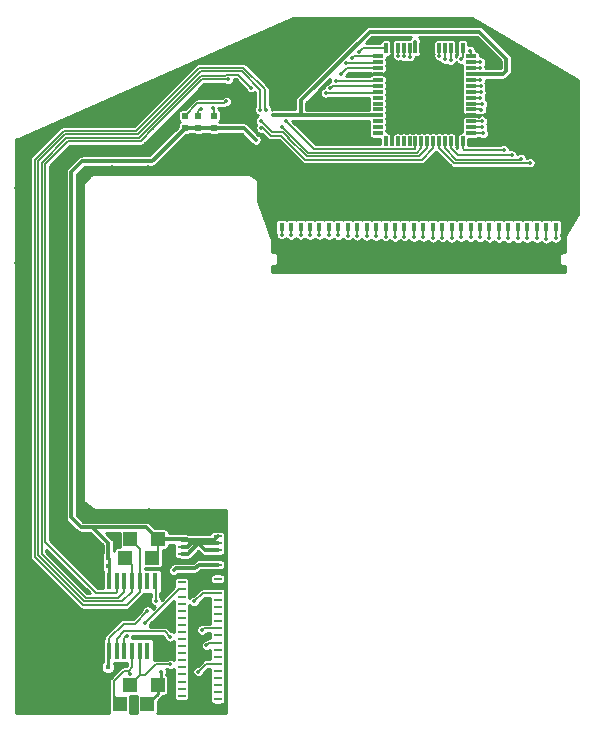
<source format=gbr>
%TF.GenerationSoftware,KiCad,Pcbnew,(5.1.6)-1*%
%TF.CreationDate,2022-01-15T22:49:59+01:00*%
%TF.ProjectId,XPS15,58505331-352e-46b6-9963-61645f706362,rev?*%
%TF.SameCoordinates,Original*%
%TF.FileFunction,Copper,L1,Top*%
%TF.FilePolarity,Positive*%
%FSLAX46Y46*%
G04 Gerber Fmt 4.6, Leading zero omitted, Abs format (unit mm)*
G04 Created by KiCad (PCBNEW (5.1.6)-1) date 2022-01-15 22:49:59*
%MOMM*%
%LPD*%
G01*
G04 APERTURE LIST*
%TA.AperFunction,SMDPad,CuDef*%
%ADD10R,1.150000X1.150000*%
%TD*%
%TA.AperFunction,SMDPad,CuDef*%
%ADD11R,0.450000X1.475000*%
%TD*%
%TA.AperFunction,SMDPad,CuDef*%
%ADD12R,0.460000X0.420000*%
%TD*%
%TA.AperFunction,SMDPad,CuDef*%
%ADD13R,0.650000X0.240000*%
%TD*%
%TA.AperFunction,SMDPad,CuDef*%
%ADD14R,4.450000X4.450000*%
%TD*%
%TA.AperFunction,SMDPad,CuDef*%
%ADD15R,0.300000X0.850000*%
%TD*%
%TA.AperFunction,SMDPad,CuDef*%
%ADD16R,0.850000X0.300000*%
%TD*%
%TA.AperFunction,SMDPad,CuDef*%
%ADD17R,0.500000X0.475000*%
%TD*%
%TA.AperFunction,SMDPad,CuDef*%
%ADD18R,0.700000X1.400000*%
%TD*%
%TA.AperFunction,SMDPad,CuDef*%
%ADD19R,0.400000X0.800000*%
%TD*%
%TA.AperFunction,ViaPad*%
%ADD20C,0.350000*%
%TD*%
%TA.AperFunction,Conductor*%
%ADD21C,0.150000*%
%TD*%
%TA.AperFunction,Conductor*%
%ADD22C,0.200000*%
%TD*%
%TA.AperFunction,Conductor*%
%ADD23C,0.250000*%
%TD*%
%TA.AperFunction,Conductor*%
%ADD24C,0.300000*%
%TD*%
%TA.AperFunction,Conductor*%
%ADD25C,0.254000*%
%TD*%
G04 APERTURE END LIST*
D10*
%TO.P,R7,2*%
%TO.N,SCL*%
X137040620Y-117030500D03*
%TO.P,R7,1*%
%TO.N,VCC*%
X139390620Y-117030500D03*
%TD*%
%TO.P,R6,2*%
%TO.N,SDA*%
X136555480Y-118587520D03*
%TO.P,R6,1*%
%TO.N,VCC*%
X138905480Y-118587520D03*
%TD*%
%TO.P,R2,2*%
%TO.N,SDA-C*%
X136130800Y-131000500D03*
%TO.P,R2,1*%
%TO.N,+1V8*%
X138480800Y-131000500D03*
%TD*%
%TO.P,R1,2*%
%TO.N,SCL-C*%
X137005060Y-129377440D03*
%TO.P,R1,1*%
%TO.N,+1V8*%
X139355060Y-129377440D03*
%TD*%
D11*
%TO.P,IC2,14*%
%TO.N,VCC*%
X135245860Y-120603520D03*
%TO.P,IC2,13*%
%TO.N,OE*%
X135895860Y-120603520D03*
%TO.P,IC2,12*%
%TO.N,reset*%
X136545860Y-120603520D03*
%TO.P,IC2,11*%
%TO.N,SDA*%
X137195860Y-120603520D03*
%TO.P,IC2,10*%
%TO.N,SCL*%
X137845860Y-120603520D03*
%TO.P,IC2,9*%
%TO.N,Net-(IC2-Pad9)*%
X138495860Y-120603520D03*
%TO.P,IC2,8*%
%TO.N,OE-NTS*%
X139145860Y-120603520D03*
%TO.P,IC2,7*%
%TO.N,GND*%
X139145860Y-126479520D03*
%TO.P,IC2,6*%
%TO.N,Net-(IC2-Pad6)*%
X138495860Y-126479520D03*
%TO.P,IC2,5*%
%TO.N,SCL-C*%
X137845860Y-126479520D03*
%TO.P,IC2,4*%
%TO.N,SDA-C*%
X137195860Y-126479520D03*
%TO.P,IC2,3*%
%TO.N,reset-C*%
X136545860Y-126479520D03*
%TO.P,IC2,2*%
%TO.N,OE-C*%
X135895860Y-126479520D03*
%TO.P,IC2,1*%
%TO.N,+1V8*%
X135245860Y-126479520D03*
%TD*%
D12*
%TO.P,C3,2*%
%TO.N,VCC*%
X135175860Y-118593520D03*
%TO.P,C3,1*%
%TO.N,GND*%
X134515860Y-118593520D03*
%TD*%
%TO.P,C2,2*%
%TO.N,GND*%
X134515860Y-119303520D03*
%TO.P,C2,1*%
%TO.N,VCC*%
X135175860Y-119303520D03*
%TD*%
%TO.P,C1,2*%
%TO.N,+1V8*%
X135145860Y-127873520D03*
%TO.P,C1,1*%
%TO.N,GND*%
X134485860Y-127873520D03*
%TD*%
D13*
%TO.P,J1,51*%
%TO.N,GND*%
X144425000Y-115590000D03*
%TO.P,J1,50*%
X141375000Y-115890000D03*
%TO.P,J1,49*%
X144425000Y-116190000D03*
%TO.P,J1,48*%
X141375000Y-116490000D03*
%TO.P,J1,47*%
%TO.N,VCC*%
X144425000Y-116790000D03*
%TO.P,J1,46*%
X141375000Y-117090000D03*
%TO.P,J1,45*%
X144425000Y-117390000D03*
%TO.P,J1,44*%
X141375000Y-117690000D03*
%TO.P,J1,43*%
X144425000Y-117990000D03*
%TO.P,J1,42*%
X141375000Y-118290000D03*
%TO.P,J1,41*%
%TO.N,GND*%
X144425000Y-118590000D03*
%TO.P,J1,40*%
X141375000Y-118890000D03*
%TO.P,J1,39*%
%TO.N,+1V8*%
X144425000Y-119190000D03*
%TO.P,J1,38*%
X141375000Y-119490000D03*
%TO.P,J1,37*%
%TO.N,GND*%
X144425000Y-119790000D03*
%TO.P,J1,36*%
X141375000Y-120090000D03*
%TO.P,J1,35*%
%TO.N,Net-(J1-Pad35)*%
X144425000Y-120390000D03*
%TO.P,J1,34*%
%TO.N,Net-(J1-Pad34)*%
X141375000Y-120690000D03*
%TO.P,J1,33*%
%TO.N,GND*%
X144425000Y-120990000D03*
%TO.P,J1,32*%
%TO.N,reset-C*%
X141375000Y-121290000D03*
%TO.P,J1,31*%
%TO.N,OE-NTS*%
X144425000Y-121590000D03*
%TO.P,J1,30*%
%TO.N,Net-(J1-Pad30)*%
X141375000Y-121890000D03*
%TO.P,J1,29*%
%TO.N,Net-(J1-Pad29)*%
X144425000Y-122190000D03*
%TO.P,J1,28*%
%TO.N,Net-(J1-Pad28)*%
X141375000Y-122490000D03*
%TO.P,J1,27*%
%TO.N,Net-(J1-Pad27)*%
X144425000Y-122790000D03*
%TO.P,J1,26*%
%TO.N,Net-(J1-Pad26)*%
X141375000Y-123090000D03*
%TO.P,J1,25*%
%TO.N,Net-(J1-Pad25)*%
X144425000Y-123390000D03*
%TO.P,J1,24*%
%TO.N,Net-(J1-Pad24)*%
X141375000Y-123690000D03*
%TO.P,J1,23*%
%TO.N,Net-(J1-Pad23)*%
X144425000Y-123990000D03*
%TO.P,J1,22*%
%TO.N,Net-(J1-Pad22)*%
X141375000Y-124290000D03*
%TO.P,J1,21*%
%TO.N,OE-C*%
X144425000Y-124590000D03*
%TO.P,J1,20*%
%TO.N,Net-(J1-Pad20)*%
X141375000Y-124890000D03*
%TO.P,J1,19*%
%TO.N,Net-(J1-Pad19)*%
X144425000Y-125190000D03*
%TO.P,J1,18*%
%TO.N,Net-(J1-Pad18)*%
X141375000Y-125490000D03*
%TO.P,J1,17*%
%TO.N,SCL-C*%
X144425000Y-125790000D03*
%TO.P,J1,16*%
%TO.N,Net-(J1-Pad16)*%
X141375000Y-126090000D03*
%TO.P,J1,15*%
%TO.N,Net-(J1-Pad15)*%
X144425000Y-126390000D03*
%TO.P,J1,14*%
%TO.N,Net-(J1-Pad14)*%
X141375000Y-126690000D03*
%TO.P,J1,13*%
%TO.N,Net-(J1-Pad13)*%
X144425000Y-126990000D03*
%TO.P,J1,12*%
%TO.N,Net-(J1-Pad12)*%
X141375000Y-127290000D03*
%TO.P,J1,11*%
%TO.N,SDA-C*%
X144425000Y-127590000D03*
%TO.P,J1,10*%
%TO.N,Net-(J1-Pad10)*%
X141375000Y-127890000D03*
%TO.P,J1,9*%
%TO.N,Net-(J1-Pad9)*%
X144425000Y-128190000D03*
%TO.P,J1,8*%
%TO.N,Net-(J1-Pad8)*%
X141375000Y-128490000D03*
%TO.P,J1,7*%
%TO.N,Net-(J1-Pad7)*%
X144425000Y-128790000D03*
%TO.P,J1,6*%
%TO.N,Net-(J1-Pad6)*%
X141375000Y-129090000D03*
%TO.P,J1,5*%
%TO.N,Net-(J1-Pad5)*%
X144425000Y-129390000D03*
%TO.P,J1,4*%
%TO.N,Net-(J1-Pad4)*%
X141375000Y-129690000D03*
%TO.P,J1,3*%
%TO.N,Net-(J1-Pad3)*%
X144425000Y-129990000D03*
%TO.P,J1,2*%
%TO.N,Net-(J1-Pad2)*%
X141375000Y-130290000D03*
%TO.P,J1,1*%
%TO.N,Net-(J1-Pad1)*%
X144425000Y-130590000D03*
%TD*%
D14*
%TO.P,IC1,57*%
%TO.N,GND*%
X161930080Y-79405480D03*
D15*
%TO.P,IC1,56*%
%TO.N,pin4*%
X165180080Y-83355480D03*
%TO.P,IC1,55*%
%TO.N,GND*%
X164680080Y-83355480D03*
%TO.P,IC1,54*%
%TO.N,pin3*%
X164180080Y-83355480D03*
%TO.P,IC1,53*%
%TO.N,pin2*%
X163680080Y-83355480D03*
%TO.P,IC1,52*%
%TO.N,pin1*%
X163180080Y-83355480D03*
%TO.P,IC1,51*%
%TO.N,SCL*%
X162680080Y-83355480D03*
%TO.P,IC1,50*%
%TO.N,SDA*%
X162180080Y-83355480D03*
%TO.P,IC1,49*%
%TO.N,reset*%
X161680080Y-83355480D03*
%TO.P,IC1,48*%
%TO.N,INT*%
X161180080Y-83355480D03*
%TO.P,IC1,47*%
%TO.N,Net-(IC1-Pad47)*%
X160680080Y-83355480D03*
%TO.P,IC1,46*%
%TO.N,Net-(IC1-Pad46)*%
X160180080Y-83355480D03*
%TO.P,IC1,45*%
%TO.N,Net-(IC1-Pad45)*%
X159680080Y-83355480D03*
%TO.P,IC1,44*%
%TO.N,GND*%
X159180080Y-83355480D03*
%TO.P,IC1,43*%
%TO.N,Net-(IC1-Pad43)*%
X158680080Y-83355480D03*
D16*
%TO.P,IC1,42*%
%TO.N,Net-(IC1-Pad42)*%
X157980080Y-82655480D03*
%TO.P,IC1,41*%
%TO.N,Net-(IC1-Pad41)*%
X157980080Y-82155480D03*
%TO.P,IC1,40*%
%TO.N,Net-(IC1-Pad40)*%
X157980080Y-81655480D03*
%TO.P,IC1,39*%
%TO.N,VCC*%
X157980080Y-81155480D03*
%TO.P,IC1,38*%
%TO.N,Net-(IC1-Pad38)*%
X157980080Y-80655480D03*
%TO.P,IC1,37*%
%TO.N,Net-(IC1-Pad37)*%
X157980080Y-80155480D03*
%TO.P,IC1,36*%
%TO.N,Net-(IC1-Pad36)*%
X157980080Y-79655480D03*
%TO.P,IC1,35*%
%TO.N,pin30*%
X157980080Y-79155480D03*
%TO.P,IC1,34*%
%TO.N,pin29*%
X157980080Y-78655480D03*
%TO.P,IC1,33*%
%TO.N,pin28*%
X157980080Y-78155480D03*
%TO.P,IC1,32*%
%TO.N,GND*%
X157980080Y-77655480D03*
%TO.P,IC1,31*%
%TO.N,pin27*%
X157980080Y-77155480D03*
%TO.P,IC1,30*%
%TO.N,pin26*%
X157980080Y-76655480D03*
%TO.P,IC1,29*%
%TO.N,pin25*%
X157980080Y-76155480D03*
D15*
%TO.P,IC1,28*%
%TO.N,pin24*%
X158680080Y-75455480D03*
%TO.P,IC1,27*%
%TO.N,GND*%
X159180080Y-75455480D03*
%TO.P,IC1,26*%
%TO.N,pin23*%
X159680080Y-75455480D03*
%TO.P,IC1,25*%
%TO.N,pin22*%
X160180080Y-75455480D03*
%TO.P,IC1,24*%
%TO.N,pin21*%
X160680080Y-75455480D03*
%TO.P,IC1,23*%
%TO.N,OE*%
X161180080Y-75455480D03*
%TO.P,IC1,22*%
%TO.N,GND*%
X161680080Y-75455480D03*
%TO.P,IC1,21*%
X162180080Y-75455480D03*
%TO.P,IC1,20*%
X162680080Y-75455480D03*
%TO.P,IC1,19*%
%TO.N,pin20*%
X163180080Y-75455480D03*
%TO.P,IC1,18*%
%TO.N,pin19*%
X163680080Y-75455480D03*
%TO.P,IC1,17*%
%TO.N,pin18*%
X164180080Y-75455480D03*
%TO.P,IC1,16*%
%TO.N,GND*%
X164680080Y-75455480D03*
%TO.P,IC1,15*%
%TO.N,pin17*%
X165180080Y-75455480D03*
D16*
%TO.P,IC1,14*%
%TO.N,pin16*%
X165880080Y-76155480D03*
%TO.P,IC1,13*%
%TO.N,pin15*%
X165880080Y-76655480D03*
%TO.P,IC1,12*%
%TO.N,pin14*%
X165880080Y-77155480D03*
%TO.P,IC1,11*%
%TO.N,VCC*%
X165880080Y-77655480D03*
%TO.P,IC1,10*%
%TO.N,pin13*%
X165880080Y-78155480D03*
%TO.P,IC1,9*%
%TO.N,pin12*%
X165880080Y-78655480D03*
%TO.P,IC1,8*%
%TO.N,pin11*%
X165880080Y-79155480D03*
%TO.P,IC1,7*%
%TO.N,pin10*%
X165880080Y-79655480D03*
%TO.P,IC1,6*%
%TO.N,pin9*%
X165880080Y-80155480D03*
%TO.P,IC1,5*%
%TO.N,pin8*%
X165880080Y-80655480D03*
%TO.P,IC1,4*%
%TO.N,GND*%
X165880080Y-81155480D03*
%TO.P,IC1,3*%
%TO.N,pin7*%
X165880080Y-81655480D03*
%TO.P,IC1,2*%
%TO.N,pin6*%
X165880080Y-82155480D03*
%TO.P,IC1,1*%
%TO.N,pin5*%
X165880080Y-82655480D03*
%TD*%
D17*
%TO.P,R5,2*%
%TO.N,INT*%
X141655800Y-81199880D03*
%TO.P,R5,1*%
%TO.N,VCC*%
X141655800Y-82224880D03*
%TD*%
%TO.P,R4,2*%
%TO.N,reset*%
X144125240Y-81199400D03*
%TO.P,R4,1*%
%TO.N,VCC*%
X144125240Y-82224400D03*
%TD*%
%TO.P,R3,2*%
%TO.N,OE*%
X142808960Y-81199300D03*
%TO.P,R3,1*%
%TO.N,VCC*%
X142808960Y-82224300D03*
%TD*%
D18*
%TO.P,U2,31*%
%TO.N,GND*%
X174600000Y-87540000D03*
%TO.P,U2,32*%
X148300000Y-87540000D03*
D19*
%TO.P,U2,25*%
%TO.N,pin25*%
X153850000Y-90640000D03*
%TO.P,U2,23*%
%TO.N,pin23*%
X155450000Y-90640000D03*
%TO.P,U2,26*%
%TO.N,pin26*%
X153050000Y-90640000D03*
%TO.P,U2,21*%
%TO.N,pin21*%
X157050000Y-90640000D03*
%TO.P,U2,24*%
%TO.N,pin24*%
X154650000Y-90640000D03*
%TO.P,U2,22*%
%TO.N,pin22*%
X156250000Y-90640000D03*
%TO.P,U2,27*%
%TO.N,pin27*%
X152250000Y-90640000D03*
%TO.P,U2,28*%
%TO.N,pin28*%
X151450000Y-90640000D03*
%TO.P,U2,29*%
%TO.N,pin29*%
X150650000Y-90640000D03*
%TO.P,U2,30*%
%TO.N,pin30*%
X149850000Y-90640000D03*
%TO.P,U2,15*%
%TO.N,pin15*%
X161850000Y-90640000D03*
%TO.P,U2,13*%
%TO.N,pin13*%
X163450000Y-90640000D03*
%TO.P,U2,16*%
%TO.N,pin16*%
X161050000Y-90640000D03*
%TO.P,U2,11*%
%TO.N,pin11*%
X165050000Y-90640000D03*
%TO.P,U2,14*%
%TO.N,pin14*%
X162650000Y-90640000D03*
%TO.P,U2,12*%
%TO.N,pin12*%
X164250000Y-90640000D03*
%TO.P,U2,17*%
%TO.N,pin17*%
X160250000Y-90640000D03*
%TO.P,U2,18*%
%TO.N,pin18*%
X159450000Y-90640000D03*
%TO.P,U2,19*%
%TO.N,pin19*%
X158650000Y-90640000D03*
%TO.P,U2,20*%
%TO.N,pin20*%
X157850000Y-90640000D03*
%TO.P,U2,10*%
%TO.N,pin10*%
X165850000Y-90640000D03*
%TO.P,U2,9*%
%TO.N,pin9*%
X166650000Y-90640000D03*
%TO.P,U2,8*%
%TO.N,pin8*%
X167450000Y-90640000D03*
%TO.P,U2,7*%
%TO.N,pin7*%
X168250000Y-90640000D03*
%TO.P,U2,6*%
%TO.N,pin6*%
X169050000Y-90640000D03*
%TO.P,U2,5*%
%TO.N,pin5*%
X169850000Y-90640000D03*
%TO.P,U2,4*%
%TO.N,pin4*%
X170650000Y-90640000D03*
%TO.P,U2,3*%
%TO.N,pin3*%
X171450000Y-90640000D03*
%TO.P,U2,2*%
%TO.N,pin2*%
X172250000Y-90640000D03*
%TO.P,U2,1*%
%TO.N,pin1*%
X173050000Y-90640000D03*
%TD*%
D20*
%TO.N,GND*%
X151069040Y-79415640D03*
X155788360Y-87340440D03*
X155803600Y-82925920D03*
X157027880Y-77703680D03*
X146263360Y-75153520D03*
X131000000Y-114000000D03*
X133000000Y-112000000D03*
X131000000Y-111000000D03*
X133000000Y-108000000D03*
X131000000Y-107000000D03*
X133000000Y-105000000D03*
X131000000Y-104000000D03*
X133000000Y-102000000D03*
X131000000Y-101000000D03*
X133000000Y-99000000D03*
X131000000Y-98000000D03*
X133000000Y-96000000D03*
X131000000Y-95000000D03*
X133000000Y-93000000D03*
X131000000Y-92000000D03*
X133000000Y-90000000D03*
X131000000Y-88000000D03*
X133000000Y-87000000D03*
X131000000Y-85500000D03*
X135500000Y-85500000D03*
X138500000Y-85500000D03*
X141500000Y-85500000D03*
X144500000Y-85500000D03*
X147000000Y-85500000D03*
X148500000Y-85500000D03*
X149000000Y-84000000D03*
X148500000Y-89000000D03*
X164642800Y-74701400D03*
X148432520Y-75971400D03*
X149458680Y-73720960D03*
X151221440Y-76032360D03*
X152354280Y-73106280D03*
X152974040Y-74894440D03*
X150896320Y-74477880D03*
X155163520Y-73162160D03*
X158917640Y-73157080D03*
X162930840Y-73152000D03*
X165851840Y-73187560D03*
X166664640Y-75016360D03*
X168468040Y-74670920D03*
X170000000Y-76000000D03*
X172000000Y-77000000D03*
X174000000Y-78000000D03*
X174000000Y-80000000D03*
X174000000Y-83000000D03*
X174000000Y-85000000D03*
X172000000Y-84000000D03*
X172000000Y-81000000D03*
X172000000Y-79000000D03*
X170000000Y-78000000D03*
X170000000Y-80000000D03*
X170000000Y-82000000D03*
X168000000Y-81000000D03*
X168000000Y-79000000D03*
X156969460Y-79829660D03*
X128280000Y-101570000D03*
X127500000Y-98990000D03*
X128430000Y-96280000D03*
X127380000Y-93630000D03*
X128440000Y-90880000D03*
X127380000Y-87320000D03*
X128540000Y-84210000D03*
X127440000Y-83240000D03*
X130030000Y-82370000D03*
X131810000Y-81560000D03*
X133980000Y-81590000D03*
X132020000Y-83920000D03*
X133990000Y-84470000D03*
X136390000Y-83820000D03*
X137690000Y-84480000D03*
X138950000Y-83070000D03*
X140560000Y-82290000D03*
X143110000Y-79240000D03*
X143780000Y-78720000D03*
X146560000Y-80090000D03*
X147420000Y-81060000D03*
X145950000Y-80470000D03*
X142240000Y-82940000D03*
X143160000Y-84320000D03*
X144690000Y-82850000D03*
X145660000Y-84330000D03*
X146570000Y-82930000D03*
X147810000Y-84450000D03*
X149300000Y-87560000D03*
X149310000Y-86370000D03*
X148980000Y-90730000D03*
X148940000Y-78560000D03*
X173930000Y-90690000D03*
X174720000Y-88820000D03*
X173520000Y-87530000D03*
X174670000Y-85520000D03*
X167040000Y-83520000D03*
X135110000Y-80000000D03*
X136250000Y-81620000D03*
X137370000Y-79230000D03*
X138140000Y-80180000D03*
X140150000Y-78000000D03*
X143950000Y-76220000D03*
X127440000Y-103410000D03*
X128240000Y-104670000D03*
X127430000Y-105720000D03*
X128390000Y-107660000D03*
X127420000Y-109950000D03*
X128320000Y-112130000D03*
X127460000Y-116210000D03*
X127610000Y-119940000D03*
X131251960Y-119359680D03*
X130100000Y-121260000D03*
X133273800Y-121376440D03*
X131950000Y-123990000D03*
X128510000Y-123790000D03*
X130490000Y-126080000D03*
X133050000Y-126170000D03*
X128470000Y-129160000D03*
X131430000Y-127790000D03*
X130170000Y-131060000D03*
X132470000Y-130630000D03*
X131760000Y-129500000D03*
X142740000Y-128830000D03*
X142540000Y-126910000D03*
X143170000Y-125540000D03*
X143030000Y-120590000D03*
X142830000Y-114970000D03*
X142890000Y-116140000D03*
X133350000Y-114770000D03*
X144690000Y-114950000D03*
X142950000Y-131220000D03*
X144790000Y-131510000D03*
X132950000Y-117150000D03*
X131040000Y-115520000D03*
X162210000Y-74660000D03*
X167950000Y-76850000D03*
X167340000Y-75950000D03*
X151970000Y-78600000D03*
X150220000Y-79020000D03*
X150020000Y-77240000D03*
X141870000Y-80220000D03*
X130065780Y-118158260D03*
X128168400Y-126794260D03*
X133784340Y-124206000D03*
X140078460Y-126370080D03*
X135595360Y-123441460D03*
X137396220Y-123002040D03*
X138135360Y-122186700D03*
X134327900Y-120540780D03*
X132097780Y-118203980D03*
X134030720Y-117520720D03*
X130937000Y-116847620D03*
X173695360Y-92255340D03*
X149232620Y-92565220D03*
X135630920Y-114708940D03*
X137203180Y-114681000D03*
X134470140Y-115343940D03*
X136669780Y-115277900D03*
X138658600Y-114607340D03*
X139237720Y-115923060D03*
X140301980Y-114774980D03*
X140479780Y-115757960D03*
X140243560Y-118346220D03*
X143380460Y-123108720D03*
X142499080Y-123858020D03*
X142344140Y-126116080D03*
X143680180Y-128092200D03*
X142382240Y-130093720D03*
X143375380Y-129606040D03*
X139829540Y-131566920D03*
X140395960Y-130606800D03*
X140459460Y-128300480D03*
X141429740Y-131358640D03*
X143322040Y-130522980D03*
X135145780Y-131673600D03*
X127454660Y-131653280D03*
X127835660Y-130764280D03*
X133764020Y-128869440D03*
X133957060Y-130302000D03*
X131462780Y-131523740D03*
X133845300Y-131315460D03*
X134101840Y-126697740D03*
X128681480Y-125072140D03*
X130611880Y-124752100D03*
X130276600Y-123184920D03*
X127977900Y-121678700D03*
X128417320Y-115750340D03*
X127477520Y-114071400D03*
X128236980Y-113215420D03*
X139390120Y-124104400D03*
X140451840Y-122864880D03*
X140446760Y-124490480D03*
X140164820Y-123822460D03*
X132989320Y-119540020D03*
X133370320Y-118493540D03*
X130540760Y-112646460D03*
X133111240Y-123410980D03*
X134620000Y-125387100D03*
X135700000Y-116800000D03*
X137300000Y-130900000D03*
%TO.N,pin3*%
X171450000Y-91550000D03*
X169326560Y-84495640D03*
%TO.N,pin2*%
X172250000Y-91600000D03*
X170098720Y-84810600D03*
%TO.N,pin1*%
X173050000Y-91540000D03*
X170855640Y-85166200D03*
%TO.N,reset*%
X149920960Y-82118200D03*
X147279360Y-78816200D03*
X144002760Y-80533240D03*
%TO.N,VCC*%
X147660000Y-83230000D03*
X149114520Y-81155480D03*
%TO.N,SDA*%
X148082000Y-81605480D03*
X148031200Y-80700880D03*
%TO.N,SCL*%
X148531180Y-80705480D03*
X148125555Y-82214721D03*
%TO.N,pin30*%
X149850000Y-91260000D03*
X153568400Y-79253080D03*
%TO.N,pin29*%
X150640000Y-91270000D03*
X153974800Y-78853080D03*
%TO.N,pin28*%
X151460000Y-91270000D03*
X154432000Y-78226920D03*
%TO.N,pin27*%
X152240000Y-91290000D03*
X154848560Y-77673200D03*
%TO.N,pin26*%
X153050000Y-91300000D03*
X155313598Y-76758964D03*
%TO.N,pin25*%
X153850000Y-91300000D03*
X155808680Y-76311760D03*
%TO.N,pin24*%
X154650000Y-91310000D03*
X156428440Y-75755480D03*
%TO.N,pin23*%
X155450000Y-91330000D03*
X159689647Y-76091667D03*
%TO.N,pin22*%
X156250000Y-91330000D03*
X160187640Y-76159360D03*
%TO.N,pin21*%
X157050000Y-91380000D03*
X160700720Y-76184760D03*
%TO.N,pin20*%
X157860000Y-91380000D03*
X163210240Y-76118720D03*
%TO.N,pin19*%
X158650000Y-91410000D03*
X163657280Y-76387960D03*
%TO.N,pin18*%
X159450000Y-91440000D03*
X164155120Y-76504800D03*
%TO.N,pin17*%
X160250000Y-91420000D03*
X165049200Y-76382880D03*
%TO.N,pin16*%
X161050000Y-91450000D03*
X165790880Y-75661520D03*
%TO.N,pin15*%
X161860000Y-91460000D03*
X166679880Y-76636880D03*
%TO.N,pin14*%
X162650000Y-91510000D03*
X166613840Y-77175360D03*
%TO.N,pin13*%
X163460000Y-91510000D03*
X166664640Y-78165960D03*
%TO.N,pin12*%
X164250000Y-91530000D03*
X166695120Y-78689200D03*
%TO.N,pin11*%
X165050000Y-91470000D03*
X166710901Y-79188953D03*
%TO.N,pin10*%
X165850000Y-91490000D03*
X166686667Y-79688368D03*
%TO.N,pin9*%
X166650000Y-91490000D03*
X166832280Y-80182720D03*
%TO.N,pin8*%
X167450000Y-91520000D03*
X166760127Y-80677489D03*
%TO.N,pin7*%
X168250000Y-91520000D03*
X166832280Y-81640680D03*
%TO.N,pin6*%
X169050000Y-91570000D03*
X166857680Y-82148680D03*
%TO.N,pin5*%
X169870000Y-91570000D03*
X166918640Y-82671920D03*
%TO.N,pin4*%
X170650000Y-91550000D03*
X168645840Y-84053680D03*
%TO.N,INT*%
X150190200Y-81605480D03*
X145171160Y-79964280D03*
%TO.N,OE*%
X161138524Y-74928066D03*
X145318480Y-78110080D03*
X143012160Y-80599280D03*
%TO.N,+1V8*%
X140700000Y-119670000D03*
X135145860Y-127873520D03*
X139644120Y-128264920D03*
X138485880Y-123118880D03*
%TO.N,OE-NTS*%
X142448280Y-122308620D03*
X139194540Y-122245120D03*
%TO.N,SCL-C*%
X140428980Y-127640080D03*
X143489680Y-126022100D03*
%TO.N,SDA-C*%
X137005060Y-128432560D03*
X142801340Y-128244600D03*
%TO.N,reset-C*%
X136720580Y-125249940D03*
X138249660Y-124170440D03*
%TO.N,OE-C*%
X140385800Y-125290580D03*
X143121380Y-124708920D03*
%TD*%
D21*
%TO.N,GND*%
X167844520Y-81155480D02*
X168000000Y-81000000D01*
X165880080Y-81155480D02*
X167844520Y-81155480D01*
D22*
%TO.N,pin3*%
X171450000Y-90640000D02*
X171450000Y-91550000D01*
D21*
X164745240Y-84495640D02*
X169326560Y-84495640D01*
X164180080Y-83355480D02*
X164180080Y-83930480D01*
X164180080Y-83930480D02*
X164745240Y-84495640D01*
D22*
%TO.N,pin2*%
X172250000Y-91600000D02*
X172250000Y-90640000D01*
D21*
X170013679Y-84895641D02*
X170098720Y-84810600D01*
X164645241Y-84895641D02*
X170013679Y-84895641D01*
X163680080Y-83355480D02*
X163680080Y-83930480D01*
X163680080Y-83930480D02*
X164645241Y-84895641D01*
D22*
%TO.N,pin1*%
X173050000Y-90640000D02*
X173050000Y-91540000D01*
D21*
X164460201Y-85210601D02*
X170811239Y-85210601D01*
X170811239Y-85210601D02*
X170855640Y-85166200D01*
X163180080Y-83355480D02*
X163180080Y-83930480D01*
X163180080Y-83930480D02*
X164460201Y-85210601D01*
%TO.N,reset*%
X161305069Y-84305491D02*
X152108251Y-84305491D01*
X161680080Y-83355480D02*
X161680080Y-83930480D01*
X152108251Y-84305491D02*
X149920960Y-82118200D01*
X161680080Y-83930480D02*
X161305069Y-84305491D01*
X144125240Y-81199400D02*
X144125240Y-80655720D01*
X144125240Y-80655720D02*
X144002760Y-80533240D01*
X136545860Y-121491020D02*
X136545860Y-120603520D01*
X129529991Y-85145731D02*
X129529990Y-118291992D01*
X145026488Y-77810070D02*
X143015652Y-77810070D01*
X147279360Y-78816200D02*
X146173239Y-77710079D01*
X145126479Y-77710079D02*
X145026488Y-77810070D01*
X146173239Y-77710079D02*
X145126479Y-77710079D01*
X131635732Y-83039990D02*
X129529991Y-85145731D01*
X143015652Y-77810070D02*
X137785732Y-83039990D01*
X129529990Y-118291992D02*
X133247999Y-122010001D01*
X137785732Y-83039990D02*
X131635732Y-83039990D01*
X133247999Y-122010001D02*
X136026879Y-122010001D01*
X136026879Y-122010001D02*
X136545860Y-121491020D01*
D22*
%TO.N,VCC*%
X165880080Y-77655480D02*
X166783162Y-77655480D01*
D23*
X135245860Y-118663520D02*
X135175860Y-118593520D01*
X135245860Y-120603520D02*
X135245860Y-118663520D01*
X141655800Y-82224880D02*
X138930679Y-84950001D01*
D24*
X135185860Y-118583520D02*
X135175860Y-118593520D01*
X138855681Y-85024999D02*
X141655800Y-82224880D01*
X146524760Y-82224880D02*
X146525240Y-82224400D01*
X141655800Y-82224880D02*
X146524760Y-82224880D01*
X146654400Y-82224400D02*
X147660000Y-83230000D01*
X146525240Y-82224400D02*
X146654400Y-82224400D01*
X149139521Y-81130479D02*
X149114520Y-81155480D01*
X151452919Y-81130479D02*
X149139521Y-81130479D01*
X151477920Y-81155480D02*
X151452919Y-81130479D01*
X157980080Y-81155480D02*
X151477920Y-81155480D01*
D22*
X152706780Y-78736780D02*
X152636160Y-78807400D01*
D24*
X144125000Y-117090000D02*
X144425000Y-116790000D01*
X142190000Y-117390000D02*
X141890000Y-117090000D01*
X141375000Y-117090000D02*
X141890000Y-117090000D01*
X141890000Y-117090000D02*
X144125000Y-117090000D01*
X141890000Y-117690000D02*
X142190000Y-117390000D01*
X141375000Y-117690000D02*
X141890000Y-117690000D01*
X141375000Y-118290000D02*
X141630000Y-118290000D01*
X143390000Y-117990000D02*
X142790000Y-117390000D01*
X144425000Y-117990000D02*
X143390000Y-117990000D01*
X144425000Y-117390000D02*
X142790000Y-117390000D01*
X142790000Y-117390000D02*
X142190000Y-117390000D01*
X141890000Y-118290000D02*
X142790000Y-117390000D01*
X141375000Y-118290000D02*
X141890000Y-118290000D01*
X138855681Y-85024999D02*
X138930679Y-84950001D01*
X166857162Y-77655480D02*
X165880080Y-77655480D01*
X157299560Y-74070000D02*
X151477920Y-79891640D01*
X168594520Y-77655480D02*
X168870000Y-77380000D01*
X165880080Y-77655480D02*
X168594520Y-77655480D01*
X168870000Y-77380000D02*
X168870000Y-76340000D01*
X151477920Y-79891640D02*
X151477920Y-81155480D01*
X166600000Y-74070000D02*
X157299560Y-74070000D01*
X168870000Y-76340000D02*
X166600000Y-74070000D01*
D22*
X139390620Y-118102380D02*
X138905480Y-118587520D01*
X139390620Y-117030500D02*
X139390620Y-118102380D01*
X139450120Y-117090000D02*
X139390620Y-117030500D01*
X141375000Y-117090000D02*
X139450120Y-117090000D01*
D24*
X132965001Y-85024999D02*
X132040000Y-85950000D01*
X138855681Y-85024999D02*
X132965001Y-85024999D01*
X138380120Y-116020000D02*
X139390620Y-117030500D01*
X132040000Y-85950000D02*
X132040000Y-115200000D01*
X132040000Y-115200000D02*
X132860000Y-116020000D01*
X141830500Y-117030500D02*
X141890000Y-117090000D01*
X139390620Y-117030500D02*
X141830500Y-117030500D01*
X135175860Y-117363680D02*
X133832180Y-116020000D01*
X135175860Y-118593520D02*
X135175860Y-117363680D01*
X132860000Y-116020000D02*
X133832180Y-116020000D01*
X133832180Y-116020000D02*
X138380120Y-116020000D01*
D21*
%TO.N,SDA*%
X162180080Y-83930480D02*
X162180080Y-83355480D01*
X148082000Y-81605480D02*
X149045619Y-82569099D01*
X149045619Y-82569099D02*
X149947581Y-82569099D01*
X149947581Y-82569099D02*
X150440341Y-83061859D01*
X150440341Y-83061859D02*
X150414941Y-83036459D01*
X150414941Y-83036459D02*
X150420021Y-83041539D01*
X150420021Y-83041539D02*
X150425101Y-83046619D01*
X161505059Y-84605501D02*
X162180080Y-83930480D01*
X151983983Y-84605501D02*
X161505059Y-84605501D01*
X150420021Y-83041539D02*
X151983983Y-84605501D01*
X137195860Y-119227900D02*
X137195860Y-120603520D01*
X136555480Y-118587520D02*
X137195860Y-119227900D01*
X137195860Y-121491020D02*
X137195860Y-120603520D01*
X136376869Y-122310011D02*
X137195860Y-121491020D01*
X133123731Y-122310011D02*
X136376869Y-122310011D01*
X129229982Y-85021464D02*
X129229981Y-118416261D01*
X148031200Y-80700880D02*
X148031200Y-78976038D01*
X131511463Y-82739981D02*
X129229982Y-85021464D01*
X146465231Y-77410069D02*
X142991375Y-77410069D01*
X129229981Y-118416261D02*
X133123731Y-122310011D01*
X148031200Y-78976038D02*
X146465231Y-77410069D01*
X142991375Y-77410069D02*
X137661464Y-82739980D01*
X137661464Y-82739980D02*
X131511463Y-82739981D01*
%TO.N,SCL*%
X148125555Y-82214721D02*
X148196259Y-82144017D01*
X148196259Y-82144017D02*
X148921351Y-82869109D01*
X148921351Y-82869109D02*
X149823313Y-82869109D01*
X149823313Y-82869109D02*
X149826882Y-82872678D01*
X161705049Y-84905511D02*
X151859714Y-84905510D01*
X162680080Y-83355480D02*
X162680080Y-83930480D01*
X162680080Y-83930480D02*
X161705049Y-84905511D01*
X151859714Y-84905510D02*
X149823313Y-82869109D01*
X137845860Y-117835740D02*
X137845860Y-120603520D01*
X137040620Y-117030500D02*
X137845860Y-117835740D01*
X137845860Y-121491020D02*
X137845860Y-120603520D01*
X142867107Y-77110059D02*
X137537194Y-82439972D01*
X148431201Y-78951761D02*
X146589500Y-77110060D01*
X148431201Y-80605501D02*
X148431201Y-78951761D01*
X128929972Y-118540530D02*
X132999462Y-122610020D01*
X148531180Y-80705480D02*
X148431201Y-80605501D01*
X146589500Y-77110060D02*
X142867107Y-77110059D01*
X137537194Y-82439972D02*
X131387196Y-82439972D01*
X131387196Y-82439972D02*
X128929973Y-84897195D01*
X128929973Y-84897195D02*
X128929972Y-118540530D01*
X132999462Y-122610020D02*
X136726860Y-122610020D01*
X136726860Y-122610020D02*
X137845860Y-121491020D01*
D22*
%TO.N,pin30*%
X149850000Y-90640000D02*
X149850000Y-91260000D01*
D21*
X157882480Y-79253080D02*
X157980080Y-79155480D01*
X153568400Y-79253080D02*
X157882480Y-79253080D01*
D22*
%TO.N,pin29*%
X150650000Y-90640000D02*
X150650000Y-91260000D01*
X150650000Y-91260000D02*
X150640000Y-91270000D01*
D21*
X154172400Y-78655480D02*
X157980080Y-78655480D01*
X153974800Y-78853080D02*
X154172400Y-78655480D01*
D22*
%TO.N,pin28*%
X151450000Y-90640000D02*
X151450000Y-91260000D01*
X151450000Y-91260000D02*
X151460000Y-91270000D01*
D21*
X157908640Y-78226920D02*
X157980080Y-78155480D01*
X154432000Y-78226920D02*
X157908640Y-78226920D01*
D22*
%TO.N,pin27*%
X152240000Y-90650000D02*
X152250000Y-90640000D01*
X152240000Y-91290000D02*
X152240000Y-90650000D01*
D21*
X155366280Y-77155480D02*
X157980080Y-77155480D01*
X154848560Y-77673200D02*
X155366280Y-77155480D01*
D22*
%TO.N,pin26*%
X153050000Y-90640000D02*
X153050000Y-91300000D01*
D21*
X157876596Y-76758964D02*
X157980080Y-76655480D01*
X155313598Y-76758964D02*
X157876596Y-76758964D01*
D22*
%TO.N,pin25*%
X153850000Y-91300000D02*
X153850000Y-90640000D01*
D21*
X155964960Y-76155480D02*
X157980080Y-76155480D01*
X155808680Y-76311760D02*
X155964960Y-76155480D01*
D22*
%TO.N,pin24*%
X154650000Y-90640000D02*
X154650000Y-91310000D01*
D21*
X158680080Y-75455480D02*
X156728440Y-75455480D01*
X156728440Y-75455480D02*
X156428440Y-75755480D01*
D22*
%TO.N,pin23*%
X155450000Y-91330000D02*
X155450000Y-90640000D01*
X159680080Y-75455480D02*
X159680080Y-75988643D01*
X159680080Y-75988643D02*
X159680080Y-76082100D01*
X159680080Y-76082100D02*
X159689647Y-76091667D01*
%TO.N,pin22*%
X156250000Y-90640000D02*
X156250000Y-91330000D01*
X156250000Y-91425591D02*
X156250000Y-91330000D01*
X160180080Y-75455480D02*
X160180080Y-76151800D01*
X160180080Y-76151800D02*
X160187640Y-76159360D01*
%TO.N,pin21*%
X157050000Y-91380000D02*
X157050000Y-90640000D01*
D21*
X160700720Y-75476120D02*
X160680080Y-75455480D01*
X160700720Y-76184760D02*
X160700720Y-75476120D01*
D22*
%TO.N,pin20*%
X157850000Y-90640000D02*
X157850000Y-91370000D01*
X157850000Y-91370000D02*
X157860000Y-91380000D01*
D21*
X163180080Y-75455480D02*
X163180080Y-76088560D01*
X163180080Y-76088560D02*
X163210240Y-76118720D01*
D22*
%TO.N,pin19*%
X158650000Y-91410000D02*
X158650000Y-90640000D01*
D21*
X163657280Y-75478280D02*
X163680080Y-75455480D01*
X163657280Y-76387960D02*
X163657280Y-75478280D01*
D22*
%TO.N,pin18*%
X159450000Y-91440000D02*
X159450000Y-90640000D01*
D21*
X164180080Y-75455480D02*
X164180080Y-76479840D01*
X164180080Y-76479840D02*
X164155120Y-76504800D01*
D22*
%TO.N,pin17*%
X160250000Y-90640000D02*
X160250000Y-91420000D01*
D21*
X165180080Y-76252000D02*
X165180080Y-75455480D01*
X165049200Y-76382880D02*
X165180080Y-76252000D01*
D22*
%TO.N,pin16*%
X161050000Y-91450000D02*
X161050000Y-90640000D01*
D21*
X165880080Y-76155480D02*
X165880080Y-75750720D01*
X165880080Y-75750720D02*
X165790880Y-75661520D01*
D22*
%TO.N,pin15*%
X161850000Y-90640000D02*
X161850000Y-91450000D01*
X161850000Y-91450000D02*
X161860000Y-91460000D01*
D21*
X165880080Y-76655480D02*
X166661280Y-76655480D01*
X166661280Y-76655480D02*
X166679880Y-76636880D01*
D22*
%TO.N,pin14*%
X162650000Y-91510000D02*
X162650000Y-90640000D01*
D21*
X165899960Y-77175360D02*
X165880080Y-77155480D01*
X166613840Y-77175360D02*
X165899960Y-77175360D01*
D22*
%TO.N,pin13*%
X163450000Y-90640000D02*
X163450000Y-91500000D01*
X163450000Y-91500000D02*
X163460000Y-91510000D01*
D21*
X165890560Y-78165960D02*
X165880080Y-78155480D01*
X166664640Y-78165960D02*
X165890560Y-78165960D01*
D22*
%TO.N,pin12*%
X164250000Y-91530000D02*
X164250000Y-90640000D01*
D21*
X165913800Y-78689200D02*
X165880080Y-78655480D01*
X166695120Y-78689200D02*
X165913800Y-78689200D01*
D22*
%TO.N,pin11*%
X165050000Y-90640000D02*
X165050000Y-91470000D01*
D21*
X165880080Y-79155480D02*
X166677428Y-79155480D01*
X166677428Y-79155480D02*
X166710901Y-79188953D01*
D22*
%TO.N,pin10*%
X165850000Y-91490000D02*
X165850000Y-90640000D01*
D21*
X165880080Y-79655480D02*
X166653779Y-79655480D01*
X166653779Y-79655480D02*
X166686667Y-79688368D01*
D22*
%TO.N,pin9*%
X166650000Y-90640000D02*
X166650000Y-91490000D01*
D21*
X165880080Y-80155480D02*
X166805040Y-80155480D01*
X166805040Y-80155480D02*
X166832280Y-80182720D01*
D22*
%TO.N,pin8*%
X167450000Y-91520000D02*
X167450000Y-90640000D01*
D21*
X165880080Y-80655480D02*
X166738118Y-80655480D01*
X166738118Y-80655480D02*
X166760127Y-80677489D01*
D22*
%TO.N,pin7*%
X168250000Y-90640000D02*
X168250000Y-91520000D01*
D21*
X165880080Y-81655480D02*
X166817480Y-81655480D01*
X166817480Y-81655480D02*
X166832280Y-81640680D01*
D22*
%TO.N,pin6*%
X169050000Y-91570000D02*
X169050000Y-90640000D01*
D21*
X165880080Y-82155480D02*
X166850880Y-82155480D01*
X166850880Y-82155480D02*
X166857680Y-82148680D01*
D22*
%TO.N,pin5*%
X169850000Y-90640000D02*
X169850000Y-91550000D01*
X169850000Y-91550000D02*
X169870000Y-91570000D01*
D21*
X165880080Y-82655480D02*
X166902200Y-82655480D01*
X166902200Y-82655480D02*
X166918640Y-82671920D01*
D22*
%TO.N,pin4*%
X170650000Y-91550000D02*
X170650000Y-90640000D01*
X170593002Y-91550000D02*
X170650000Y-91550000D01*
D21*
X165180080Y-83355480D02*
X165180080Y-83945800D01*
X165180080Y-83945800D02*
X165287960Y-84053680D01*
X165287960Y-84053680D02*
X168645840Y-84053680D01*
%TO.N,INT*%
X152590201Y-84005481D02*
X150190200Y-81605480D01*
X161105079Y-84005481D02*
X152590201Y-84005481D01*
X161180080Y-83355480D02*
X161180080Y-83930480D01*
X161180080Y-83930480D02*
X161105079Y-84005481D01*
X141655800Y-81199880D02*
X142728840Y-80126840D01*
X142728840Y-80126840D02*
X145008600Y-80126840D01*
X145008600Y-80126840D02*
X145171160Y-79964280D01*
%TO.N,OE*%
X161180080Y-74969622D02*
X161138524Y-74928066D01*
X161180080Y-75455480D02*
X161180080Y-74969622D01*
X142808960Y-81199300D02*
X142808960Y-80802480D01*
X142808960Y-80802480D02*
X143012160Y-80599280D01*
X143139920Y-78110080D02*
X145318480Y-78110080D01*
X138930000Y-82320000D02*
X138985000Y-82265000D01*
X138985000Y-82265000D02*
X143139920Y-78110080D01*
X135895860Y-121491020D02*
X135895860Y-120603520D01*
X138985000Y-82265000D02*
X137910000Y-83340000D01*
X134128023Y-121566021D02*
X135820859Y-121566021D01*
X129830000Y-117267998D02*
X134128023Y-121566021D01*
X137910000Y-83340000D02*
X131760000Y-83340000D01*
X135820859Y-121566021D02*
X135895860Y-121491020D01*
X131760000Y-83340000D02*
X129830000Y-85270000D01*
X129830000Y-85270000D02*
X129830000Y-117267998D01*
D23*
%TO.N,+1V8*%
X135145860Y-126579520D02*
X135245860Y-126479520D01*
X135145860Y-127873520D02*
X135145860Y-126579520D01*
D24*
X141375000Y-119490000D02*
X142540000Y-119490000D01*
X142840000Y-119190000D02*
X144425000Y-119190000D01*
X142540000Y-119490000D02*
X142840000Y-119190000D01*
X141375000Y-119490000D02*
X140880000Y-119490000D01*
X140880000Y-119490000D02*
X140700000Y-119670000D01*
D23*
X139644120Y-129088380D02*
X139355060Y-129377440D01*
X139644120Y-128264920D02*
X139644120Y-129088380D01*
X139355060Y-130126240D02*
X138480800Y-131000500D01*
X139355060Y-129377440D02*
X139355060Y-130126240D01*
D22*
X135245860Y-126479520D02*
X135245860Y-125403860D01*
X135245860Y-125403860D02*
X136469120Y-124180600D01*
X136469120Y-124180600D02*
X137424160Y-124180600D01*
X137424160Y-124180600D02*
X138485880Y-123118880D01*
D21*
%TO.N,OE-NTS*%
X144425000Y-121590000D02*
X143166900Y-121590000D01*
X143166900Y-121590000D02*
X142448280Y-122308620D01*
X139194540Y-120652200D02*
X139145860Y-120603520D01*
X139194540Y-122245120D02*
X139194540Y-120652200D01*
%TO.N,SCL-C*%
X137005060Y-129377440D02*
X137005060Y-129374900D01*
X137845860Y-128534100D02*
X137845860Y-126479520D01*
X137005060Y-129374900D02*
X137845860Y-128534100D01*
X137845860Y-128534100D02*
X138300520Y-128534100D01*
X138300520Y-128534100D02*
X139194540Y-127640080D01*
X139194540Y-127640080D02*
X140428980Y-127640080D01*
X143489680Y-126022100D02*
X143672560Y-125839220D01*
X144375780Y-125839220D02*
X144425000Y-125790000D01*
X143672560Y-125839220D02*
X144375780Y-125839220D01*
%TO.N,SDA-C*%
X136130800Y-131000500D02*
X136130800Y-130748540D01*
X136130800Y-130748540D02*
X135658860Y-130276600D01*
X135658860Y-130276600D02*
X135658860Y-129047240D01*
X135658860Y-129047240D02*
X136507220Y-128198880D01*
X136507220Y-128198880D02*
X136895840Y-128198880D01*
X137195860Y-127898860D02*
X137195860Y-126479520D01*
X136895840Y-128198880D02*
X137195860Y-127898860D01*
X136895840Y-128198880D02*
X136895840Y-128323340D01*
X136895840Y-128323340D02*
X137005060Y-128432560D01*
X142801340Y-128244600D02*
X143454120Y-127591820D01*
X144423180Y-127591820D02*
X144425000Y-127590000D01*
X143454120Y-127591820D02*
X144423180Y-127591820D01*
%TO.N,reset-C*%
X136545860Y-126479520D02*
X136545860Y-125424660D01*
X136545860Y-125424660D02*
X136720580Y-125249940D01*
X141130100Y-121290000D02*
X141375000Y-121290000D01*
X138249660Y-124170440D02*
X141130100Y-121290000D01*
%TO.N,OE-C*%
X136528579Y-124849939D02*
X139945159Y-124849939D01*
X139945159Y-124849939D02*
X140385800Y-125290580D01*
X135895860Y-126479520D02*
X135895860Y-125482658D01*
X135895860Y-125482658D02*
X136528579Y-124849939D01*
X143121380Y-124708920D02*
X143177260Y-124708920D01*
X143296180Y-124590000D02*
X144425000Y-124590000D01*
X143177260Y-124708920D02*
X143296180Y-124590000D01*
%TD*%
D25*
%TO.N,GND*%
G36*
X174948000Y-78160469D02*
G01*
X174948001Y-84482699D01*
X174948000Y-84482709D01*
X174948001Y-89499771D01*
X173913091Y-91169741D01*
X173905908Y-91178493D01*
X173894875Y-91199135D01*
X173891688Y-91204277D01*
X173886714Y-91214402D01*
X173873222Y-91239644D01*
X173871459Y-91245457D01*
X173868777Y-91250916D01*
X173861404Y-91278601D01*
X173853094Y-91305996D01*
X173852498Y-91312044D01*
X173850934Y-91317918D01*
X173849105Y-91346486D01*
X173848000Y-91357708D01*
X173848000Y-91363757D01*
X173846505Y-91387114D01*
X173848000Y-91398338D01*
X173848000Y-91842291D01*
X173848001Y-91842301D01*
X173848000Y-92713000D01*
X173717292Y-92713000D01*
X173700000Y-92711297D01*
X173682709Y-92713000D01*
X173682708Y-92713000D01*
X173630996Y-92718093D01*
X173564644Y-92738221D01*
X173503493Y-92770907D01*
X173449894Y-92814894D01*
X173405907Y-92868493D01*
X173373221Y-92929644D01*
X173353093Y-92995996D01*
X173346297Y-93065000D01*
X173348000Y-93082291D01*
X173348000Y-93102291D01*
X173348001Y-93102300D01*
X173348000Y-93557708D01*
X173346297Y-93575000D01*
X173353093Y-93644004D01*
X173373221Y-93710356D01*
X173405907Y-93771507D01*
X173449894Y-93825106D01*
X173503493Y-93869093D01*
X173564644Y-93901779D01*
X173630996Y-93921907D01*
X173700000Y-93928703D01*
X173717291Y-93927000D01*
X173848001Y-93927000D01*
X173848000Y-94423000D01*
X149062000Y-94423000D01*
X149062000Y-93927000D01*
X149192708Y-93927000D01*
X149210000Y-93928703D01*
X149227291Y-93927000D01*
X149227292Y-93927000D01*
X149279004Y-93921907D01*
X149345356Y-93901779D01*
X149406507Y-93869093D01*
X149460106Y-93825106D01*
X149504093Y-93771507D01*
X149536779Y-93710356D01*
X149556907Y-93644004D01*
X149563703Y-93575000D01*
X149562000Y-93557708D01*
X149562000Y-93092291D01*
X149563703Y-93075000D01*
X149556907Y-93005996D01*
X149536779Y-92939644D01*
X149504093Y-92878493D01*
X149460106Y-92824894D01*
X149406507Y-92780907D01*
X149345356Y-92748221D01*
X149279004Y-92728093D01*
X149227292Y-92723000D01*
X149210000Y-92721297D01*
X149192709Y-92723000D01*
X149052000Y-92723000D01*
X149052000Y-91860644D01*
X149053307Y-91851724D01*
X149052000Y-91826055D01*
X149052000Y-91817708D01*
X149051120Y-91808773D01*
X149049781Y-91782476D01*
X149047730Y-91774348D01*
X149046907Y-91765996D01*
X149039255Y-91740772D01*
X149037065Y-91732094D01*
X149034247Y-91724262D01*
X149026779Y-91699644D01*
X149022525Y-91691686D01*
X148500180Y-90240000D01*
X149321418Y-90240000D01*
X149321418Y-91040000D01*
X149327732Y-91104103D01*
X149346430Y-91165743D01*
X149354071Y-91180038D01*
X149348000Y-91210557D01*
X149348000Y-91309443D01*
X149367292Y-91406428D01*
X149405133Y-91497786D01*
X149460071Y-91580006D01*
X149529994Y-91649929D01*
X149612214Y-91704867D01*
X149703572Y-91742708D01*
X149800557Y-91762000D01*
X149899443Y-91762000D01*
X149996428Y-91742708D01*
X150087786Y-91704867D01*
X150170006Y-91649929D01*
X150239929Y-91580006D01*
X150241659Y-91577417D01*
X150250071Y-91590006D01*
X150319994Y-91659929D01*
X150402214Y-91714867D01*
X150493572Y-91752708D01*
X150590557Y-91772000D01*
X150689443Y-91772000D01*
X150786428Y-91752708D01*
X150877786Y-91714867D01*
X150960006Y-91659929D01*
X151029929Y-91590006D01*
X151050000Y-91559968D01*
X151070071Y-91590006D01*
X151139994Y-91659929D01*
X151222214Y-91714867D01*
X151313572Y-91752708D01*
X151410557Y-91772000D01*
X151509443Y-91772000D01*
X151606428Y-91752708D01*
X151697786Y-91714867D01*
X151780006Y-91659929D01*
X151842003Y-91597932D01*
X151850071Y-91610006D01*
X151919994Y-91679929D01*
X152002214Y-91734867D01*
X152093572Y-91772708D01*
X152190557Y-91792000D01*
X152289443Y-91792000D01*
X152386428Y-91772708D01*
X152477786Y-91734867D01*
X152560006Y-91679929D01*
X152629929Y-91610006D01*
X152641659Y-91592451D01*
X152660071Y-91620006D01*
X152729994Y-91689929D01*
X152812214Y-91744867D01*
X152903572Y-91782708D01*
X153000557Y-91802000D01*
X153099443Y-91802000D01*
X153196428Y-91782708D01*
X153287786Y-91744867D01*
X153370006Y-91689929D01*
X153439929Y-91620006D01*
X153450000Y-91604934D01*
X153460071Y-91620006D01*
X153529994Y-91689929D01*
X153612214Y-91744867D01*
X153703572Y-91782708D01*
X153800557Y-91802000D01*
X153899443Y-91802000D01*
X153996428Y-91782708D01*
X154087786Y-91744867D01*
X154170006Y-91689929D01*
X154239929Y-91620006D01*
X154246659Y-91609934D01*
X154260071Y-91630006D01*
X154329994Y-91699929D01*
X154412214Y-91754867D01*
X154503572Y-91792708D01*
X154600557Y-91812000D01*
X154699443Y-91812000D01*
X154796428Y-91792708D01*
X154887786Y-91754867D01*
X154970006Y-91699929D01*
X155039929Y-91630006D01*
X155043318Y-91624934D01*
X155060071Y-91650006D01*
X155129994Y-91719929D01*
X155212214Y-91774867D01*
X155303572Y-91812708D01*
X155400557Y-91832000D01*
X155499443Y-91832000D01*
X155596428Y-91812708D01*
X155687786Y-91774867D01*
X155770006Y-91719929D01*
X155839929Y-91650006D01*
X155850000Y-91634934D01*
X155860071Y-91650006D01*
X155929994Y-91719929D01*
X155959996Y-91739976D01*
X156011624Y-91782346D01*
X156085804Y-91821996D01*
X156166293Y-91846413D01*
X156250000Y-91854657D01*
X156333706Y-91846413D01*
X156414195Y-91821996D01*
X156488375Y-91782346D01*
X156540003Y-91739977D01*
X156570006Y-91719929D01*
X156631976Y-91657959D01*
X156660071Y-91700006D01*
X156729994Y-91769929D01*
X156812214Y-91824867D01*
X156903572Y-91862708D01*
X157000557Y-91882000D01*
X157099443Y-91882000D01*
X157196428Y-91862708D01*
X157287786Y-91824867D01*
X157370006Y-91769929D01*
X157439929Y-91700006D01*
X157455000Y-91677451D01*
X157470071Y-91700006D01*
X157539994Y-91769929D01*
X157622214Y-91824867D01*
X157713572Y-91862708D01*
X157810557Y-91882000D01*
X157909443Y-91882000D01*
X158006428Y-91862708D01*
X158097786Y-91824867D01*
X158180006Y-91769929D01*
X158243992Y-91705943D01*
X158260071Y-91730006D01*
X158329994Y-91799929D01*
X158412214Y-91854867D01*
X158503572Y-91892708D01*
X158600557Y-91912000D01*
X158699443Y-91912000D01*
X158796428Y-91892708D01*
X158887786Y-91854867D01*
X158970006Y-91799929D01*
X159039929Y-91730006D01*
X159039977Y-91729934D01*
X159060071Y-91760006D01*
X159129994Y-91829929D01*
X159212214Y-91884867D01*
X159303572Y-91922708D01*
X159400557Y-91942000D01*
X159499443Y-91942000D01*
X159596428Y-91922708D01*
X159687786Y-91884867D01*
X159770006Y-91829929D01*
X159839929Y-91760006D01*
X159856682Y-91734934D01*
X159860071Y-91740006D01*
X159929994Y-91809929D01*
X160012214Y-91864867D01*
X160103572Y-91902708D01*
X160200557Y-91922000D01*
X160299443Y-91922000D01*
X160396428Y-91902708D01*
X160487786Y-91864867D01*
X160570006Y-91809929D01*
X160639929Y-91740006D01*
X160639977Y-91739934D01*
X160660071Y-91770006D01*
X160729994Y-91839929D01*
X160812214Y-91894867D01*
X160903572Y-91932708D01*
X161000557Y-91952000D01*
X161099443Y-91952000D01*
X161196428Y-91932708D01*
X161287786Y-91894867D01*
X161370006Y-91839929D01*
X161439929Y-91770006D01*
X161451659Y-91752451D01*
X161470071Y-91780006D01*
X161539994Y-91849929D01*
X161622214Y-91904867D01*
X161713572Y-91942708D01*
X161810557Y-91962000D01*
X161909443Y-91962000D01*
X162006428Y-91942708D01*
X162097786Y-91904867D01*
X162180006Y-91849929D01*
X162235981Y-91793954D01*
X162260071Y-91830006D01*
X162329994Y-91899929D01*
X162412214Y-91954867D01*
X162503572Y-91992708D01*
X162600557Y-92012000D01*
X162699443Y-92012000D01*
X162796428Y-91992708D01*
X162887786Y-91954867D01*
X162970006Y-91899929D01*
X163039929Y-91830006D01*
X163055000Y-91807451D01*
X163070071Y-91830006D01*
X163139994Y-91899929D01*
X163222214Y-91954867D01*
X163313572Y-91992708D01*
X163410557Y-92012000D01*
X163509443Y-92012000D01*
X163606428Y-91992708D01*
X163697786Y-91954867D01*
X163780006Y-91899929D01*
X163847998Y-91831937D01*
X163860071Y-91850006D01*
X163929994Y-91919929D01*
X164012214Y-91974867D01*
X164103572Y-92012708D01*
X164200557Y-92032000D01*
X164299443Y-92032000D01*
X164396428Y-92012708D01*
X164487786Y-91974867D01*
X164570006Y-91919929D01*
X164639929Y-91850006D01*
X164672030Y-91801965D01*
X164729994Y-91859929D01*
X164812214Y-91914867D01*
X164903572Y-91952708D01*
X165000557Y-91972000D01*
X165099443Y-91972000D01*
X165196428Y-91952708D01*
X165287786Y-91914867D01*
X165370006Y-91859929D01*
X165439929Y-91790006D01*
X165443318Y-91784934D01*
X165460071Y-91810006D01*
X165529994Y-91879929D01*
X165612214Y-91934867D01*
X165703572Y-91972708D01*
X165800557Y-91992000D01*
X165899443Y-91992000D01*
X165996428Y-91972708D01*
X166087786Y-91934867D01*
X166170006Y-91879929D01*
X166239929Y-91810006D01*
X166250000Y-91794934D01*
X166260071Y-91810006D01*
X166329994Y-91879929D01*
X166412214Y-91934867D01*
X166503572Y-91972708D01*
X166600557Y-91992000D01*
X166699443Y-91992000D01*
X166796428Y-91972708D01*
X166887786Y-91934867D01*
X166970006Y-91879929D01*
X167039929Y-91810006D01*
X167039977Y-91809934D01*
X167060071Y-91840006D01*
X167129994Y-91909929D01*
X167212214Y-91964867D01*
X167303572Y-92002708D01*
X167400557Y-92022000D01*
X167499443Y-92022000D01*
X167596428Y-92002708D01*
X167687786Y-91964867D01*
X167770006Y-91909929D01*
X167839929Y-91840006D01*
X167850000Y-91824934D01*
X167860071Y-91840006D01*
X167929994Y-91909929D01*
X168012214Y-91964867D01*
X168103572Y-92002708D01*
X168200557Y-92022000D01*
X168299443Y-92022000D01*
X168396428Y-92002708D01*
X168487786Y-91964867D01*
X168570006Y-91909929D01*
X168631976Y-91847959D01*
X168660071Y-91890006D01*
X168729994Y-91959929D01*
X168812214Y-92014867D01*
X168903572Y-92052708D01*
X169000557Y-92072000D01*
X169099443Y-92072000D01*
X169196428Y-92052708D01*
X169287786Y-92014867D01*
X169370006Y-91959929D01*
X169439929Y-91890006D01*
X169460000Y-91859968D01*
X169480071Y-91890006D01*
X169549994Y-91959929D01*
X169632214Y-92014867D01*
X169723572Y-92052708D01*
X169820557Y-92072000D01*
X169919443Y-92072000D01*
X170016428Y-92052708D01*
X170107786Y-92014867D01*
X170190006Y-91959929D01*
X170259929Y-91890006D01*
X170267997Y-91877932D01*
X170329994Y-91939929D01*
X170412214Y-91994867D01*
X170503572Y-92032708D01*
X170600557Y-92052000D01*
X170699443Y-92052000D01*
X170796428Y-92032708D01*
X170887786Y-91994867D01*
X170970006Y-91939929D01*
X171039929Y-91870006D01*
X171050000Y-91854934D01*
X171060071Y-91870006D01*
X171129994Y-91939929D01*
X171212214Y-91994867D01*
X171303572Y-92032708D01*
X171400557Y-92052000D01*
X171499443Y-92052000D01*
X171596428Y-92032708D01*
X171687786Y-91994867D01*
X171770006Y-91939929D01*
X171831976Y-91877959D01*
X171860071Y-91920006D01*
X171929994Y-91989929D01*
X172012214Y-92044867D01*
X172103572Y-92082708D01*
X172200557Y-92102000D01*
X172299443Y-92102000D01*
X172396428Y-92082708D01*
X172487786Y-92044867D01*
X172570006Y-91989929D01*
X172639929Y-91920006D01*
X172672030Y-91871965D01*
X172729994Y-91929929D01*
X172812214Y-91984867D01*
X172903572Y-92022708D01*
X173000557Y-92042000D01*
X173099443Y-92042000D01*
X173196428Y-92022708D01*
X173287786Y-91984867D01*
X173370006Y-91929929D01*
X173439929Y-91860006D01*
X173494867Y-91777786D01*
X173532708Y-91686428D01*
X173552000Y-91589443D01*
X173552000Y-91490557D01*
X173532708Y-91393572D01*
X173494867Y-91302214D01*
X173477541Y-91276284D01*
X173482343Y-91272343D01*
X173523206Y-91222550D01*
X173553570Y-91165743D01*
X173572268Y-91104103D01*
X173578582Y-91040000D01*
X173578582Y-90240000D01*
X173572268Y-90175897D01*
X173553570Y-90114257D01*
X173523206Y-90057450D01*
X173482343Y-90007657D01*
X173432550Y-89966794D01*
X173375743Y-89936430D01*
X173314103Y-89917732D01*
X173250000Y-89911418D01*
X172850000Y-89911418D01*
X172785897Y-89917732D01*
X172724257Y-89936430D01*
X172667450Y-89966794D01*
X172650000Y-89981114D01*
X172632550Y-89966794D01*
X172575743Y-89936430D01*
X172514103Y-89917732D01*
X172450000Y-89911418D01*
X172050000Y-89911418D01*
X171985897Y-89917732D01*
X171924257Y-89936430D01*
X171867450Y-89966794D01*
X171850000Y-89981114D01*
X171832550Y-89966794D01*
X171775743Y-89936430D01*
X171714103Y-89917732D01*
X171650000Y-89911418D01*
X171250000Y-89911418D01*
X171185897Y-89917732D01*
X171124257Y-89936430D01*
X171067450Y-89966794D01*
X171050000Y-89981114D01*
X171032550Y-89966794D01*
X170975743Y-89936430D01*
X170914103Y-89917732D01*
X170850000Y-89911418D01*
X170450000Y-89911418D01*
X170385897Y-89917732D01*
X170324257Y-89936430D01*
X170267450Y-89966794D01*
X170250000Y-89981114D01*
X170232550Y-89966794D01*
X170175743Y-89936430D01*
X170114103Y-89917732D01*
X170050000Y-89911418D01*
X169650000Y-89911418D01*
X169585897Y-89917732D01*
X169524257Y-89936430D01*
X169467450Y-89966794D01*
X169450000Y-89981114D01*
X169432550Y-89966794D01*
X169375743Y-89936430D01*
X169314103Y-89917732D01*
X169250000Y-89911418D01*
X168850000Y-89911418D01*
X168785897Y-89917732D01*
X168724257Y-89936430D01*
X168667450Y-89966794D01*
X168650000Y-89981114D01*
X168632550Y-89966794D01*
X168575743Y-89936430D01*
X168514103Y-89917732D01*
X168450000Y-89911418D01*
X168050000Y-89911418D01*
X167985897Y-89917732D01*
X167924257Y-89936430D01*
X167867450Y-89966794D01*
X167850000Y-89981114D01*
X167832550Y-89966794D01*
X167775743Y-89936430D01*
X167714103Y-89917732D01*
X167650000Y-89911418D01*
X167250000Y-89911418D01*
X167185897Y-89917732D01*
X167124257Y-89936430D01*
X167067450Y-89966794D01*
X167050000Y-89981114D01*
X167032550Y-89966794D01*
X166975743Y-89936430D01*
X166914103Y-89917732D01*
X166850000Y-89911418D01*
X166450000Y-89911418D01*
X166385897Y-89917732D01*
X166324257Y-89936430D01*
X166267450Y-89966794D01*
X166250000Y-89981114D01*
X166232550Y-89966794D01*
X166175743Y-89936430D01*
X166114103Y-89917732D01*
X166050000Y-89911418D01*
X165650000Y-89911418D01*
X165585897Y-89917732D01*
X165524257Y-89936430D01*
X165467450Y-89966794D01*
X165450000Y-89981114D01*
X165432550Y-89966794D01*
X165375743Y-89936430D01*
X165314103Y-89917732D01*
X165250000Y-89911418D01*
X164850000Y-89911418D01*
X164785897Y-89917732D01*
X164724257Y-89936430D01*
X164667450Y-89966794D01*
X164650000Y-89981114D01*
X164632550Y-89966794D01*
X164575743Y-89936430D01*
X164514103Y-89917732D01*
X164450000Y-89911418D01*
X164050000Y-89911418D01*
X163985897Y-89917732D01*
X163924257Y-89936430D01*
X163867450Y-89966794D01*
X163850000Y-89981114D01*
X163832550Y-89966794D01*
X163775743Y-89936430D01*
X163714103Y-89917732D01*
X163650000Y-89911418D01*
X163250000Y-89911418D01*
X163185897Y-89917732D01*
X163124257Y-89936430D01*
X163067450Y-89966794D01*
X163050000Y-89981114D01*
X163032550Y-89966794D01*
X162975743Y-89936430D01*
X162914103Y-89917732D01*
X162850000Y-89911418D01*
X162450000Y-89911418D01*
X162385897Y-89917732D01*
X162324257Y-89936430D01*
X162267450Y-89966794D01*
X162250000Y-89981114D01*
X162232550Y-89966794D01*
X162175743Y-89936430D01*
X162114103Y-89917732D01*
X162050000Y-89911418D01*
X161650000Y-89911418D01*
X161585897Y-89917732D01*
X161524257Y-89936430D01*
X161467450Y-89966794D01*
X161450000Y-89981114D01*
X161432550Y-89966794D01*
X161375743Y-89936430D01*
X161314103Y-89917732D01*
X161250000Y-89911418D01*
X160850000Y-89911418D01*
X160785897Y-89917732D01*
X160724257Y-89936430D01*
X160667450Y-89966794D01*
X160650000Y-89981114D01*
X160632550Y-89966794D01*
X160575743Y-89936430D01*
X160514103Y-89917732D01*
X160450000Y-89911418D01*
X160050000Y-89911418D01*
X159985897Y-89917732D01*
X159924257Y-89936430D01*
X159867450Y-89966794D01*
X159850000Y-89981114D01*
X159832550Y-89966794D01*
X159775743Y-89936430D01*
X159714103Y-89917732D01*
X159650000Y-89911418D01*
X159250000Y-89911418D01*
X159185897Y-89917732D01*
X159124257Y-89936430D01*
X159067450Y-89966794D01*
X159050000Y-89981114D01*
X159032550Y-89966794D01*
X158975743Y-89936430D01*
X158914103Y-89917732D01*
X158850000Y-89911418D01*
X158450000Y-89911418D01*
X158385897Y-89917732D01*
X158324257Y-89936430D01*
X158267450Y-89966794D01*
X158250000Y-89981114D01*
X158232550Y-89966794D01*
X158175743Y-89936430D01*
X158114103Y-89917732D01*
X158050000Y-89911418D01*
X157650000Y-89911418D01*
X157585897Y-89917732D01*
X157524257Y-89936430D01*
X157467450Y-89966794D01*
X157450000Y-89981114D01*
X157432550Y-89966794D01*
X157375743Y-89936430D01*
X157314103Y-89917732D01*
X157250000Y-89911418D01*
X156850000Y-89911418D01*
X156785897Y-89917732D01*
X156724257Y-89936430D01*
X156667450Y-89966794D01*
X156650000Y-89981114D01*
X156632550Y-89966794D01*
X156575743Y-89936430D01*
X156514103Y-89917732D01*
X156450000Y-89911418D01*
X156050000Y-89911418D01*
X155985897Y-89917732D01*
X155924257Y-89936430D01*
X155867450Y-89966794D01*
X155850000Y-89981114D01*
X155832550Y-89966794D01*
X155775743Y-89936430D01*
X155714103Y-89917732D01*
X155650000Y-89911418D01*
X155250000Y-89911418D01*
X155185897Y-89917732D01*
X155124257Y-89936430D01*
X155067450Y-89966794D01*
X155050000Y-89981114D01*
X155032550Y-89966794D01*
X154975743Y-89936430D01*
X154914103Y-89917732D01*
X154850000Y-89911418D01*
X154450000Y-89911418D01*
X154385897Y-89917732D01*
X154324257Y-89936430D01*
X154267450Y-89966794D01*
X154250000Y-89981114D01*
X154232550Y-89966794D01*
X154175743Y-89936430D01*
X154114103Y-89917732D01*
X154050000Y-89911418D01*
X153650000Y-89911418D01*
X153585897Y-89917732D01*
X153524257Y-89936430D01*
X153467450Y-89966794D01*
X153450000Y-89981114D01*
X153432550Y-89966794D01*
X153375743Y-89936430D01*
X153314103Y-89917732D01*
X153250000Y-89911418D01*
X152850000Y-89911418D01*
X152785897Y-89917732D01*
X152724257Y-89936430D01*
X152667450Y-89966794D01*
X152650000Y-89981114D01*
X152632550Y-89966794D01*
X152575743Y-89936430D01*
X152514103Y-89917732D01*
X152450000Y-89911418D01*
X152050000Y-89911418D01*
X151985897Y-89917732D01*
X151924257Y-89936430D01*
X151867450Y-89966794D01*
X151850000Y-89981114D01*
X151832550Y-89966794D01*
X151775743Y-89936430D01*
X151714103Y-89917732D01*
X151650000Y-89911418D01*
X151250000Y-89911418D01*
X151185897Y-89917732D01*
X151124257Y-89936430D01*
X151067450Y-89966794D01*
X151050000Y-89981114D01*
X151032550Y-89966794D01*
X150975743Y-89936430D01*
X150914103Y-89917732D01*
X150850000Y-89911418D01*
X150450000Y-89911418D01*
X150385897Y-89917732D01*
X150324257Y-89936430D01*
X150267450Y-89966794D01*
X150250000Y-89981114D01*
X150232550Y-89966794D01*
X150175743Y-89936430D01*
X150114103Y-89917732D01*
X150050000Y-89911418D01*
X149650000Y-89911418D01*
X149585897Y-89917732D01*
X149524257Y-89936430D01*
X149467450Y-89966794D01*
X149417657Y-90007657D01*
X149376794Y-90057450D01*
X149346430Y-90114257D01*
X149327732Y-90175897D01*
X149321418Y-90240000D01*
X148500180Y-90240000D01*
X147852000Y-88438601D01*
X147852000Y-86829648D01*
X147852428Y-86797358D01*
X147848840Y-86777981D01*
X147846907Y-86758356D01*
X147842540Y-86743960D01*
X147839803Y-86729180D01*
X147832503Y-86710874D01*
X147826779Y-86692004D01*
X147819690Y-86678742D01*
X147814120Y-86664773D01*
X147803385Y-86648237D01*
X147794093Y-86630853D01*
X147784552Y-86619227D01*
X147776365Y-86606616D01*
X147762614Y-86592495D01*
X147750106Y-86577254D01*
X147725137Y-86556762D01*
X147363322Y-86251716D01*
X147361826Y-86249894D01*
X147336795Y-86229351D01*
X147325392Y-86219738D01*
X147323471Y-86218417D01*
X147308227Y-86205907D01*
X147294962Y-86198817D01*
X147282573Y-86190299D01*
X147264465Y-86182516D01*
X147247076Y-86173221D01*
X147232683Y-86168855D01*
X147218871Y-86162918D01*
X147199595Y-86158818D01*
X147180724Y-86153093D01*
X147165752Y-86151618D01*
X147151050Y-86148491D01*
X147131345Y-86148230D01*
X147129012Y-86148000D01*
X147114008Y-86148000D01*
X147081719Y-86147572D01*
X147079408Y-86148000D01*
X133901855Y-86148000D01*
X133875519Y-86146757D01*
X133850122Y-86150575D01*
X133824556Y-86153093D01*
X133815894Y-86155721D01*
X133806952Y-86157065D01*
X133782797Y-86165761D01*
X133758204Y-86173221D01*
X133750222Y-86177487D01*
X133741712Y-86180551D01*
X133719704Y-86193800D01*
X133697053Y-86205907D01*
X133690063Y-86211644D01*
X133682308Y-86216312D01*
X133663309Y-86233600D01*
X133643454Y-86249894D01*
X133626721Y-86270283D01*
X133157158Y-86790390D01*
X133150694Y-86795695D01*
X133133966Y-86816078D01*
X133127940Y-86822753D01*
X133123001Y-86829440D01*
X133106707Y-86849294D01*
X133102444Y-86857270D01*
X133097067Y-86864549D01*
X133086127Y-86887797D01*
X133074021Y-86910445D01*
X133071395Y-86919101D01*
X133067543Y-86927287D01*
X133061352Y-86952208D01*
X133053893Y-86976797D01*
X133053006Y-86985805D01*
X133050826Y-86994580D01*
X133049616Y-87020223D01*
X133048800Y-87028509D01*
X133048800Y-87037518D01*
X133047558Y-87063840D01*
X133048800Y-87072102D01*
X133048801Y-113668194D01*
X133047235Y-113680556D01*
X133048801Y-113702788D01*
X133048801Y-113707692D01*
X133050014Y-113720009D01*
X133052107Y-113749721D01*
X133053410Y-113754490D01*
X133053894Y-113759404D01*
X133062534Y-113787887D01*
X133070381Y-113816607D01*
X133072587Y-113821026D01*
X133074022Y-113825756D01*
X133088060Y-113852018D01*
X133101352Y-113878644D01*
X133104378Y-113882548D01*
X133106708Y-113886907D01*
X133125596Y-113909922D01*
X133143830Y-113933447D01*
X133147560Y-113936686D01*
X133150695Y-113940506D01*
X133173700Y-113959385D01*
X133183064Y-113967517D01*
X133187073Y-113970360D01*
X133204294Y-113984493D01*
X133215280Y-113990365D01*
X133903207Y-114478256D01*
X133920274Y-114492292D01*
X133946652Y-114506425D01*
X133972680Y-114521284D01*
X133977200Y-114522794D01*
X133981392Y-114525040D01*
X134010028Y-114533759D01*
X134038446Y-114543251D01*
X134043168Y-114543849D01*
X134047723Y-114545236D01*
X134077545Y-114548204D01*
X134107235Y-114551965D01*
X134129276Y-114550412D01*
X145148000Y-114561641D01*
X145148001Y-131757715D01*
X139331713Y-131752986D01*
X139359370Y-131701243D01*
X139378068Y-131639603D01*
X139384382Y-131575500D01*
X139384382Y-130736142D01*
X139658970Y-130461555D01*
X139676219Y-130447399D01*
X139732703Y-130378573D01*
X139774674Y-130300050D01*
X139780446Y-130281022D01*
X139930060Y-130281022D01*
X139994163Y-130274708D01*
X140055803Y-130256010D01*
X140112610Y-130225646D01*
X140162403Y-130184783D01*
X140203266Y-130134990D01*
X140233630Y-130078183D01*
X140252328Y-130016543D01*
X140258642Y-129952440D01*
X140258642Y-128802440D01*
X140252328Y-128738337D01*
X140233630Y-128676697D01*
X140203266Y-128619890D01*
X140162403Y-128570097D01*
X140112610Y-128529234D01*
X140096120Y-128520420D01*
X140096120Y-128485485D01*
X140126828Y-128411348D01*
X140146120Y-128314363D01*
X140146120Y-128215477D01*
X140126828Y-128118492D01*
X140095178Y-128042080D01*
X140127039Y-128042080D01*
X140191194Y-128084947D01*
X140282552Y-128122788D01*
X140379537Y-128142080D01*
X140478423Y-128142080D01*
X140575408Y-128122788D01*
X140666766Y-128084947D01*
X140724969Y-128046056D01*
X140727732Y-128074103D01*
X140746430Y-128135743D01*
X140775431Y-128190000D01*
X140746430Y-128244257D01*
X140727732Y-128305897D01*
X140721418Y-128370000D01*
X140721418Y-128610000D01*
X140727732Y-128674103D01*
X140746430Y-128735743D01*
X140775431Y-128790000D01*
X140746430Y-128844257D01*
X140727732Y-128905897D01*
X140721418Y-128970000D01*
X140721418Y-129210000D01*
X140727732Y-129274103D01*
X140746430Y-129335743D01*
X140775431Y-129390000D01*
X140746430Y-129444257D01*
X140727732Y-129505897D01*
X140721418Y-129570000D01*
X140721418Y-129810000D01*
X140727732Y-129874103D01*
X140746430Y-129935743D01*
X140775431Y-129990000D01*
X140746430Y-130044257D01*
X140727732Y-130105897D01*
X140721418Y-130170000D01*
X140721418Y-130410000D01*
X140727732Y-130474103D01*
X140746430Y-130535743D01*
X140776794Y-130592550D01*
X140817657Y-130642343D01*
X140867450Y-130683206D01*
X140924257Y-130713570D01*
X140985897Y-130732268D01*
X141050000Y-130738582D01*
X141700000Y-130738582D01*
X141764103Y-130732268D01*
X141825743Y-130713570D01*
X141882550Y-130683206D01*
X141932343Y-130642343D01*
X141973206Y-130592550D01*
X142003570Y-130535743D01*
X142022268Y-130474103D01*
X142028582Y-130410000D01*
X142028582Y-130170000D01*
X142022268Y-130105897D01*
X142003570Y-130044257D01*
X141974569Y-129990000D01*
X142003570Y-129935743D01*
X142022268Y-129874103D01*
X142028582Y-129810000D01*
X142028582Y-129570000D01*
X142022268Y-129505897D01*
X142003570Y-129444257D01*
X141974569Y-129390000D01*
X142003570Y-129335743D01*
X142022268Y-129274103D01*
X142028582Y-129210000D01*
X142028582Y-128970000D01*
X142022268Y-128905897D01*
X142003570Y-128844257D01*
X141974569Y-128790000D01*
X142003570Y-128735743D01*
X142022268Y-128674103D01*
X142028582Y-128610000D01*
X142028582Y-128370000D01*
X142022268Y-128305897D01*
X142003570Y-128244257D01*
X141974569Y-128190000D01*
X142003570Y-128135743D01*
X142022268Y-128074103D01*
X142028582Y-128010000D01*
X142028582Y-127770000D01*
X142022268Y-127705897D01*
X142003570Y-127644257D01*
X141974569Y-127590000D01*
X142003570Y-127535743D01*
X142022268Y-127474103D01*
X142028582Y-127410000D01*
X142028582Y-127170000D01*
X142022268Y-127105897D01*
X142003570Y-127044257D01*
X141974569Y-126990000D01*
X142003570Y-126935743D01*
X142022268Y-126874103D01*
X142028582Y-126810000D01*
X142028582Y-126570000D01*
X142022268Y-126505897D01*
X142003570Y-126444257D01*
X141974569Y-126390000D01*
X142003570Y-126335743D01*
X142022268Y-126274103D01*
X142028582Y-126210000D01*
X142028582Y-125970000D01*
X142022268Y-125905897D01*
X142003570Y-125844257D01*
X141974569Y-125790000D01*
X142003570Y-125735743D01*
X142022268Y-125674103D01*
X142028582Y-125610000D01*
X142028582Y-125370000D01*
X142022268Y-125305897D01*
X142003570Y-125244257D01*
X141974569Y-125190000D01*
X142003570Y-125135743D01*
X142022268Y-125074103D01*
X142028582Y-125010000D01*
X142028582Y-124770000D01*
X142022268Y-124705897D01*
X142003570Y-124644257D01*
X141974569Y-124590000D01*
X142003570Y-124535743D01*
X142022268Y-124474103D01*
X142028582Y-124410000D01*
X142028582Y-124170000D01*
X142022268Y-124105897D01*
X142003570Y-124044257D01*
X141974569Y-123990000D01*
X142003570Y-123935743D01*
X142022268Y-123874103D01*
X142028582Y-123810000D01*
X142028582Y-123570000D01*
X142022268Y-123505897D01*
X142003570Y-123444257D01*
X141974569Y-123390000D01*
X142003570Y-123335743D01*
X142022268Y-123274103D01*
X142028582Y-123210000D01*
X142028582Y-122970000D01*
X142022268Y-122905897D01*
X142003570Y-122844257D01*
X141974569Y-122790000D01*
X142003570Y-122735743D01*
X142022268Y-122674103D01*
X142028582Y-122610000D01*
X142028582Y-122584074D01*
X142058351Y-122628626D01*
X142128274Y-122698549D01*
X142210494Y-122753487D01*
X142301852Y-122791328D01*
X142398837Y-122810620D01*
X142497723Y-122810620D01*
X142594708Y-122791328D01*
X142686066Y-122753487D01*
X142768286Y-122698549D01*
X142838209Y-122628626D01*
X142893147Y-122546406D01*
X142930988Y-122455048D01*
X142946041Y-122379372D01*
X143333414Y-121992000D01*
X143781948Y-121992000D01*
X143777732Y-122005897D01*
X143771418Y-122070000D01*
X143771418Y-122310000D01*
X143777732Y-122374103D01*
X143796430Y-122435743D01*
X143825431Y-122490000D01*
X143796430Y-122544257D01*
X143777732Y-122605897D01*
X143771418Y-122670000D01*
X143771418Y-122910000D01*
X143777732Y-122974103D01*
X143796430Y-123035743D01*
X143825431Y-123090000D01*
X143796430Y-123144257D01*
X143777732Y-123205897D01*
X143771418Y-123270000D01*
X143771418Y-123510000D01*
X143777732Y-123574103D01*
X143796430Y-123635743D01*
X143825431Y-123690000D01*
X143796430Y-123744257D01*
X143777732Y-123805897D01*
X143771418Y-123870000D01*
X143771418Y-124110000D01*
X143777732Y-124174103D01*
X143781948Y-124188000D01*
X143315919Y-124188000D01*
X143296179Y-124186056D01*
X143276440Y-124188000D01*
X143276433Y-124188000D01*
X143217374Y-124193817D01*
X143172849Y-124207323D01*
X143170823Y-124206920D01*
X143071937Y-124206920D01*
X142974952Y-124226212D01*
X142883594Y-124264053D01*
X142801374Y-124318991D01*
X142731451Y-124388914D01*
X142676513Y-124471134D01*
X142638672Y-124562492D01*
X142619380Y-124659477D01*
X142619380Y-124758363D01*
X142638672Y-124855348D01*
X142676513Y-124946706D01*
X142731451Y-125028926D01*
X142801374Y-125098849D01*
X142883594Y-125153787D01*
X142974952Y-125191628D01*
X143071937Y-125210920D01*
X143170823Y-125210920D01*
X143267808Y-125191628D01*
X143359166Y-125153787D01*
X143441386Y-125098849D01*
X143511309Y-125028926D01*
X143535982Y-124992000D01*
X143781948Y-124992000D01*
X143777732Y-125005897D01*
X143771418Y-125070000D01*
X143771418Y-125310000D01*
X143777732Y-125374103D01*
X143796430Y-125435743D01*
X143797219Y-125437220D01*
X143692299Y-125437220D01*
X143672559Y-125435276D01*
X143652820Y-125437220D01*
X143652813Y-125437220D01*
X143593754Y-125443037D01*
X143517977Y-125466023D01*
X143448140Y-125503352D01*
X143423732Y-125523383D01*
X143343252Y-125539392D01*
X143251894Y-125577233D01*
X143169674Y-125632171D01*
X143099751Y-125702094D01*
X143044813Y-125784314D01*
X143006972Y-125875672D01*
X142987680Y-125972657D01*
X142987680Y-126071543D01*
X143006972Y-126168528D01*
X143044813Y-126259886D01*
X143099751Y-126342106D01*
X143169674Y-126412029D01*
X143251894Y-126466967D01*
X143343252Y-126504808D01*
X143440237Y-126524100D01*
X143539123Y-126524100D01*
X143636108Y-126504808D01*
X143727466Y-126466967D01*
X143771418Y-126437599D01*
X143771418Y-126510000D01*
X143777732Y-126574103D01*
X143796430Y-126635743D01*
X143825431Y-126690000D01*
X143796430Y-126744257D01*
X143777732Y-126805897D01*
X143771418Y-126870000D01*
X143771418Y-127110000D01*
X143777732Y-127174103D01*
X143782500Y-127189820D01*
X143473859Y-127189820D01*
X143454119Y-127187876D01*
X143434380Y-127189820D01*
X143434373Y-127189820D01*
X143375314Y-127195637D01*
X143299537Y-127218623D01*
X143229700Y-127255952D01*
X143168488Y-127306188D01*
X143155897Y-127321530D01*
X142730588Y-127746839D01*
X142654912Y-127761892D01*
X142563554Y-127799733D01*
X142481334Y-127854671D01*
X142411411Y-127924594D01*
X142356473Y-128006814D01*
X142318632Y-128098172D01*
X142299340Y-128195157D01*
X142299340Y-128294043D01*
X142318632Y-128391028D01*
X142356473Y-128482386D01*
X142411411Y-128564606D01*
X142481334Y-128634529D01*
X142563554Y-128689467D01*
X142654912Y-128727308D01*
X142751897Y-128746600D01*
X142850783Y-128746600D01*
X142947768Y-128727308D01*
X143039126Y-128689467D01*
X143121346Y-128634529D01*
X143191269Y-128564606D01*
X143246207Y-128482386D01*
X143284048Y-128391028D01*
X143299101Y-128315352D01*
X143620633Y-127993820D01*
X143781395Y-127993820D01*
X143777732Y-128005897D01*
X143771418Y-128070000D01*
X143771418Y-128310000D01*
X143777732Y-128374103D01*
X143796430Y-128435743D01*
X143825431Y-128490000D01*
X143796430Y-128544257D01*
X143777732Y-128605897D01*
X143771418Y-128670000D01*
X143771418Y-128910000D01*
X143777732Y-128974103D01*
X143796430Y-129035743D01*
X143825431Y-129090000D01*
X143796430Y-129144257D01*
X143777732Y-129205897D01*
X143771418Y-129270000D01*
X143771418Y-129510000D01*
X143777732Y-129574103D01*
X143796430Y-129635743D01*
X143825431Y-129690000D01*
X143796430Y-129744257D01*
X143777732Y-129805897D01*
X143771418Y-129870000D01*
X143771418Y-130110000D01*
X143777732Y-130174103D01*
X143796430Y-130235743D01*
X143825431Y-130290000D01*
X143796430Y-130344257D01*
X143777732Y-130405897D01*
X143771418Y-130470000D01*
X143771418Y-130710000D01*
X143777732Y-130774103D01*
X143796430Y-130835743D01*
X143826794Y-130892550D01*
X143867657Y-130942343D01*
X143917450Y-130983206D01*
X143974257Y-131013570D01*
X144035897Y-131032268D01*
X144100000Y-131038582D01*
X144750000Y-131038582D01*
X144814103Y-131032268D01*
X144875743Y-131013570D01*
X144932550Y-130983206D01*
X144982343Y-130942343D01*
X145023206Y-130892550D01*
X145053570Y-130835743D01*
X145072268Y-130774103D01*
X145078582Y-130710000D01*
X145078582Y-130470000D01*
X145072268Y-130405897D01*
X145053570Y-130344257D01*
X145024569Y-130290000D01*
X145053570Y-130235743D01*
X145072268Y-130174103D01*
X145078582Y-130110000D01*
X145078582Y-129870000D01*
X145072268Y-129805897D01*
X145053570Y-129744257D01*
X145024569Y-129690000D01*
X145053570Y-129635743D01*
X145072268Y-129574103D01*
X145078582Y-129510000D01*
X145078582Y-129270000D01*
X145072268Y-129205897D01*
X145053570Y-129144257D01*
X145024569Y-129090000D01*
X145053570Y-129035743D01*
X145072268Y-128974103D01*
X145078582Y-128910000D01*
X145078582Y-128670000D01*
X145072268Y-128605897D01*
X145053570Y-128544257D01*
X145024569Y-128490000D01*
X145053570Y-128435743D01*
X145072268Y-128374103D01*
X145078582Y-128310000D01*
X145078582Y-128070000D01*
X145072268Y-128005897D01*
X145053570Y-127944257D01*
X145024569Y-127890000D01*
X145053570Y-127835743D01*
X145072268Y-127774103D01*
X145078582Y-127710000D01*
X145078582Y-127470000D01*
X145072268Y-127405897D01*
X145053570Y-127344257D01*
X145024569Y-127290000D01*
X145053570Y-127235743D01*
X145072268Y-127174103D01*
X145078582Y-127110000D01*
X145078582Y-126870000D01*
X145072268Y-126805897D01*
X145053570Y-126744257D01*
X145024569Y-126690000D01*
X145053570Y-126635743D01*
X145072268Y-126574103D01*
X145078582Y-126510000D01*
X145078582Y-126270000D01*
X145072268Y-126205897D01*
X145053570Y-126144257D01*
X145024569Y-126090000D01*
X145053570Y-126035743D01*
X145072268Y-125974103D01*
X145078582Y-125910000D01*
X145078582Y-125670000D01*
X145072268Y-125605897D01*
X145053570Y-125544257D01*
X145024569Y-125490000D01*
X145053570Y-125435743D01*
X145072268Y-125374103D01*
X145078582Y-125310000D01*
X145078582Y-125070000D01*
X145072268Y-125005897D01*
X145053570Y-124944257D01*
X145024569Y-124890000D01*
X145053570Y-124835743D01*
X145072268Y-124774103D01*
X145078582Y-124710000D01*
X145078582Y-124470000D01*
X145072268Y-124405897D01*
X145053570Y-124344257D01*
X145024569Y-124290000D01*
X145053570Y-124235743D01*
X145072268Y-124174103D01*
X145078582Y-124110000D01*
X145078582Y-123870000D01*
X145072268Y-123805897D01*
X145053570Y-123744257D01*
X145024569Y-123690000D01*
X145053570Y-123635743D01*
X145072268Y-123574103D01*
X145078582Y-123510000D01*
X145078582Y-123270000D01*
X145072268Y-123205897D01*
X145053570Y-123144257D01*
X145024569Y-123090000D01*
X145053570Y-123035743D01*
X145072268Y-122974103D01*
X145078582Y-122910000D01*
X145078582Y-122670000D01*
X145072268Y-122605897D01*
X145053570Y-122544257D01*
X145024569Y-122490000D01*
X145053570Y-122435743D01*
X145072268Y-122374103D01*
X145078582Y-122310000D01*
X145078582Y-122070000D01*
X145072268Y-122005897D01*
X145053570Y-121944257D01*
X145024569Y-121890000D01*
X145053570Y-121835743D01*
X145072268Y-121774103D01*
X145078582Y-121710000D01*
X145078582Y-121470000D01*
X145072268Y-121405897D01*
X145053570Y-121344257D01*
X145023206Y-121287450D01*
X144982343Y-121237657D01*
X144932550Y-121196794D01*
X144875743Y-121166430D01*
X144814103Y-121147732D01*
X144750000Y-121141418D01*
X144100000Y-121141418D01*
X144035897Y-121147732D01*
X143974257Y-121166430D01*
X143933902Y-121188000D01*
X143186639Y-121188000D01*
X143166899Y-121186056D01*
X143147160Y-121188000D01*
X143147153Y-121188000D01*
X143088094Y-121193817D01*
X143012317Y-121216803D01*
X142942480Y-121254132D01*
X142881268Y-121304368D01*
X142868681Y-121319705D01*
X142377528Y-121810859D01*
X142301852Y-121825912D01*
X142210494Y-121863753D01*
X142128274Y-121918691D01*
X142058351Y-121988614D01*
X142025906Y-122037172D01*
X142028582Y-122010000D01*
X142028582Y-121770000D01*
X142022268Y-121705897D01*
X142003570Y-121644257D01*
X141974569Y-121590000D01*
X142003570Y-121535743D01*
X142022268Y-121474103D01*
X142028582Y-121410000D01*
X142028582Y-121170000D01*
X142022268Y-121105897D01*
X142003570Y-121044257D01*
X141974569Y-120990000D01*
X142003570Y-120935743D01*
X142022268Y-120874103D01*
X142028582Y-120810000D01*
X142028582Y-120570000D01*
X142022268Y-120505897D01*
X142003570Y-120444257D01*
X141973206Y-120387450D01*
X141932343Y-120337657D01*
X141882550Y-120296794D01*
X141832422Y-120270000D01*
X143771418Y-120270000D01*
X143771418Y-120510000D01*
X143777732Y-120574103D01*
X143796430Y-120635743D01*
X143826794Y-120692550D01*
X143867657Y-120742343D01*
X143917450Y-120783206D01*
X143974257Y-120813570D01*
X144035897Y-120832268D01*
X144100000Y-120838582D01*
X144750000Y-120838582D01*
X144814103Y-120832268D01*
X144875743Y-120813570D01*
X144932550Y-120783206D01*
X144982343Y-120742343D01*
X145023206Y-120692550D01*
X145053570Y-120635743D01*
X145072268Y-120574103D01*
X145078582Y-120510000D01*
X145078582Y-120270000D01*
X145072268Y-120205897D01*
X145053570Y-120144257D01*
X145023206Y-120087450D01*
X144982343Y-120037657D01*
X144932550Y-119996794D01*
X144875743Y-119966430D01*
X144814103Y-119947732D01*
X144750000Y-119941418D01*
X144100000Y-119941418D01*
X144035897Y-119947732D01*
X143974257Y-119966430D01*
X143917450Y-119996794D01*
X143867657Y-120037657D01*
X143826794Y-120087450D01*
X143796430Y-120144257D01*
X143777732Y-120205897D01*
X143771418Y-120270000D01*
X141832422Y-120270000D01*
X141825743Y-120266430D01*
X141764103Y-120247732D01*
X141700000Y-120241418D01*
X141050000Y-120241418D01*
X140985897Y-120247732D01*
X140924257Y-120266430D01*
X140867450Y-120296794D01*
X140817657Y-120337657D01*
X140776794Y-120387450D01*
X140746430Y-120444257D01*
X140727732Y-120505897D01*
X140721418Y-120570000D01*
X140721418Y-120810000D01*
X140727732Y-120874103D01*
X140746430Y-120935743D01*
X140775431Y-120990000D01*
X140746430Y-121044257D01*
X140727732Y-121105897D01*
X140725770Y-121125817D01*
X139689799Y-122161788D01*
X139677248Y-122098692D01*
X139639407Y-122007334D01*
X139596540Y-121943179D01*
X139596540Y-121578831D01*
X139603203Y-121573363D01*
X139644066Y-121523570D01*
X139674430Y-121466763D01*
X139693128Y-121405123D01*
X139699442Y-121341020D01*
X139699442Y-119866020D01*
X139693128Y-119801917D01*
X139674430Y-119740277D01*
X139644066Y-119683470D01*
X139603203Y-119633677D01*
X139587216Y-119620557D01*
X140198000Y-119620557D01*
X140198000Y-119719443D01*
X140217292Y-119816428D01*
X140255133Y-119907786D01*
X140310071Y-119990006D01*
X140379994Y-120059929D01*
X140462214Y-120114867D01*
X140553572Y-120152708D01*
X140650557Y-120172000D01*
X140749443Y-120172000D01*
X140846428Y-120152708D01*
X140937786Y-120114867D01*
X141020006Y-120059929D01*
X141089929Y-119990006D01*
X141105301Y-119967000D01*
X142516585Y-119967000D01*
X142540000Y-119969306D01*
X142563415Y-119967000D01*
X142563423Y-119967000D01*
X142633508Y-119960097D01*
X142723423Y-119932822D01*
X142806289Y-119888529D01*
X142878921Y-119828921D01*
X142893855Y-119810724D01*
X143037579Y-119667000D01*
X144448423Y-119667000D01*
X144518508Y-119660097D01*
X144589435Y-119638582D01*
X144750000Y-119638582D01*
X144814103Y-119632268D01*
X144875743Y-119613570D01*
X144932550Y-119583206D01*
X144982343Y-119542343D01*
X145023206Y-119492550D01*
X145053570Y-119435743D01*
X145072268Y-119374103D01*
X145078582Y-119310000D01*
X145078582Y-119070000D01*
X145072268Y-119005897D01*
X145053570Y-118944257D01*
X145023206Y-118887450D01*
X144982343Y-118837657D01*
X144932550Y-118796794D01*
X144875743Y-118766430D01*
X144814103Y-118747732D01*
X144750000Y-118741418D01*
X144589435Y-118741418D01*
X144518508Y-118719903D01*
X144448423Y-118713000D01*
X142863414Y-118713000D01*
X142839999Y-118710694D01*
X142816584Y-118713000D01*
X142816577Y-118713000D01*
X142746492Y-118719903D01*
X142656577Y-118747178D01*
X142573711Y-118791471D01*
X142501079Y-118851079D01*
X142486145Y-118869276D01*
X142342421Y-119013000D01*
X140903414Y-119013000D01*
X140879999Y-119010694D01*
X140856584Y-119013000D01*
X140856577Y-119013000D01*
X140795338Y-119019032D01*
X140786491Y-119019903D01*
X140765564Y-119026251D01*
X140696577Y-119047178D01*
X140613711Y-119091471D01*
X140541079Y-119151079D01*
X140526145Y-119169276D01*
X140475997Y-119219424D01*
X140462214Y-119225133D01*
X140379994Y-119280071D01*
X140310071Y-119349994D01*
X140255133Y-119432214D01*
X140217292Y-119523572D01*
X140198000Y-119620557D01*
X139587216Y-119620557D01*
X139553410Y-119592814D01*
X139496603Y-119562450D01*
X139434963Y-119543752D01*
X139370860Y-119537438D01*
X138920860Y-119537438D01*
X138856757Y-119543752D01*
X138820860Y-119554641D01*
X138784963Y-119543752D01*
X138720860Y-119537438D01*
X138270860Y-119537438D01*
X138247860Y-119539703D01*
X138247860Y-119479171D01*
X138266377Y-119484788D01*
X138330480Y-119491102D01*
X139480480Y-119491102D01*
X139544583Y-119484788D01*
X139606223Y-119466090D01*
X139663030Y-119435726D01*
X139712823Y-119394863D01*
X139753686Y-119345070D01*
X139784050Y-119288263D01*
X139802748Y-119226623D01*
X139809062Y-119162520D01*
X139809062Y-118193933D01*
X139811442Y-118186087D01*
X139817620Y-118123358D01*
X139817620Y-118123347D01*
X139819685Y-118102380D01*
X139817620Y-118081413D01*
X139817620Y-117934082D01*
X139965620Y-117934082D01*
X140029723Y-117927768D01*
X140091363Y-117909070D01*
X140148170Y-117878706D01*
X140197963Y-117837843D01*
X140238826Y-117788050D01*
X140269190Y-117731243D01*
X140287888Y-117669603D01*
X140294202Y-117605500D01*
X140294202Y-117517000D01*
X140726638Y-117517000D01*
X140721418Y-117570000D01*
X140721418Y-117810000D01*
X140727732Y-117874103D01*
X140746430Y-117935743D01*
X140775431Y-117990000D01*
X140746430Y-118044257D01*
X140727732Y-118105897D01*
X140721418Y-118170000D01*
X140721418Y-118410000D01*
X140727732Y-118474103D01*
X140746430Y-118535743D01*
X140776794Y-118592550D01*
X140817657Y-118642343D01*
X140867450Y-118683206D01*
X140924257Y-118713570D01*
X140985897Y-118732268D01*
X141050000Y-118738582D01*
X141210565Y-118738582D01*
X141281492Y-118760097D01*
X141351577Y-118767000D01*
X141866585Y-118767000D01*
X141890000Y-118769306D01*
X141913415Y-118767000D01*
X141913423Y-118767000D01*
X141983508Y-118760097D01*
X142073423Y-118732822D01*
X142156289Y-118688529D01*
X142228921Y-118628921D01*
X142243855Y-118610724D01*
X142790000Y-118064580D01*
X143036149Y-118310729D01*
X143051079Y-118328921D01*
X143069270Y-118343850D01*
X143069272Y-118343852D01*
X143081048Y-118353516D01*
X143123711Y-118388529D01*
X143206577Y-118432822D01*
X143296492Y-118460097D01*
X143366577Y-118467000D01*
X143366584Y-118467000D01*
X143389999Y-118469306D01*
X143413414Y-118467000D01*
X144448423Y-118467000D01*
X144518508Y-118460097D01*
X144589435Y-118438582D01*
X144750000Y-118438582D01*
X144814103Y-118432268D01*
X144875743Y-118413570D01*
X144932550Y-118383206D01*
X144982343Y-118342343D01*
X145023206Y-118292550D01*
X145053570Y-118235743D01*
X145072268Y-118174103D01*
X145078582Y-118110000D01*
X145078582Y-117870000D01*
X145072268Y-117805897D01*
X145053570Y-117744257D01*
X145024569Y-117690000D01*
X145053570Y-117635743D01*
X145072268Y-117574103D01*
X145078582Y-117510000D01*
X145078582Y-117270000D01*
X145072268Y-117205897D01*
X145053570Y-117144257D01*
X145024569Y-117090000D01*
X145053570Y-117035743D01*
X145072268Y-116974103D01*
X145078582Y-116910000D01*
X145078582Y-116670000D01*
X145072268Y-116605897D01*
X145053570Y-116544257D01*
X145023206Y-116487450D01*
X144982343Y-116437657D01*
X144932550Y-116396794D01*
X144875743Y-116366430D01*
X144814103Y-116347732D01*
X144750000Y-116341418D01*
X144589434Y-116341418D01*
X144518507Y-116319903D01*
X144424999Y-116310694D01*
X144331492Y-116319903D01*
X144260565Y-116341418D01*
X144100000Y-116341418D01*
X144035897Y-116347732D01*
X143974257Y-116366430D01*
X143917450Y-116396794D01*
X143867657Y-116437657D01*
X143826794Y-116487450D01*
X143796430Y-116544257D01*
X143777732Y-116605897D01*
X143777032Y-116613000D01*
X142061297Y-116613000D01*
X142013923Y-116587678D01*
X141924008Y-116560403D01*
X141853923Y-116553500D01*
X141853915Y-116553500D01*
X141830500Y-116551194D01*
X141807085Y-116553500D01*
X140294202Y-116553500D01*
X140294202Y-116455500D01*
X140287888Y-116391397D01*
X140269190Y-116329757D01*
X140238826Y-116272950D01*
X140197963Y-116223157D01*
X140148170Y-116182294D01*
X140091363Y-116151930D01*
X140029723Y-116133232D01*
X139965620Y-116126918D01*
X139161617Y-116126918D01*
X138733975Y-115699276D01*
X138719041Y-115681079D01*
X138646409Y-115621471D01*
X138563543Y-115577178D01*
X138473628Y-115549903D01*
X138403543Y-115543000D01*
X138403535Y-115543000D01*
X138380120Y-115540694D01*
X138356705Y-115543000D01*
X133855595Y-115543000D01*
X133832180Y-115540694D01*
X133808765Y-115543000D01*
X133057580Y-115543000D01*
X132517000Y-115002421D01*
X132517000Y-86147579D01*
X133162581Y-85501999D01*
X138832266Y-85501999D01*
X138855681Y-85504305D01*
X138879096Y-85501999D01*
X138879104Y-85501999D01*
X138949189Y-85495096D01*
X139039104Y-85467821D01*
X139121970Y-85423528D01*
X139194602Y-85363920D01*
X139209536Y-85345723D01*
X141764298Y-82790962D01*
X141905800Y-82790962D01*
X141969903Y-82784648D01*
X142031543Y-82765950D01*
X142088350Y-82735586D01*
X142129422Y-82701880D01*
X142336045Y-82701880D01*
X142376410Y-82735006D01*
X142433217Y-82765370D01*
X142494857Y-82784068D01*
X142558960Y-82790382D01*
X143058960Y-82790382D01*
X143123063Y-82784068D01*
X143184703Y-82765370D01*
X143241510Y-82735006D01*
X143281875Y-82701880D01*
X143652203Y-82701880D01*
X143692690Y-82735106D01*
X143749497Y-82765470D01*
X143811137Y-82784168D01*
X143875240Y-82790482D01*
X144375240Y-82790482D01*
X144439343Y-82784168D01*
X144500983Y-82765470D01*
X144557790Y-82735106D01*
X144598277Y-82701880D01*
X146457301Y-82701880D01*
X147209425Y-83454004D01*
X147215133Y-83467786D01*
X147270071Y-83550006D01*
X147339994Y-83619929D01*
X147422214Y-83674867D01*
X147513572Y-83712708D01*
X147610557Y-83732000D01*
X147709443Y-83732000D01*
X147806428Y-83712708D01*
X147897786Y-83674867D01*
X147980006Y-83619929D01*
X148049929Y-83550006D01*
X148104867Y-83467786D01*
X148142708Y-83376428D01*
X148162000Y-83279443D01*
X148162000Y-83180557D01*
X148142708Y-83083572D01*
X148104867Y-82992214D01*
X148049929Y-82909994D01*
X147980006Y-82840071D01*
X147897786Y-82785133D01*
X147884004Y-82779425D01*
X147008255Y-81903676D01*
X146993321Y-81885479D01*
X146920689Y-81825871D01*
X146837823Y-81781578D01*
X146747908Y-81754303D01*
X146677823Y-81747400D01*
X146677815Y-81747400D01*
X146654400Y-81745094D01*
X146630985Y-81747400D01*
X146548655Y-81747400D01*
X146525240Y-81745094D01*
X146501825Y-81747400D01*
X146501817Y-81747400D01*
X146496944Y-81747880D01*
X144599447Y-81747880D01*
X144557790Y-81713694D01*
X144554434Y-81711900D01*
X144557790Y-81710106D01*
X144607583Y-81669243D01*
X144648446Y-81619450D01*
X144678810Y-81562643D01*
X144697508Y-81501003D01*
X144703822Y-81436900D01*
X144703822Y-80961900D01*
X144697508Y-80897797D01*
X144678810Y-80836157D01*
X144648446Y-80779350D01*
X144607583Y-80729557D01*
X144557790Y-80688694D01*
X144527530Y-80672519D01*
X144529184Y-80655720D01*
X144527240Y-80635980D01*
X144527240Y-80635973D01*
X144521423Y-80576914D01*
X144506840Y-80528840D01*
X144988861Y-80528840D01*
X145008600Y-80530784D01*
X145028339Y-80528840D01*
X145028347Y-80528840D01*
X145087406Y-80523023D01*
X145163183Y-80500037D01*
X145229736Y-80464463D01*
X145317588Y-80446988D01*
X145408946Y-80409147D01*
X145491166Y-80354209D01*
X145561089Y-80284286D01*
X145616027Y-80202066D01*
X145653868Y-80110708D01*
X145673160Y-80013723D01*
X145673160Y-79914837D01*
X145653868Y-79817852D01*
X145616027Y-79726494D01*
X145561089Y-79644274D01*
X145491166Y-79574351D01*
X145408946Y-79519413D01*
X145317588Y-79481572D01*
X145220603Y-79462280D01*
X145121717Y-79462280D01*
X145024732Y-79481572D01*
X144933374Y-79519413D01*
X144851154Y-79574351D01*
X144781231Y-79644274D01*
X144727398Y-79724840D01*
X142748579Y-79724840D01*
X142728840Y-79722896D01*
X142709100Y-79724840D01*
X142709093Y-79724840D01*
X142650034Y-79730657D01*
X142574256Y-79753643D01*
X142504420Y-79790972D01*
X142465480Y-79822930D01*
X142443208Y-79841208D01*
X142430621Y-79856545D01*
X141653369Y-80633798D01*
X141405800Y-80633798D01*
X141341697Y-80640112D01*
X141280057Y-80658810D01*
X141223250Y-80689174D01*
X141173457Y-80730037D01*
X141132594Y-80779830D01*
X141102230Y-80836637D01*
X141083532Y-80898277D01*
X141077218Y-80962380D01*
X141077218Y-81437380D01*
X141083532Y-81501483D01*
X141102230Y-81563123D01*
X141132594Y-81619930D01*
X141173457Y-81669723D01*
X141223250Y-81710586D01*
X141226606Y-81712380D01*
X141223250Y-81714174D01*
X141173457Y-81755037D01*
X141132594Y-81804830D01*
X141102230Y-81861637D01*
X141083532Y-81923277D01*
X141077218Y-81987380D01*
X141077218Y-82128882D01*
X138658102Y-84547999D01*
X132988416Y-84547999D01*
X132965001Y-84545693D01*
X132941586Y-84547999D01*
X132941578Y-84547999D01*
X132871493Y-84554902D01*
X132781578Y-84582177D01*
X132698712Y-84626470D01*
X132626080Y-84686078D01*
X132611150Y-84704270D01*
X131719276Y-85596145D01*
X131701079Y-85611079D01*
X131641471Y-85683711D01*
X131597178Y-85766578D01*
X131569903Y-85856493D01*
X131563000Y-85926578D01*
X131563000Y-85926585D01*
X131560694Y-85950000D01*
X131563000Y-85973415D01*
X131563001Y-115176575D01*
X131560694Y-115200000D01*
X131569903Y-115293507D01*
X131597178Y-115383422D01*
X131597179Y-115383423D01*
X131641472Y-115466289D01*
X131701080Y-115538921D01*
X131719271Y-115553850D01*
X132506147Y-116340727D01*
X132521079Y-116358921D01*
X132593711Y-116418529D01*
X132676577Y-116462822D01*
X132766492Y-116490097D01*
X132836577Y-116497000D01*
X132836584Y-116497000D01*
X132859999Y-116499306D01*
X132883414Y-116497000D01*
X133634601Y-116497000D01*
X134698861Y-117561261D01*
X134698860Y-118169037D01*
X134672654Y-118200970D01*
X134642290Y-118257777D01*
X134623592Y-118319417D01*
X134617278Y-118383520D01*
X134617278Y-118803520D01*
X134623592Y-118867623D01*
X134642290Y-118929263D01*
X134652583Y-118948520D01*
X134642290Y-118967777D01*
X134623592Y-119029417D01*
X134617278Y-119093520D01*
X134617278Y-119513520D01*
X134623592Y-119577623D01*
X134642290Y-119639263D01*
X134672654Y-119696070D01*
X134713517Y-119745863D01*
X134715181Y-119747229D01*
X134698592Y-119801917D01*
X134692278Y-119866020D01*
X134692278Y-121164021D01*
X134294536Y-121164021D01*
X130232000Y-117101485D01*
X130232000Y-85436513D01*
X131926514Y-83742000D01*
X137890261Y-83742000D01*
X137910000Y-83743944D01*
X137929739Y-83742000D01*
X137929747Y-83742000D01*
X137988806Y-83736183D01*
X138064583Y-83713197D01*
X138134420Y-83675868D01*
X138195632Y-83625632D01*
X138208223Y-83610290D01*
X139283220Y-82535294D01*
X139283225Y-82535288D01*
X143306434Y-78512080D01*
X145016539Y-78512080D01*
X145080694Y-78554947D01*
X145172052Y-78592788D01*
X145269037Y-78612080D01*
X145367923Y-78612080D01*
X145464908Y-78592788D01*
X145556266Y-78554947D01*
X145638486Y-78500009D01*
X145708409Y-78430086D01*
X145763347Y-78347866D01*
X145801188Y-78256508D01*
X145820480Y-78159523D01*
X145820480Y-78112079D01*
X146006726Y-78112079D01*
X146781599Y-78886952D01*
X146796652Y-78962628D01*
X146834493Y-79053986D01*
X146889431Y-79136206D01*
X146959354Y-79206129D01*
X147041574Y-79261067D01*
X147132932Y-79298908D01*
X147229917Y-79318200D01*
X147328803Y-79318200D01*
X147425788Y-79298908D01*
X147517146Y-79261067D01*
X147599366Y-79206129D01*
X147629201Y-79176294D01*
X147629200Y-80398939D01*
X147586333Y-80463094D01*
X147548492Y-80554452D01*
X147529200Y-80651437D01*
X147529200Y-80750323D01*
X147548492Y-80847308D01*
X147586333Y-80938666D01*
X147641271Y-81020886D01*
X147711194Y-81090809D01*
X147793414Y-81145747D01*
X147838508Y-81164425D01*
X147761994Y-81215551D01*
X147692071Y-81285474D01*
X147637133Y-81367694D01*
X147599292Y-81459052D01*
X147580000Y-81556037D01*
X147580000Y-81654923D01*
X147599292Y-81751908D01*
X147637133Y-81843266D01*
X147692071Y-81925486D01*
X147705855Y-81939270D01*
X147680688Y-81976935D01*
X147642847Y-82068293D01*
X147623555Y-82165278D01*
X147623555Y-82264164D01*
X147642847Y-82361149D01*
X147680688Y-82452507D01*
X147735626Y-82534727D01*
X147805549Y-82604650D01*
X147887769Y-82659588D01*
X147979127Y-82697429D01*
X148076112Y-82716721D01*
X148174998Y-82716721D01*
X148196227Y-82712498D01*
X148623130Y-83139402D01*
X148635719Y-83154741D01*
X148696931Y-83204977D01*
X148766768Y-83242306D01*
X148842545Y-83265292D01*
X148901604Y-83271109D01*
X148901611Y-83271109D01*
X148921351Y-83273053D01*
X148941090Y-83271109D01*
X149656800Y-83271109D01*
X151561500Y-85175810D01*
X151574082Y-85191141D01*
X151589413Y-85203723D01*
X151589420Y-85203730D01*
X151635294Y-85241378D01*
X151705130Y-85278706D01*
X151780908Y-85301693D01*
X151859714Y-85309454D01*
X151879463Y-85307509D01*
X161685310Y-85307511D01*
X161705049Y-85309455D01*
X161724788Y-85307511D01*
X161724795Y-85307511D01*
X161783854Y-85301694D01*
X161859631Y-85278708D01*
X161929468Y-85241379D01*
X161990680Y-85191143D01*
X162003266Y-85175807D01*
X162930080Y-84248993D01*
X164161982Y-85480896D01*
X164174569Y-85496233D01*
X164235781Y-85546469D01*
X164305618Y-85583798D01*
X164381395Y-85606784D01*
X164440454Y-85612601D01*
X164440461Y-85612601D01*
X164460200Y-85614545D01*
X164479940Y-85612601D01*
X170621557Y-85612601D01*
X170709212Y-85648908D01*
X170806197Y-85668200D01*
X170905083Y-85668200D01*
X171002068Y-85648908D01*
X171093426Y-85611067D01*
X171175646Y-85556129D01*
X171245569Y-85486206D01*
X171300507Y-85403986D01*
X171338348Y-85312628D01*
X171357640Y-85215643D01*
X171357640Y-85116757D01*
X171338348Y-85019772D01*
X171300507Y-84928414D01*
X171245569Y-84846194D01*
X171175646Y-84776271D01*
X171093426Y-84721333D01*
X171002068Y-84683492D01*
X170905083Y-84664200D01*
X170806197Y-84664200D01*
X170709212Y-84683492D01*
X170617854Y-84721333D01*
X170595738Y-84736111D01*
X170581428Y-84664172D01*
X170543587Y-84572814D01*
X170488649Y-84490594D01*
X170418726Y-84420671D01*
X170336506Y-84365733D01*
X170245148Y-84327892D01*
X170148163Y-84308600D01*
X170049277Y-84308600D01*
X169952292Y-84327892D01*
X169860934Y-84365733D01*
X169818230Y-84394267D01*
X169809268Y-84349212D01*
X169771427Y-84257854D01*
X169716489Y-84175634D01*
X169646566Y-84105711D01*
X169564346Y-84050773D01*
X169472988Y-84012932D01*
X169376003Y-83993640D01*
X169277117Y-83993640D01*
X169180132Y-84012932D01*
X169147840Y-84026308D01*
X169147840Y-84004237D01*
X169128548Y-83907252D01*
X169090707Y-83815894D01*
X169035769Y-83733674D01*
X168965846Y-83663751D01*
X168883626Y-83608813D01*
X168792268Y-83570972D01*
X168695283Y-83551680D01*
X168596397Y-83551680D01*
X168499412Y-83570972D01*
X168408054Y-83608813D01*
X168343899Y-83651680D01*
X165658662Y-83651680D01*
X165658662Y-83134062D01*
X166305080Y-83134062D01*
X166369183Y-83127748D01*
X166430823Y-83109050D01*
X166487630Y-83078686D01*
X166513470Y-83057480D01*
X166594265Y-83057480D01*
X166598634Y-83061849D01*
X166680854Y-83116787D01*
X166772212Y-83154628D01*
X166869197Y-83173920D01*
X166968083Y-83173920D01*
X167065068Y-83154628D01*
X167156426Y-83116787D01*
X167238646Y-83061849D01*
X167308569Y-82991926D01*
X167363507Y-82909706D01*
X167401348Y-82818348D01*
X167420640Y-82721363D01*
X167420640Y-82622477D01*
X167401348Y-82525492D01*
X167363507Y-82434134D01*
X167313686Y-82359573D01*
X167340388Y-82295108D01*
X167359680Y-82198123D01*
X167359680Y-82099237D01*
X167340388Y-82002252D01*
X167302547Y-81910894D01*
X167278575Y-81875018D01*
X167314988Y-81787108D01*
X167334280Y-81690123D01*
X167334280Y-81591237D01*
X167314988Y-81494252D01*
X167277147Y-81402894D01*
X167222209Y-81320674D01*
X167152286Y-81250751D01*
X167070066Y-81195813D01*
X166978708Y-81157972D01*
X166933593Y-81148998D01*
X166997913Y-81122356D01*
X167080133Y-81067418D01*
X167150056Y-80997495D01*
X167204994Y-80915275D01*
X167242835Y-80823917D01*
X167262127Y-80726932D01*
X167262127Y-80628046D01*
X167242835Y-80531061D01*
X167227697Y-80494513D01*
X167277147Y-80420506D01*
X167314988Y-80329148D01*
X167334280Y-80232163D01*
X167334280Y-80133277D01*
X167314988Y-80036292D01*
X167277147Y-79944934D01*
X167222209Y-79862714D01*
X167173509Y-79814014D01*
X167188667Y-79737811D01*
X167188667Y-79638925D01*
X167169375Y-79541940D01*
X167134711Y-79458253D01*
X167155768Y-79426739D01*
X167193609Y-79335381D01*
X167212901Y-79238396D01*
X167212901Y-79139510D01*
X167193609Y-79042525D01*
X167155768Y-78951167D01*
X167139799Y-78927268D01*
X167139987Y-78926986D01*
X167177828Y-78835628D01*
X167197120Y-78738643D01*
X167197120Y-78639757D01*
X167177828Y-78542772D01*
X167139987Y-78451414D01*
X167108822Y-78404772D01*
X167109507Y-78403746D01*
X167147348Y-78312388D01*
X167166640Y-78215403D01*
X167166640Y-78132480D01*
X168571105Y-78132480D01*
X168594520Y-78134786D01*
X168617935Y-78132480D01*
X168617943Y-78132480D01*
X168688028Y-78125577D01*
X168777943Y-78098302D01*
X168860809Y-78054009D01*
X168933441Y-77994401D01*
X168948375Y-77976204D01*
X169190724Y-77733855D01*
X169208921Y-77718921D01*
X169268529Y-77646289D01*
X169312822Y-77563423D01*
X169340097Y-77473508D01*
X169347000Y-77403423D01*
X169347000Y-77403415D01*
X169349306Y-77380000D01*
X169347000Y-77356585D01*
X169347000Y-76363415D01*
X169349306Y-76340000D01*
X169347000Y-76316585D01*
X169347000Y-76316577D01*
X169340097Y-76246492D01*
X169312822Y-76156577D01*
X169268529Y-76073711D01*
X169242067Y-76041467D01*
X169223852Y-76019272D01*
X169223850Y-76019270D01*
X169208921Y-76001079D01*
X169190729Y-75986149D01*
X166953855Y-73749276D01*
X166938921Y-73731079D01*
X166866289Y-73671471D01*
X166783423Y-73627178D01*
X166693508Y-73599903D01*
X166623423Y-73593000D01*
X166623415Y-73593000D01*
X166600000Y-73590694D01*
X166576585Y-73593000D01*
X157322974Y-73593000D01*
X157299559Y-73590694D01*
X157276144Y-73593000D01*
X157276137Y-73593000D01*
X157206052Y-73599903D01*
X157116137Y-73627178D01*
X157033271Y-73671471D01*
X156960639Y-73731079D01*
X156945710Y-73749270D01*
X151157196Y-79537785D01*
X151138999Y-79552719D01*
X151079391Y-79625351D01*
X151035098Y-79708218D01*
X151007823Y-79798133D01*
X151000920Y-79868218D01*
X151000920Y-79868225D01*
X150998614Y-79891640D01*
X151000920Y-79915055D01*
X151000921Y-80653479D01*
X149162936Y-80653479D01*
X149139521Y-80651173D01*
X149116106Y-80653479D01*
X149116098Y-80653479D01*
X149116088Y-80653480D01*
X149065077Y-80653480D01*
X149033180Y-80659825D01*
X149033180Y-80656037D01*
X149013888Y-80559052D01*
X148976047Y-80467694D01*
X148921109Y-80385474D01*
X148851186Y-80315551D01*
X148833201Y-80303534D01*
X148833201Y-78971500D01*
X148835145Y-78951761D01*
X148833201Y-78932021D01*
X148833201Y-78932014D01*
X148827384Y-78872955D01*
X148821355Y-78853080D01*
X148804398Y-78797177D01*
X148767069Y-78727341D01*
X148729421Y-78681467D01*
X148729419Y-78681465D01*
X148716833Y-78666129D01*
X148701496Y-78653542D01*
X146887718Y-76839765D01*
X146875132Y-76824429D01*
X146859796Y-76811843D01*
X146859793Y-76811840D01*
X146833707Y-76790432D01*
X146813920Y-76774193D01*
X146744083Y-76736864D01*
X146735581Y-76734285D01*
X146668305Y-76713877D01*
X146589500Y-76706116D01*
X146569751Y-76708061D01*
X142886846Y-76708059D01*
X142867106Y-76706115D01*
X142847367Y-76708059D01*
X142847361Y-76708059D01*
X142797153Y-76713004D01*
X142788301Y-76713876D01*
X142755494Y-76723828D01*
X142712525Y-76736862D01*
X142642688Y-76774191D01*
X142581476Y-76824427D01*
X142568890Y-76839763D01*
X137370681Y-82037972D01*
X131406935Y-82037972D01*
X131387195Y-82036028D01*
X131367456Y-82037972D01*
X131367449Y-82037972D01*
X131308390Y-82043789D01*
X131232613Y-82066775D01*
X131162776Y-82104104D01*
X131139279Y-82123388D01*
X131126273Y-82134062D01*
X131101564Y-82154340D01*
X131088977Y-82169677D01*
X128659678Y-84598977D01*
X128644342Y-84611563D01*
X128631756Y-84626899D01*
X128631753Y-84626902D01*
X128624815Y-84635356D01*
X128594106Y-84672775D01*
X128557608Y-84741057D01*
X128556777Y-84742612D01*
X128533790Y-84818390D01*
X128526029Y-84897195D01*
X128527974Y-84916944D01*
X128527972Y-118520791D01*
X128526028Y-118540530D01*
X128527972Y-118560269D01*
X128527972Y-118560276D01*
X128533789Y-118619335D01*
X128556775Y-118695112D01*
X128594104Y-118764949D01*
X128644340Y-118826161D01*
X128659676Y-118838747D01*
X132701244Y-122880316D01*
X132713830Y-122895652D01*
X132775042Y-122945888D01*
X132844879Y-122983217D01*
X132920656Y-123006203D01*
X132979715Y-123012020D01*
X132979722Y-123012020D01*
X132999462Y-123013964D01*
X133019201Y-123012020D01*
X136707121Y-123012020D01*
X136726860Y-123013964D01*
X136746599Y-123012020D01*
X136746607Y-123012020D01*
X136805666Y-123006203D01*
X136881443Y-122983217D01*
X136951280Y-122945888D01*
X137012492Y-122895652D01*
X137025083Y-122880310D01*
X138116157Y-121789237D01*
X138131492Y-121776652D01*
X138181728Y-121715440D01*
X138209462Y-121663554D01*
X138270860Y-121669602D01*
X138720860Y-121669602D01*
X138784963Y-121663288D01*
X138792540Y-121660989D01*
X138792540Y-121943179D01*
X138749673Y-122007334D01*
X138711832Y-122098692D01*
X138692540Y-122195677D01*
X138692540Y-122294563D01*
X138711832Y-122391548D01*
X138749673Y-122482906D01*
X138804611Y-122565126D01*
X138874534Y-122635049D01*
X138956754Y-122689987D01*
X139048112Y-122727828D01*
X139111208Y-122740379D01*
X138942388Y-122909199D01*
X138930747Y-122881094D01*
X138875809Y-122798874D01*
X138805886Y-122728951D01*
X138723666Y-122674013D01*
X138632308Y-122636172D01*
X138535323Y-122616880D01*
X138436437Y-122616880D01*
X138339452Y-122636172D01*
X138248094Y-122674013D01*
X138165874Y-122728951D01*
X138095951Y-122798874D01*
X138041013Y-122881094D01*
X138003172Y-122972452D01*
X137996898Y-123003993D01*
X137247292Y-123753600D01*
X136490087Y-123753600D01*
X136469120Y-123751535D01*
X136448153Y-123753600D01*
X136448142Y-123753600D01*
X136385413Y-123759778D01*
X136304924Y-123784195D01*
X136270393Y-123802652D01*
X136230743Y-123823845D01*
X136182019Y-123863832D01*
X136182015Y-123863836D01*
X136165725Y-123877205D01*
X136152356Y-123893495D01*
X134958755Y-125087097D01*
X134942466Y-125100465D01*
X134929097Y-125116755D01*
X134929092Y-125116760D01*
X134889105Y-125165484D01*
X134849456Y-125239664D01*
X134825039Y-125320154D01*
X134816795Y-125403860D01*
X134818861Y-125424837D01*
X134818861Y-125484775D01*
X134788517Y-125509677D01*
X134747654Y-125559470D01*
X134717290Y-125616277D01*
X134698592Y-125677917D01*
X134692278Y-125742020D01*
X134692278Y-126573377D01*
X134691673Y-126579520D01*
X134692278Y-126585663D01*
X134692278Y-127217020D01*
X134693860Y-127233086D01*
X134693860Y-127422689D01*
X134683517Y-127431177D01*
X134642654Y-127480970D01*
X134612290Y-127537777D01*
X134593592Y-127599417D01*
X134587278Y-127663520D01*
X134587278Y-128083520D01*
X134593592Y-128147623D01*
X134612290Y-128209263D01*
X134642654Y-128266070D01*
X134683517Y-128315863D01*
X134733310Y-128356726D01*
X134790117Y-128387090D01*
X134851757Y-128405788D01*
X134915860Y-128412102D01*
X135375860Y-128412102D01*
X135439963Y-128405788D01*
X135501603Y-128387090D01*
X135558410Y-128356726D01*
X135608203Y-128315863D01*
X135649066Y-128266070D01*
X135679430Y-128209263D01*
X135698128Y-128147623D01*
X135704442Y-128083520D01*
X135704442Y-127663520D01*
X135698128Y-127599417D01*
X135681804Y-127545602D01*
X136120860Y-127545602D01*
X136184963Y-127539288D01*
X136220860Y-127528399D01*
X136256757Y-127539288D01*
X136320860Y-127545602D01*
X136770860Y-127545602D01*
X136793860Y-127543337D01*
X136793860Y-127732347D01*
X136729327Y-127796880D01*
X136526959Y-127796880D01*
X136507219Y-127794936D01*
X136487480Y-127796880D01*
X136487473Y-127796880D01*
X136428414Y-127802697D01*
X136352637Y-127825683D01*
X136282800Y-127863012D01*
X136253023Y-127887450D01*
X136242940Y-127895725D01*
X136221588Y-127913248D01*
X136209001Y-127928585D01*
X135388565Y-128749022D01*
X135373229Y-128761608D01*
X135322993Y-128822820D01*
X135315923Y-128836047D01*
X135285664Y-128892657D01*
X135262677Y-128968435D01*
X135254916Y-129047240D01*
X135256861Y-129066989D01*
X135256860Y-130256860D01*
X135254916Y-130276600D01*
X135256424Y-130291911D01*
X135252230Y-130299757D01*
X135233532Y-130361397D01*
X135227218Y-130425500D01*
X135227218Y-131575500D01*
X135233532Y-131639603D01*
X135252230Y-131701243D01*
X135278126Y-131749690D01*
X133217444Y-131748015D01*
X133217292Y-131748000D01*
X133198985Y-131748000D01*
X133182995Y-131747987D01*
X133182862Y-131748000D01*
X127352000Y-131748000D01*
X127352000Y-83229935D01*
X150773834Y-72952000D01*
X165965451Y-72952000D01*
X174948000Y-78160469D01*
G37*
X174948000Y-78160469D02*
X174948001Y-84482699D01*
X174948000Y-84482709D01*
X174948001Y-89499771D01*
X173913091Y-91169741D01*
X173905908Y-91178493D01*
X173894875Y-91199135D01*
X173891688Y-91204277D01*
X173886714Y-91214402D01*
X173873222Y-91239644D01*
X173871459Y-91245457D01*
X173868777Y-91250916D01*
X173861404Y-91278601D01*
X173853094Y-91305996D01*
X173852498Y-91312044D01*
X173850934Y-91317918D01*
X173849105Y-91346486D01*
X173848000Y-91357708D01*
X173848000Y-91363757D01*
X173846505Y-91387114D01*
X173848000Y-91398338D01*
X173848000Y-91842291D01*
X173848001Y-91842301D01*
X173848000Y-92713000D01*
X173717292Y-92713000D01*
X173700000Y-92711297D01*
X173682709Y-92713000D01*
X173682708Y-92713000D01*
X173630996Y-92718093D01*
X173564644Y-92738221D01*
X173503493Y-92770907D01*
X173449894Y-92814894D01*
X173405907Y-92868493D01*
X173373221Y-92929644D01*
X173353093Y-92995996D01*
X173346297Y-93065000D01*
X173348000Y-93082291D01*
X173348000Y-93102291D01*
X173348001Y-93102300D01*
X173348000Y-93557708D01*
X173346297Y-93575000D01*
X173353093Y-93644004D01*
X173373221Y-93710356D01*
X173405907Y-93771507D01*
X173449894Y-93825106D01*
X173503493Y-93869093D01*
X173564644Y-93901779D01*
X173630996Y-93921907D01*
X173700000Y-93928703D01*
X173717291Y-93927000D01*
X173848001Y-93927000D01*
X173848000Y-94423000D01*
X149062000Y-94423000D01*
X149062000Y-93927000D01*
X149192708Y-93927000D01*
X149210000Y-93928703D01*
X149227291Y-93927000D01*
X149227292Y-93927000D01*
X149279004Y-93921907D01*
X149345356Y-93901779D01*
X149406507Y-93869093D01*
X149460106Y-93825106D01*
X149504093Y-93771507D01*
X149536779Y-93710356D01*
X149556907Y-93644004D01*
X149563703Y-93575000D01*
X149562000Y-93557708D01*
X149562000Y-93092291D01*
X149563703Y-93075000D01*
X149556907Y-93005996D01*
X149536779Y-92939644D01*
X149504093Y-92878493D01*
X149460106Y-92824894D01*
X149406507Y-92780907D01*
X149345356Y-92748221D01*
X149279004Y-92728093D01*
X149227292Y-92723000D01*
X149210000Y-92721297D01*
X149192709Y-92723000D01*
X149052000Y-92723000D01*
X149052000Y-91860644D01*
X149053307Y-91851724D01*
X149052000Y-91826055D01*
X149052000Y-91817708D01*
X149051120Y-91808773D01*
X149049781Y-91782476D01*
X149047730Y-91774348D01*
X149046907Y-91765996D01*
X149039255Y-91740772D01*
X149037065Y-91732094D01*
X149034247Y-91724262D01*
X149026779Y-91699644D01*
X149022525Y-91691686D01*
X148500180Y-90240000D01*
X149321418Y-90240000D01*
X149321418Y-91040000D01*
X149327732Y-91104103D01*
X149346430Y-91165743D01*
X149354071Y-91180038D01*
X149348000Y-91210557D01*
X149348000Y-91309443D01*
X149367292Y-91406428D01*
X149405133Y-91497786D01*
X149460071Y-91580006D01*
X149529994Y-91649929D01*
X149612214Y-91704867D01*
X149703572Y-91742708D01*
X149800557Y-91762000D01*
X149899443Y-91762000D01*
X149996428Y-91742708D01*
X150087786Y-91704867D01*
X150170006Y-91649929D01*
X150239929Y-91580006D01*
X150241659Y-91577417D01*
X150250071Y-91590006D01*
X150319994Y-91659929D01*
X150402214Y-91714867D01*
X150493572Y-91752708D01*
X150590557Y-91772000D01*
X150689443Y-91772000D01*
X150786428Y-91752708D01*
X150877786Y-91714867D01*
X150960006Y-91659929D01*
X151029929Y-91590006D01*
X151050000Y-91559968D01*
X151070071Y-91590006D01*
X151139994Y-91659929D01*
X151222214Y-91714867D01*
X151313572Y-91752708D01*
X151410557Y-91772000D01*
X151509443Y-91772000D01*
X151606428Y-91752708D01*
X151697786Y-91714867D01*
X151780006Y-91659929D01*
X151842003Y-91597932D01*
X151850071Y-91610006D01*
X151919994Y-91679929D01*
X152002214Y-91734867D01*
X152093572Y-91772708D01*
X152190557Y-91792000D01*
X152289443Y-91792000D01*
X152386428Y-91772708D01*
X152477786Y-91734867D01*
X152560006Y-91679929D01*
X152629929Y-91610006D01*
X152641659Y-91592451D01*
X152660071Y-91620006D01*
X152729994Y-91689929D01*
X152812214Y-91744867D01*
X152903572Y-91782708D01*
X153000557Y-91802000D01*
X153099443Y-91802000D01*
X153196428Y-91782708D01*
X153287786Y-91744867D01*
X153370006Y-91689929D01*
X153439929Y-91620006D01*
X153450000Y-91604934D01*
X153460071Y-91620006D01*
X153529994Y-91689929D01*
X153612214Y-91744867D01*
X153703572Y-91782708D01*
X153800557Y-91802000D01*
X153899443Y-91802000D01*
X153996428Y-91782708D01*
X154087786Y-91744867D01*
X154170006Y-91689929D01*
X154239929Y-91620006D01*
X154246659Y-91609934D01*
X154260071Y-91630006D01*
X154329994Y-91699929D01*
X154412214Y-91754867D01*
X154503572Y-91792708D01*
X154600557Y-91812000D01*
X154699443Y-91812000D01*
X154796428Y-91792708D01*
X154887786Y-91754867D01*
X154970006Y-91699929D01*
X155039929Y-91630006D01*
X155043318Y-91624934D01*
X155060071Y-91650006D01*
X155129994Y-91719929D01*
X155212214Y-91774867D01*
X155303572Y-91812708D01*
X155400557Y-91832000D01*
X155499443Y-91832000D01*
X155596428Y-91812708D01*
X155687786Y-91774867D01*
X155770006Y-91719929D01*
X155839929Y-91650006D01*
X155850000Y-91634934D01*
X155860071Y-91650006D01*
X155929994Y-91719929D01*
X155959996Y-91739976D01*
X156011624Y-91782346D01*
X156085804Y-91821996D01*
X156166293Y-91846413D01*
X156250000Y-91854657D01*
X156333706Y-91846413D01*
X156414195Y-91821996D01*
X156488375Y-91782346D01*
X156540003Y-91739977D01*
X156570006Y-91719929D01*
X156631976Y-91657959D01*
X156660071Y-91700006D01*
X156729994Y-91769929D01*
X156812214Y-91824867D01*
X156903572Y-91862708D01*
X157000557Y-91882000D01*
X157099443Y-91882000D01*
X157196428Y-91862708D01*
X157287786Y-91824867D01*
X157370006Y-91769929D01*
X157439929Y-91700006D01*
X157455000Y-91677451D01*
X157470071Y-91700006D01*
X157539994Y-91769929D01*
X157622214Y-91824867D01*
X157713572Y-91862708D01*
X157810557Y-91882000D01*
X157909443Y-91882000D01*
X158006428Y-91862708D01*
X158097786Y-91824867D01*
X158180006Y-91769929D01*
X158243992Y-91705943D01*
X158260071Y-91730006D01*
X158329994Y-91799929D01*
X158412214Y-91854867D01*
X158503572Y-91892708D01*
X158600557Y-91912000D01*
X158699443Y-91912000D01*
X158796428Y-91892708D01*
X158887786Y-91854867D01*
X158970006Y-91799929D01*
X159039929Y-91730006D01*
X159039977Y-91729934D01*
X159060071Y-91760006D01*
X159129994Y-91829929D01*
X159212214Y-91884867D01*
X159303572Y-91922708D01*
X159400557Y-91942000D01*
X159499443Y-91942000D01*
X159596428Y-91922708D01*
X159687786Y-91884867D01*
X159770006Y-91829929D01*
X159839929Y-91760006D01*
X159856682Y-91734934D01*
X159860071Y-91740006D01*
X159929994Y-91809929D01*
X160012214Y-91864867D01*
X160103572Y-91902708D01*
X160200557Y-91922000D01*
X160299443Y-91922000D01*
X160396428Y-91902708D01*
X160487786Y-91864867D01*
X160570006Y-91809929D01*
X160639929Y-91740006D01*
X160639977Y-91739934D01*
X160660071Y-91770006D01*
X160729994Y-91839929D01*
X160812214Y-91894867D01*
X160903572Y-91932708D01*
X161000557Y-91952000D01*
X161099443Y-91952000D01*
X161196428Y-91932708D01*
X161287786Y-91894867D01*
X161370006Y-91839929D01*
X161439929Y-91770006D01*
X161451659Y-91752451D01*
X161470071Y-91780006D01*
X161539994Y-91849929D01*
X161622214Y-91904867D01*
X161713572Y-91942708D01*
X161810557Y-91962000D01*
X161909443Y-91962000D01*
X162006428Y-91942708D01*
X162097786Y-91904867D01*
X162180006Y-91849929D01*
X162235981Y-91793954D01*
X162260071Y-91830006D01*
X162329994Y-91899929D01*
X162412214Y-91954867D01*
X162503572Y-91992708D01*
X162600557Y-92012000D01*
X162699443Y-92012000D01*
X162796428Y-91992708D01*
X162887786Y-91954867D01*
X162970006Y-91899929D01*
X163039929Y-91830006D01*
X163055000Y-91807451D01*
X163070071Y-91830006D01*
X163139994Y-91899929D01*
X163222214Y-91954867D01*
X163313572Y-91992708D01*
X163410557Y-92012000D01*
X163509443Y-92012000D01*
X163606428Y-91992708D01*
X163697786Y-91954867D01*
X163780006Y-91899929D01*
X163847998Y-91831937D01*
X163860071Y-91850006D01*
X163929994Y-91919929D01*
X164012214Y-91974867D01*
X164103572Y-92012708D01*
X164200557Y-92032000D01*
X164299443Y-92032000D01*
X164396428Y-92012708D01*
X164487786Y-91974867D01*
X164570006Y-91919929D01*
X164639929Y-91850006D01*
X164672030Y-91801965D01*
X164729994Y-91859929D01*
X164812214Y-91914867D01*
X164903572Y-91952708D01*
X165000557Y-91972000D01*
X165099443Y-91972000D01*
X165196428Y-91952708D01*
X165287786Y-91914867D01*
X165370006Y-91859929D01*
X165439929Y-91790006D01*
X165443318Y-91784934D01*
X165460071Y-91810006D01*
X165529994Y-91879929D01*
X165612214Y-91934867D01*
X165703572Y-91972708D01*
X165800557Y-91992000D01*
X165899443Y-91992000D01*
X165996428Y-91972708D01*
X166087786Y-91934867D01*
X166170006Y-91879929D01*
X166239929Y-91810006D01*
X166250000Y-91794934D01*
X166260071Y-91810006D01*
X166329994Y-91879929D01*
X166412214Y-91934867D01*
X166503572Y-91972708D01*
X166600557Y-91992000D01*
X166699443Y-91992000D01*
X166796428Y-91972708D01*
X166887786Y-91934867D01*
X166970006Y-91879929D01*
X167039929Y-91810006D01*
X167039977Y-91809934D01*
X167060071Y-91840006D01*
X167129994Y-91909929D01*
X167212214Y-91964867D01*
X167303572Y-92002708D01*
X167400557Y-92022000D01*
X167499443Y-92022000D01*
X167596428Y-92002708D01*
X167687786Y-91964867D01*
X167770006Y-91909929D01*
X167839929Y-91840006D01*
X167850000Y-91824934D01*
X167860071Y-91840006D01*
X167929994Y-91909929D01*
X168012214Y-91964867D01*
X168103572Y-92002708D01*
X168200557Y-92022000D01*
X168299443Y-92022000D01*
X168396428Y-92002708D01*
X168487786Y-91964867D01*
X168570006Y-91909929D01*
X168631976Y-91847959D01*
X168660071Y-91890006D01*
X168729994Y-91959929D01*
X168812214Y-92014867D01*
X168903572Y-92052708D01*
X169000557Y-92072000D01*
X169099443Y-92072000D01*
X169196428Y-92052708D01*
X169287786Y-92014867D01*
X169370006Y-91959929D01*
X169439929Y-91890006D01*
X169460000Y-91859968D01*
X169480071Y-91890006D01*
X169549994Y-91959929D01*
X169632214Y-92014867D01*
X169723572Y-92052708D01*
X169820557Y-92072000D01*
X169919443Y-92072000D01*
X170016428Y-92052708D01*
X170107786Y-92014867D01*
X170190006Y-91959929D01*
X170259929Y-91890006D01*
X170267997Y-91877932D01*
X170329994Y-91939929D01*
X170412214Y-91994867D01*
X170503572Y-92032708D01*
X170600557Y-92052000D01*
X170699443Y-92052000D01*
X170796428Y-92032708D01*
X170887786Y-91994867D01*
X170970006Y-91939929D01*
X171039929Y-91870006D01*
X171050000Y-91854934D01*
X171060071Y-91870006D01*
X171129994Y-91939929D01*
X171212214Y-91994867D01*
X171303572Y-92032708D01*
X171400557Y-92052000D01*
X171499443Y-92052000D01*
X171596428Y-92032708D01*
X171687786Y-91994867D01*
X171770006Y-91939929D01*
X171831976Y-91877959D01*
X171860071Y-91920006D01*
X171929994Y-91989929D01*
X172012214Y-92044867D01*
X172103572Y-92082708D01*
X172200557Y-92102000D01*
X172299443Y-92102000D01*
X172396428Y-92082708D01*
X172487786Y-92044867D01*
X172570006Y-91989929D01*
X172639929Y-91920006D01*
X172672030Y-91871965D01*
X172729994Y-91929929D01*
X172812214Y-91984867D01*
X172903572Y-92022708D01*
X173000557Y-92042000D01*
X173099443Y-92042000D01*
X173196428Y-92022708D01*
X173287786Y-91984867D01*
X173370006Y-91929929D01*
X173439929Y-91860006D01*
X173494867Y-91777786D01*
X173532708Y-91686428D01*
X173552000Y-91589443D01*
X173552000Y-91490557D01*
X173532708Y-91393572D01*
X173494867Y-91302214D01*
X173477541Y-91276284D01*
X173482343Y-91272343D01*
X173523206Y-91222550D01*
X173553570Y-91165743D01*
X173572268Y-91104103D01*
X173578582Y-91040000D01*
X173578582Y-90240000D01*
X173572268Y-90175897D01*
X173553570Y-90114257D01*
X173523206Y-90057450D01*
X173482343Y-90007657D01*
X173432550Y-89966794D01*
X173375743Y-89936430D01*
X173314103Y-89917732D01*
X173250000Y-89911418D01*
X172850000Y-89911418D01*
X172785897Y-89917732D01*
X172724257Y-89936430D01*
X172667450Y-89966794D01*
X172650000Y-89981114D01*
X172632550Y-89966794D01*
X172575743Y-89936430D01*
X172514103Y-89917732D01*
X172450000Y-89911418D01*
X172050000Y-89911418D01*
X171985897Y-89917732D01*
X171924257Y-89936430D01*
X171867450Y-89966794D01*
X171850000Y-89981114D01*
X171832550Y-89966794D01*
X171775743Y-89936430D01*
X171714103Y-89917732D01*
X171650000Y-89911418D01*
X171250000Y-89911418D01*
X171185897Y-89917732D01*
X171124257Y-89936430D01*
X171067450Y-89966794D01*
X171050000Y-89981114D01*
X171032550Y-89966794D01*
X170975743Y-89936430D01*
X170914103Y-89917732D01*
X170850000Y-89911418D01*
X170450000Y-89911418D01*
X170385897Y-89917732D01*
X170324257Y-89936430D01*
X170267450Y-89966794D01*
X170250000Y-89981114D01*
X170232550Y-89966794D01*
X170175743Y-89936430D01*
X170114103Y-89917732D01*
X170050000Y-89911418D01*
X169650000Y-89911418D01*
X169585897Y-89917732D01*
X169524257Y-89936430D01*
X169467450Y-89966794D01*
X169450000Y-89981114D01*
X169432550Y-89966794D01*
X169375743Y-89936430D01*
X169314103Y-89917732D01*
X169250000Y-89911418D01*
X168850000Y-89911418D01*
X168785897Y-89917732D01*
X168724257Y-89936430D01*
X168667450Y-89966794D01*
X168650000Y-89981114D01*
X168632550Y-89966794D01*
X168575743Y-89936430D01*
X168514103Y-89917732D01*
X168450000Y-89911418D01*
X168050000Y-89911418D01*
X167985897Y-89917732D01*
X167924257Y-89936430D01*
X167867450Y-89966794D01*
X167850000Y-89981114D01*
X167832550Y-89966794D01*
X167775743Y-89936430D01*
X167714103Y-89917732D01*
X167650000Y-89911418D01*
X167250000Y-89911418D01*
X167185897Y-89917732D01*
X167124257Y-89936430D01*
X167067450Y-89966794D01*
X167050000Y-89981114D01*
X167032550Y-89966794D01*
X166975743Y-89936430D01*
X166914103Y-89917732D01*
X166850000Y-89911418D01*
X166450000Y-89911418D01*
X166385897Y-89917732D01*
X166324257Y-89936430D01*
X166267450Y-89966794D01*
X166250000Y-89981114D01*
X166232550Y-89966794D01*
X166175743Y-89936430D01*
X166114103Y-89917732D01*
X166050000Y-89911418D01*
X165650000Y-89911418D01*
X165585897Y-89917732D01*
X165524257Y-89936430D01*
X165467450Y-89966794D01*
X165450000Y-89981114D01*
X165432550Y-89966794D01*
X165375743Y-89936430D01*
X165314103Y-89917732D01*
X165250000Y-89911418D01*
X164850000Y-89911418D01*
X164785897Y-89917732D01*
X164724257Y-89936430D01*
X164667450Y-89966794D01*
X164650000Y-89981114D01*
X164632550Y-89966794D01*
X164575743Y-89936430D01*
X164514103Y-89917732D01*
X164450000Y-89911418D01*
X164050000Y-89911418D01*
X163985897Y-89917732D01*
X163924257Y-89936430D01*
X163867450Y-89966794D01*
X163850000Y-89981114D01*
X163832550Y-89966794D01*
X163775743Y-89936430D01*
X163714103Y-89917732D01*
X163650000Y-89911418D01*
X163250000Y-89911418D01*
X163185897Y-89917732D01*
X163124257Y-89936430D01*
X163067450Y-89966794D01*
X163050000Y-89981114D01*
X163032550Y-89966794D01*
X162975743Y-89936430D01*
X162914103Y-89917732D01*
X162850000Y-89911418D01*
X162450000Y-89911418D01*
X162385897Y-89917732D01*
X162324257Y-89936430D01*
X162267450Y-89966794D01*
X162250000Y-89981114D01*
X162232550Y-89966794D01*
X162175743Y-89936430D01*
X162114103Y-89917732D01*
X162050000Y-89911418D01*
X161650000Y-89911418D01*
X161585897Y-89917732D01*
X161524257Y-89936430D01*
X161467450Y-89966794D01*
X161450000Y-89981114D01*
X161432550Y-89966794D01*
X161375743Y-89936430D01*
X161314103Y-89917732D01*
X161250000Y-89911418D01*
X160850000Y-89911418D01*
X160785897Y-89917732D01*
X160724257Y-89936430D01*
X160667450Y-89966794D01*
X160650000Y-89981114D01*
X160632550Y-89966794D01*
X160575743Y-89936430D01*
X160514103Y-89917732D01*
X160450000Y-89911418D01*
X160050000Y-89911418D01*
X159985897Y-89917732D01*
X159924257Y-89936430D01*
X159867450Y-89966794D01*
X159850000Y-89981114D01*
X159832550Y-89966794D01*
X159775743Y-89936430D01*
X159714103Y-89917732D01*
X159650000Y-89911418D01*
X159250000Y-89911418D01*
X159185897Y-89917732D01*
X159124257Y-89936430D01*
X159067450Y-89966794D01*
X159050000Y-89981114D01*
X159032550Y-89966794D01*
X158975743Y-89936430D01*
X158914103Y-89917732D01*
X158850000Y-89911418D01*
X158450000Y-89911418D01*
X158385897Y-89917732D01*
X158324257Y-89936430D01*
X158267450Y-89966794D01*
X158250000Y-89981114D01*
X158232550Y-89966794D01*
X158175743Y-89936430D01*
X158114103Y-89917732D01*
X158050000Y-89911418D01*
X157650000Y-89911418D01*
X157585897Y-89917732D01*
X157524257Y-89936430D01*
X157467450Y-89966794D01*
X157450000Y-89981114D01*
X157432550Y-89966794D01*
X157375743Y-89936430D01*
X157314103Y-89917732D01*
X157250000Y-89911418D01*
X156850000Y-89911418D01*
X156785897Y-89917732D01*
X156724257Y-89936430D01*
X156667450Y-89966794D01*
X156650000Y-89981114D01*
X156632550Y-89966794D01*
X156575743Y-89936430D01*
X156514103Y-89917732D01*
X156450000Y-89911418D01*
X156050000Y-89911418D01*
X155985897Y-89917732D01*
X155924257Y-89936430D01*
X155867450Y-89966794D01*
X155850000Y-89981114D01*
X155832550Y-89966794D01*
X155775743Y-89936430D01*
X155714103Y-89917732D01*
X155650000Y-89911418D01*
X155250000Y-89911418D01*
X155185897Y-89917732D01*
X155124257Y-89936430D01*
X155067450Y-89966794D01*
X155050000Y-89981114D01*
X155032550Y-89966794D01*
X154975743Y-89936430D01*
X154914103Y-89917732D01*
X154850000Y-89911418D01*
X154450000Y-89911418D01*
X154385897Y-89917732D01*
X154324257Y-89936430D01*
X154267450Y-89966794D01*
X154250000Y-89981114D01*
X154232550Y-89966794D01*
X154175743Y-89936430D01*
X154114103Y-89917732D01*
X154050000Y-89911418D01*
X153650000Y-89911418D01*
X153585897Y-89917732D01*
X153524257Y-89936430D01*
X153467450Y-89966794D01*
X153450000Y-89981114D01*
X153432550Y-89966794D01*
X153375743Y-89936430D01*
X153314103Y-89917732D01*
X153250000Y-89911418D01*
X152850000Y-89911418D01*
X152785897Y-89917732D01*
X152724257Y-89936430D01*
X152667450Y-89966794D01*
X152650000Y-89981114D01*
X152632550Y-89966794D01*
X152575743Y-89936430D01*
X152514103Y-89917732D01*
X152450000Y-89911418D01*
X152050000Y-89911418D01*
X151985897Y-89917732D01*
X151924257Y-89936430D01*
X151867450Y-89966794D01*
X151850000Y-89981114D01*
X151832550Y-89966794D01*
X151775743Y-89936430D01*
X151714103Y-89917732D01*
X151650000Y-89911418D01*
X151250000Y-89911418D01*
X151185897Y-89917732D01*
X151124257Y-89936430D01*
X151067450Y-89966794D01*
X151050000Y-89981114D01*
X151032550Y-89966794D01*
X150975743Y-89936430D01*
X150914103Y-89917732D01*
X150850000Y-89911418D01*
X150450000Y-89911418D01*
X150385897Y-89917732D01*
X150324257Y-89936430D01*
X150267450Y-89966794D01*
X150250000Y-89981114D01*
X150232550Y-89966794D01*
X150175743Y-89936430D01*
X150114103Y-89917732D01*
X150050000Y-89911418D01*
X149650000Y-89911418D01*
X149585897Y-89917732D01*
X149524257Y-89936430D01*
X149467450Y-89966794D01*
X149417657Y-90007657D01*
X149376794Y-90057450D01*
X149346430Y-90114257D01*
X149327732Y-90175897D01*
X149321418Y-90240000D01*
X148500180Y-90240000D01*
X147852000Y-88438601D01*
X147852000Y-86829648D01*
X147852428Y-86797358D01*
X147848840Y-86777981D01*
X147846907Y-86758356D01*
X147842540Y-86743960D01*
X147839803Y-86729180D01*
X147832503Y-86710874D01*
X147826779Y-86692004D01*
X147819690Y-86678742D01*
X147814120Y-86664773D01*
X147803385Y-86648237D01*
X147794093Y-86630853D01*
X147784552Y-86619227D01*
X147776365Y-86606616D01*
X147762614Y-86592495D01*
X147750106Y-86577254D01*
X147725137Y-86556762D01*
X147363322Y-86251716D01*
X147361826Y-86249894D01*
X147336795Y-86229351D01*
X147325392Y-86219738D01*
X147323471Y-86218417D01*
X147308227Y-86205907D01*
X147294962Y-86198817D01*
X147282573Y-86190299D01*
X147264465Y-86182516D01*
X147247076Y-86173221D01*
X147232683Y-86168855D01*
X147218871Y-86162918D01*
X147199595Y-86158818D01*
X147180724Y-86153093D01*
X147165752Y-86151618D01*
X147151050Y-86148491D01*
X147131345Y-86148230D01*
X147129012Y-86148000D01*
X147114008Y-86148000D01*
X147081719Y-86147572D01*
X147079408Y-86148000D01*
X133901855Y-86148000D01*
X133875519Y-86146757D01*
X133850122Y-86150575D01*
X133824556Y-86153093D01*
X133815894Y-86155721D01*
X133806952Y-86157065D01*
X133782797Y-86165761D01*
X133758204Y-86173221D01*
X133750222Y-86177487D01*
X133741712Y-86180551D01*
X133719704Y-86193800D01*
X133697053Y-86205907D01*
X133690063Y-86211644D01*
X133682308Y-86216312D01*
X133663309Y-86233600D01*
X133643454Y-86249894D01*
X133626721Y-86270283D01*
X133157158Y-86790390D01*
X133150694Y-86795695D01*
X133133966Y-86816078D01*
X133127940Y-86822753D01*
X133123001Y-86829440D01*
X133106707Y-86849294D01*
X133102444Y-86857270D01*
X133097067Y-86864549D01*
X133086127Y-86887797D01*
X133074021Y-86910445D01*
X133071395Y-86919101D01*
X133067543Y-86927287D01*
X133061352Y-86952208D01*
X133053893Y-86976797D01*
X133053006Y-86985805D01*
X133050826Y-86994580D01*
X133049616Y-87020223D01*
X133048800Y-87028509D01*
X133048800Y-87037518D01*
X133047558Y-87063840D01*
X133048800Y-87072102D01*
X133048801Y-113668194D01*
X133047235Y-113680556D01*
X133048801Y-113702788D01*
X133048801Y-113707692D01*
X133050014Y-113720009D01*
X133052107Y-113749721D01*
X133053410Y-113754490D01*
X133053894Y-113759404D01*
X133062534Y-113787887D01*
X133070381Y-113816607D01*
X133072587Y-113821026D01*
X133074022Y-113825756D01*
X133088060Y-113852018D01*
X133101352Y-113878644D01*
X133104378Y-113882548D01*
X133106708Y-113886907D01*
X133125596Y-113909922D01*
X133143830Y-113933447D01*
X133147560Y-113936686D01*
X133150695Y-113940506D01*
X133173700Y-113959385D01*
X133183064Y-113967517D01*
X133187073Y-113970360D01*
X133204294Y-113984493D01*
X133215280Y-113990365D01*
X133903207Y-114478256D01*
X133920274Y-114492292D01*
X133946652Y-114506425D01*
X133972680Y-114521284D01*
X133977200Y-114522794D01*
X133981392Y-114525040D01*
X134010028Y-114533759D01*
X134038446Y-114543251D01*
X134043168Y-114543849D01*
X134047723Y-114545236D01*
X134077545Y-114548204D01*
X134107235Y-114551965D01*
X134129276Y-114550412D01*
X145148000Y-114561641D01*
X145148001Y-131757715D01*
X139331713Y-131752986D01*
X139359370Y-131701243D01*
X139378068Y-131639603D01*
X139384382Y-131575500D01*
X139384382Y-130736142D01*
X139658970Y-130461555D01*
X139676219Y-130447399D01*
X139732703Y-130378573D01*
X139774674Y-130300050D01*
X139780446Y-130281022D01*
X139930060Y-130281022D01*
X139994163Y-130274708D01*
X140055803Y-130256010D01*
X140112610Y-130225646D01*
X140162403Y-130184783D01*
X140203266Y-130134990D01*
X140233630Y-130078183D01*
X140252328Y-130016543D01*
X140258642Y-129952440D01*
X140258642Y-128802440D01*
X140252328Y-128738337D01*
X140233630Y-128676697D01*
X140203266Y-128619890D01*
X140162403Y-128570097D01*
X140112610Y-128529234D01*
X140096120Y-128520420D01*
X140096120Y-128485485D01*
X140126828Y-128411348D01*
X140146120Y-128314363D01*
X140146120Y-128215477D01*
X140126828Y-128118492D01*
X140095178Y-128042080D01*
X140127039Y-128042080D01*
X140191194Y-128084947D01*
X140282552Y-128122788D01*
X140379537Y-128142080D01*
X140478423Y-128142080D01*
X140575408Y-128122788D01*
X140666766Y-128084947D01*
X140724969Y-128046056D01*
X140727732Y-128074103D01*
X140746430Y-128135743D01*
X140775431Y-128190000D01*
X140746430Y-128244257D01*
X140727732Y-128305897D01*
X140721418Y-128370000D01*
X140721418Y-128610000D01*
X140727732Y-128674103D01*
X140746430Y-128735743D01*
X140775431Y-128790000D01*
X140746430Y-128844257D01*
X140727732Y-128905897D01*
X140721418Y-128970000D01*
X140721418Y-129210000D01*
X140727732Y-129274103D01*
X140746430Y-129335743D01*
X140775431Y-129390000D01*
X140746430Y-129444257D01*
X140727732Y-129505897D01*
X140721418Y-129570000D01*
X140721418Y-129810000D01*
X140727732Y-129874103D01*
X140746430Y-129935743D01*
X140775431Y-129990000D01*
X140746430Y-130044257D01*
X140727732Y-130105897D01*
X140721418Y-130170000D01*
X140721418Y-130410000D01*
X140727732Y-130474103D01*
X140746430Y-130535743D01*
X140776794Y-130592550D01*
X140817657Y-130642343D01*
X140867450Y-130683206D01*
X140924257Y-130713570D01*
X140985897Y-130732268D01*
X141050000Y-130738582D01*
X141700000Y-130738582D01*
X141764103Y-130732268D01*
X141825743Y-130713570D01*
X141882550Y-130683206D01*
X141932343Y-130642343D01*
X141973206Y-130592550D01*
X142003570Y-130535743D01*
X142022268Y-130474103D01*
X142028582Y-130410000D01*
X142028582Y-130170000D01*
X142022268Y-130105897D01*
X142003570Y-130044257D01*
X141974569Y-129990000D01*
X142003570Y-129935743D01*
X142022268Y-129874103D01*
X142028582Y-129810000D01*
X142028582Y-129570000D01*
X142022268Y-129505897D01*
X142003570Y-129444257D01*
X141974569Y-129390000D01*
X142003570Y-129335743D01*
X142022268Y-129274103D01*
X142028582Y-129210000D01*
X142028582Y-128970000D01*
X142022268Y-128905897D01*
X142003570Y-128844257D01*
X141974569Y-128790000D01*
X142003570Y-128735743D01*
X142022268Y-128674103D01*
X142028582Y-128610000D01*
X142028582Y-128370000D01*
X142022268Y-128305897D01*
X142003570Y-128244257D01*
X141974569Y-128190000D01*
X142003570Y-128135743D01*
X142022268Y-128074103D01*
X142028582Y-128010000D01*
X142028582Y-127770000D01*
X142022268Y-127705897D01*
X142003570Y-127644257D01*
X141974569Y-127590000D01*
X142003570Y-127535743D01*
X142022268Y-127474103D01*
X142028582Y-127410000D01*
X142028582Y-127170000D01*
X142022268Y-127105897D01*
X142003570Y-127044257D01*
X141974569Y-126990000D01*
X142003570Y-126935743D01*
X142022268Y-126874103D01*
X142028582Y-126810000D01*
X142028582Y-126570000D01*
X142022268Y-126505897D01*
X142003570Y-126444257D01*
X141974569Y-126390000D01*
X142003570Y-126335743D01*
X142022268Y-126274103D01*
X142028582Y-126210000D01*
X142028582Y-125970000D01*
X142022268Y-125905897D01*
X142003570Y-125844257D01*
X141974569Y-125790000D01*
X142003570Y-125735743D01*
X142022268Y-125674103D01*
X142028582Y-125610000D01*
X142028582Y-125370000D01*
X142022268Y-125305897D01*
X142003570Y-125244257D01*
X141974569Y-125190000D01*
X142003570Y-125135743D01*
X142022268Y-125074103D01*
X142028582Y-125010000D01*
X142028582Y-124770000D01*
X142022268Y-124705897D01*
X142003570Y-124644257D01*
X141974569Y-124590000D01*
X142003570Y-124535743D01*
X142022268Y-124474103D01*
X142028582Y-124410000D01*
X142028582Y-124170000D01*
X142022268Y-124105897D01*
X142003570Y-124044257D01*
X141974569Y-123990000D01*
X142003570Y-123935743D01*
X142022268Y-123874103D01*
X142028582Y-123810000D01*
X142028582Y-123570000D01*
X142022268Y-123505897D01*
X142003570Y-123444257D01*
X141974569Y-123390000D01*
X142003570Y-123335743D01*
X142022268Y-123274103D01*
X142028582Y-123210000D01*
X142028582Y-122970000D01*
X142022268Y-122905897D01*
X142003570Y-122844257D01*
X141974569Y-122790000D01*
X142003570Y-122735743D01*
X142022268Y-122674103D01*
X142028582Y-122610000D01*
X142028582Y-122584074D01*
X142058351Y-122628626D01*
X142128274Y-122698549D01*
X142210494Y-122753487D01*
X142301852Y-122791328D01*
X142398837Y-122810620D01*
X142497723Y-122810620D01*
X142594708Y-122791328D01*
X142686066Y-122753487D01*
X142768286Y-122698549D01*
X142838209Y-122628626D01*
X142893147Y-122546406D01*
X142930988Y-122455048D01*
X142946041Y-122379372D01*
X143333414Y-121992000D01*
X143781948Y-121992000D01*
X143777732Y-122005897D01*
X143771418Y-122070000D01*
X143771418Y-122310000D01*
X143777732Y-122374103D01*
X143796430Y-122435743D01*
X143825431Y-122490000D01*
X143796430Y-122544257D01*
X143777732Y-122605897D01*
X143771418Y-122670000D01*
X143771418Y-122910000D01*
X143777732Y-122974103D01*
X143796430Y-123035743D01*
X143825431Y-123090000D01*
X143796430Y-123144257D01*
X143777732Y-123205897D01*
X143771418Y-123270000D01*
X143771418Y-123510000D01*
X143777732Y-123574103D01*
X143796430Y-123635743D01*
X143825431Y-123690000D01*
X143796430Y-123744257D01*
X143777732Y-123805897D01*
X143771418Y-123870000D01*
X143771418Y-124110000D01*
X143777732Y-124174103D01*
X143781948Y-124188000D01*
X143315919Y-124188000D01*
X143296179Y-124186056D01*
X143276440Y-124188000D01*
X143276433Y-124188000D01*
X143217374Y-124193817D01*
X143172849Y-124207323D01*
X143170823Y-124206920D01*
X143071937Y-124206920D01*
X142974952Y-124226212D01*
X142883594Y-124264053D01*
X142801374Y-124318991D01*
X142731451Y-124388914D01*
X142676513Y-124471134D01*
X142638672Y-124562492D01*
X142619380Y-124659477D01*
X142619380Y-124758363D01*
X142638672Y-124855348D01*
X142676513Y-124946706D01*
X142731451Y-125028926D01*
X142801374Y-125098849D01*
X142883594Y-125153787D01*
X142974952Y-125191628D01*
X143071937Y-125210920D01*
X143170823Y-125210920D01*
X143267808Y-125191628D01*
X143359166Y-125153787D01*
X143441386Y-125098849D01*
X143511309Y-125028926D01*
X143535982Y-124992000D01*
X143781948Y-124992000D01*
X143777732Y-125005897D01*
X143771418Y-125070000D01*
X143771418Y-125310000D01*
X143777732Y-125374103D01*
X143796430Y-125435743D01*
X143797219Y-125437220D01*
X143692299Y-125437220D01*
X143672559Y-125435276D01*
X143652820Y-125437220D01*
X143652813Y-125437220D01*
X143593754Y-125443037D01*
X143517977Y-125466023D01*
X143448140Y-125503352D01*
X143423732Y-125523383D01*
X143343252Y-125539392D01*
X143251894Y-125577233D01*
X143169674Y-125632171D01*
X143099751Y-125702094D01*
X143044813Y-125784314D01*
X143006972Y-125875672D01*
X142987680Y-125972657D01*
X142987680Y-126071543D01*
X143006972Y-126168528D01*
X143044813Y-126259886D01*
X143099751Y-126342106D01*
X143169674Y-126412029D01*
X143251894Y-126466967D01*
X143343252Y-126504808D01*
X143440237Y-126524100D01*
X143539123Y-126524100D01*
X143636108Y-126504808D01*
X143727466Y-126466967D01*
X143771418Y-126437599D01*
X143771418Y-126510000D01*
X143777732Y-126574103D01*
X143796430Y-126635743D01*
X143825431Y-126690000D01*
X143796430Y-126744257D01*
X143777732Y-126805897D01*
X143771418Y-126870000D01*
X143771418Y-127110000D01*
X143777732Y-127174103D01*
X143782500Y-127189820D01*
X143473859Y-127189820D01*
X143454119Y-127187876D01*
X143434380Y-127189820D01*
X143434373Y-127189820D01*
X143375314Y-127195637D01*
X143299537Y-127218623D01*
X143229700Y-127255952D01*
X143168488Y-127306188D01*
X143155897Y-127321530D01*
X142730588Y-127746839D01*
X142654912Y-127761892D01*
X142563554Y-127799733D01*
X142481334Y-127854671D01*
X142411411Y-127924594D01*
X142356473Y-128006814D01*
X142318632Y-128098172D01*
X142299340Y-128195157D01*
X142299340Y-128294043D01*
X142318632Y-128391028D01*
X142356473Y-128482386D01*
X142411411Y-128564606D01*
X142481334Y-128634529D01*
X142563554Y-128689467D01*
X142654912Y-128727308D01*
X142751897Y-128746600D01*
X142850783Y-128746600D01*
X142947768Y-128727308D01*
X143039126Y-128689467D01*
X143121346Y-128634529D01*
X143191269Y-128564606D01*
X143246207Y-128482386D01*
X143284048Y-128391028D01*
X143299101Y-128315352D01*
X143620633Y-127993820D01*
X143781395Y-127993820D01*
X143777732Y-128005897D01*
X143771418Y-128070000D01*
X143771418Y-128310000D01*
X143777732Y-128374103D01*
X143796430Y-128435743D01*
X143825431Y-128490000D01*
X143796430Y-128544257D01*
X143777732Y-128605897D01*
X143771418Y-128670000D01*
X143771418Y-128910000D01*
X143777732Y-128974103D01*
X143796430Y-129035743D01*
X143825431Y-129090000D01*
X143796430Y-129144257D01*
X143777732Y-129205897D01*
X143771418Y-129270000D01*
X143771418Y-129510000D01*
X143777732Y-129574103D01*
X143796430Y-129635743D01*
X143825431Y-129690000D01*
X143796430Y-129744257D01*
X143777732Y-129805897D01*
X143771418Y-129870000D01*
X143771418Y-130110000D01*
X143777732Y-130174103D01*
X143796430Y-130235743D01*
X143825431Y-130290000D01*
X143796430Y-130344257D01*
X143777732Y-130405897D01*
X143771418Y-130470000D01*
X143771418Y-130710000D01*
X143777732Y-130774103D01*
X143796430Y-130835743D01*
X143826794Y-130892550D01*
X143867657Y-130942343D01*
X143917450Y-130983206D01*
X143974257Y-131013570D01*
X144035897Y-131032268D01*
X144100000Y-131038582D01*
X144750000Y-131038582D01*
X144814103Y-131032268D01*
X144875743Y-131013570D01*
X144932550Y-130983206D01*
X144982343Y-130942343D01*
X145023206Y-130892550D01*
X145053570Y-130835743D01*
X145072268Y-130774103D01*
X145078582Y-130710000D01*
X145078582Y-130470000D01*
X145072268Y-130405897D01*
X145053570Y-130344257D01*
X145024569Y-130290000D01*
X145053570Y-130235743D01*
X145072268Y-130174103D01*
X145078582Y-130110000D01*
X145078582Y-129870000D01*
X145072268Y-129805897D01*
X145053570Y-129744257D01*
X145024569Y-129690000D01*
X145053570Y-129635743D01*
X145072268Y-129574103D01*
X145078582Y-129510000D01*
X145078582Y-129270000D01*
X145072268Y-129205897D01*
X145053570Y-129144257D01*
X145024569Y-129090000D01*
X145053570Y-129035743D01*
X145072268Y-128974103D01*
X145078582Y-128910000D01*
X145078582Y-128670000D01*
X145072268Y-128605897D01*
X145053570Y-128544257D01*
X145024569Y-128490000D01*
X145053570Y-128435743D01*
X145072268Y-128374103D01*
X145078582Y-128310000D01*
X145078582Y-128070000D01*
X145072268Y-128005897D01*
X145053570Y-127944257D01*
X145024569Y-127890000D01*
X145053570Y-127835743D01*
X145072268Y-127774103D01*
X145078582Y-127710000D01*
X145078582Y-127470000D01*
X145072268Y-127405897D01*
X145053570Y-127344257D01*
X145024569Y-127290000D01*
X145053570Y-127235743D01*
X145072268Y-127174103D01*
X145078582Y-127110000D01*
X145078582Y-126870000D01*
X145072268Y-126805897D01*
X145053570Y-126744257D01*
X145024569Y-126690000D01*
X145053570Y-126635743D01*
X145072268Y-126574103D01*
X145078582Y-126510000D01*
X145078582Y-126270000D01*
X145072268Y-126205897D01*
X145053570Y-126144257D01*
X145024569Y-126090000D01*
X145053570Y-126035743D01*
X145072268Y-125974103D01*
X145078582Y-125910000D01*
X145078582Y-125670000D01*
X145072268Y-125605897D01*
X145053570Y-125544257D01*
X145024569Y-125490000D01*
X145053570Y-125435743D01*
X145072268Y-125374103D01*
X145078582Y-125310000D01*
X145078582Y-125070000D01*
X145072268Y-125005897D01*
X145053570Y-124944257D01*
X145024569Y-124890000D01*
X145053570Y-124835743D01*
X145072268Y-124774103D01*
X145078582Y-124710000D01*
X145078582Y-124470000D01*
X145072268Y-124405897D01*
X145053570Y-124344257D01*
X145024569Y-124290000D01*
X145053570Y-124235743D01*
X145072268Y-124174103D01*
X145078582Y-124110000D01*
X145078582Y-123870000D01*
X145072268Y-123805897D01*
X145053570Y-123744257D01*
X145024569Y-123690000D01*
X145053570Y-123635743D01*
X145072268Y-123574103D01*
X145078582Y-123510000D01*
X145078582Y-123270000D01*
X145072268Y-123205897D01*
X145053570Y-123144257D01*
X145024569Y-123090000D01*
X145053570Y-123035743D01*
X145072268Y-122974103D01*
X145078582Y-122910000D01*
X145078582Y-122670000D01*
X145072268Y-122605897D01*
X145053570Y-122544257D01*
X145024569Y-122490000D01*
X145053570Y-122435743D01*
X145072268Y-122374103D01*
X145078582Y-122310000D01*
X145078582Y-122070000D01*
X145072268Y-122005897D01*
X145053570Y-121944257D01*
X145024569Y-121890000D01*
X145053570Y-121835743D01*
X145072268Y-121774103D01*
X145078582Y-121710000D01*
X145078582Y-121470000D01*
X145072268Y-121405897D01*
X145053570Y-121344257D01*
X145023206Y-121287450D01*
X144982343Y-121237657D01*
X144932550Y-121196794D01*
X144875743Y-121166430D01*
X144814103Y-121147732D01*
X144750000Y-121141418D01*
X144100000Y-121141418D01*
X144035897Y-121147732D01*
X143974257Y-121166430D01*
X143933902Y-121188000D01*
X143186639Y-121188000D01*
X143166899Y-121186056D01*
X143147160Y-121188000D01*
X143147153Y-121188000D01*
X143088094Y-121193817D01*
X143012317Y-121216803D01*
X142942480Y-121254132D01*
X142881268Y-121304368D01*
X142868681Y-121319705D01*
X142377528Y-121810859D01*
X142301852Y-121825912D01*
X142210494Y-121863753D01*
X142128274Y-121918691D01*
X142058351Y-121988614D01*
X142025906Y-122037172D01*
X142028582Y-122010000D01*
X142028582Y-121770000D01*
X142022268Y-121705897D01*
X142003570Y-121644257D01*
X141974569Y-121590000D01*
X142003570Y-121535743D01*
X142022268Y-121474103D01*
X142028582Y-121410000D01*
X142028582Y-121170000D01*
X142022268Y-121105897D01*
X142003570Y-121044257D01*
X141974569Y-120990000D01*
X142003570Y-120935743D01*
X142022268Y-120874103D01*
X142028582Y-120810000D01*
X142028582Y-120570000D01*
X142022268Y-120505897D01*
X142003570Y-120444257D01*
X141973206Y-120387450D01*
X141932343Y-120337657D01*
X141882550Y-120296794D01*
X141832422Y-120270000D01*
X143771418Y-120270000D01*
X143771418Y-120510000D01*
X143777732Y-120574103D01*
X143796430Y-120635743D01*
X143826794Y-120692550D01*
X143867657Y-120742343D01*
X143917450Y-120783206D01*
X143974257Y-120813570D01*
X144035897Y-120832268D01*
X144100000Y-120838582D01*
X144750000Y-120838582D01*
X144814103Y-120832268D01*
X144875743Y-120813570D01*
X144932550Y-120783206D01*
X144982343Y-120742343D01*
X145023206Y-120692550D01*
X145053570Y-120635743D01*
X145072268Y-120574103D01*
X145078582Y-120510000D01*
X145078582Y-120270000D01*
X145072268Y-120205897D01*
X145053570Y-120144257D01*
X145023206Y-120087450D01*
X144982343Y-120037657D01*
X144932550Y-119996794D01*
X144875743Y-119966430D01*
X144814103Y-119947732D01*
X144750000Y-119941418D01*
X144100000Y-119941418D01*
X144035897Y-119947732D01*
X143974257Y-119966430D01*
X143917450Y-119996794D01*
X143867657Y-120037657D01*
X143826794Y-120087450D01*
X143796430Y-120144257D01*
X143777732Y-120205897D01*
X143771418Y-120270000D01*
X141832422Y-120270000D01*
X141825743Y-120266430D01*
X141764103Y-120247732D01*
X141700000Y-120241418D01*
X141050000Y-120241418D01*
X140985897Y-120247732D01*
X140924257Y-120266430D01*
X140867450Y-120296794D01*
X140817657Y-120337657D01*
X140776794Y-120387450D01*
X140746430Y-120444257D01*
X140727732Y-120505897D01*
X140721418Y-120570000D01*
X140721418Y-120810000D01*
X140727732Y-120874103D01*
X140746430Y-120935743D01*
X140775431Y-120990000D01*
X140746430Y-121044257D01*
X140727732Y-121105897D01*
X140725770Y-121125817D01*
X139689799Y-122161788D01*
X139677248Y-122098692D01*
X139639407Y-122007334D01*
X139596540Y-121943179D01*
X139596540Y-121578831D01*
X139603203Y-121573363D01*
X139644066Y-121523570D01*
X139674430Y-121466763D01*
X139693128Y-121405123D01*
X139699442Y-121341020D01*
X139699442Y-119866020D01*
X139693128Y-119801917D01*
X139674430Y-119740277D01*
X139644066Y-119683470D01*
X139603203Y-119633677D01*
X139587216Y-119620557D01*
X140198000Y-119620557D01*
X140198000Y-119719443D01*
X140217292Y-119816428D01*
X140255133Y-119907786D01*
X140310071Y-119990006D01*
X140379994Y-120059929D01*
X140462214Y-120114867D01*
X140553572Y-120152708D01*
X140650557Y-120172000D01*
X140749443Y-120172000D01*
X140846428Y-120152708D01*
X140937786Y-120114867D01*
X141020006Y-120059929D01*
X141089929Y-119990006D01*
X141105301Y-119967000D01*
X142516585Y-119967000D01*
X142540000Y-119969306D01*
X142563415Y-119967000D01*
X142563423Y-119967000D01*
X142633508Y-119960097D01*
X142723423Y-119932822D01*
X142806289Y-119888529D01*
X142878921Y-119828921D01*
X142893855Y-119810724D01*
X143037579Y-119667000D01*
X144448423Y-119667000D01*
X144518508Y-119660097D01*
X144589435Y-119638582D01*
X144750000Y-119638582D01*
X144814103Y-119632268D01*
X144875743Y-119613570D01*
X144932550Y-119583206D01*
X144982343Y-119542343D01*
X145023206Y-119492550D01*
X145053570Y-119435743D01*
X145072268Y-119374103D01*
X145078582Y-119310000D01*
X145078582Y-119070000D01*
X145072268Y-119005897D01*
X145053570Y-118944257D01*
X145023206Y-118887450D01*
X144982343Y-118837657D01*
X144932550Y-118796794D01*
X144875743Y-118766430D01*
X144814103Y-118747732D01*
X144750000Y-118741418D01*
X144589435Y-118741418D01*
X144518508Y-118719903D01*
X144448423Y-118713000D01*
X142863414Y-118713000D01*
X142839999Y-118710694D01*
X142816584Y-118713000D01*
X142816577Y-118713000D01*
X142746492Y-118719903D01*
X142656577Y-118747178D01*
X142573711Y-118791471D01*
X142501079Y-118851079D01*
X142486145Y-118869276D01*
X142342421Y-119013000D01*
X140903414Y-119013000D01*
X140879999Y-119010694D01*
X140856584Y-119013000D01*
X140856577Y-119013000D01*
X140795338Y-119019032D01*
X140786491Y-119019903D01*
X140765564Y-119026251D01*
X140696577Y-119047178D01*
X140613711Y-119091471D01*
X140541079Y-119151079D01*
X140526145Y-119169276D01*
X140475997Y-119219424D01*
X140462214Y-119225133D01*
X140379994Y-119280071D01*
X140310071Y-119349994D01*
X140255133Y-119432214D01*
X140217292Y-119523572D01*
X140198000Y-119620557D01*
X139587216Y-119620557D01*
X139553410Y-119592814D01*
X139496603Y-119562450D01*
X139434963Y-119543752D01*
X139370860Y-119537438D01*
X138920860Y-119537438D01*
X138856757Y-119543752D01*
X138820860Y-119554641D01*
X138784963Y-119543752D01*
X138720860Y-119537438D01*
X138270860Y-119537438D01*
X138247860Y-119539703D01*
X138247860Y-119479171D01*
X138266377Y-119484788D01*
X138330480Y-119491102D01*
X139480480Y-119491102D01*
X139544583Y-119484788D01*
X139606223Y-119466090D01*
X139663030Y-119435726D01*
X139712823Y-119394863D01*
X139753686Y-119345070D01*
X139784050Y-119288263D01*
X139802748Y-119226623D01*
X139809062Y-119162520D01*
X139809062Y-118193933D01*
X139811442Y-118186087D01*
X139817620Y-118123358D01*
X139817620Y-118123347D01*
X139819685Y-118102380D01*
X139817620Y-118081413D01*
X139817620Y-117934082D01*
X139965620Y-117934082D01*
X140029723Y-117927768D01*
X140091363Y-117909070D01*
X140148170Y-117878706D01*
X140197963Y-117837843D01*
X140238826Y-117788050D01*
X140269190Y-117731243D01*
X140287888Y-117669603D01*
X140294202Y-117605500D01*
X140294202Y-117517000D01*
X140726638Y-117517000D01*
X140721418Y-117570000D01*
X140721418Y-117810000D01*
X140727732Y-117874103D01*
X140746430Y-117935743D01*
X140775431Y-117990000D01*
X140746430Y-118044257D01*
X140727732Y-118105897D01*
X140721418Y-118170000D01*
X140721418Y-118410000D01*
X140727732Y-118474103D01*
X140746430Y-118535743D01*
X140776794Y-118592550D01*
X140817657Y-118642343D01*
X140867450Y-118683206D01*
X140924257Y-118713570D01*
X140985897Y-118732268D01*
X141050000Y-118738582D01*
X141210565Y-118738582D01*
X141281492Y-118760097D01*
X141351577Y-118767000D01*
X141866585Y-118767000D01*
X141890000Y-118769306D01*
X141913415Y-118767000D01*
X141913423Y-118767000D01*
X141983508Y-118760097D01*
X142073423Y-118732822D01*
X142156289Y-118688529D01*
X142228921Y-118628921D01*
X142243855Y-118610724D01*
X142790000Y-118064580D01*
X143036149Y-118310729D01*
X143051079Y-118328921D01*
X143069270Y-118343850D01*
X143069272Y-118343852D01*
X143081048Y-118353516D01*
X143123711Y-118388529D01*
X143206577Y-118432822D01*
X143296492Y-118460097D01*
X143366577Y-118467000D01*
X143366584Y-118467000D01*
X143389999Y-118469306D01*
X143413414Y-118467000D01*
X144448423Y-118467000D01*
X144518508Y-118460097D01*
X144589435Y-118438582D01*
X144750000Y-118438582D01*
X144814103Y-118432268D01*
X144875743Y-118413570D01*
X144932550Y-118383206D01*
X144982343Y-118342343D01*
X145023206Y-118292550D01*
X145053570Y-118235743D01*
X145072268Y-118174103D01*
X145078582Y-118110000D01*
X145078582Y-117870000D01*
X145072268Y-117805897D01*
X145053570Y-117744257D01*
X145024569Y-117690000D01*
X145053570Y-117635743D01*
X145072268Y-117574103D01*
X145078582Y-117510000D01*
X145078582Y-117270000D01*
X145072268Y-117205897D01*
X145053570Y-117144257D01*
X145024569Y-117090000D01*
X145053570Y-117035743D01*
X145072268Y-116974103D01*
X145078582Y-116910000D01*
X145078582Y-116670000D01*
X145072268Y-116605897D01*
X145053570Y-116544257D01*
X145023206Y-116487450D01*
X144982343Y-116437657D01*
X144932550Y-116396794D01*
X144875743Y-116366430D01*
X144814103Y-116347732D01*
X144750000Y-116341418D01*
X144589434Y-116341418D01*
X144518507Y-116319903D01*
X144424999Y-116310694D01*
X144331492Y-116319903D01*
X144260565Y-116341418D01*
X144100000Y-116341418D01*
X144035897Y-116347732D01*
X143974257Y-116366430D01*
X143917450Y-116396794D01*
X143867657Y-116437657D01*
X143826794Y-116487450D01*
X143796430Y-116544257D01*
X143777732Y-116605897D01*
X143777032Y-116613000D01*
X142061297Y-116613000D01*
X142013923Y-116587678D01*
X141924008Y-116560403D01*
X141853923Y-116553500D01*
X141853915Y-116553500D01*
X141830500Y-116551194D01*
X141807085Y-116553500D01*
X140294202Y-116553500D01*
X140294202Y-116455500D01*
X140287888Y-116391397D01*
X140269190Y-116329757D01*
X140238826Y-116272950D01*
X140197963Y-116223157D01*
X140148170Y-116182294D01*
X140091363Y-116151930D01*
X140029723Y-116133232D01*
X139965620Y-116126918D01*
X139161617Y-116126918D01*
X138733975Y-115699276D01*
X138719041Y-115681079D01*
X138646409Y-115621471D01*
X138563543Y-115577178D01*
X138473628Y-115549903D01*
X138403543Y-115543000D01*
X138403535Y-115543000D01*
X138380120Y-115540694D01*
X138356705Y-115543000D01*
X133855595Y-115543000D01*
X133832180Y-115540694D01*
X133808765Y-115543000D01*
X133057580Y-115543000D01*
X132517000Y-115002421D01*
X132517000Y-86147579D01*
X133162581Y-85501999D01*
X138832266Y-85501999D01*
X138855681Y-85504305D01*
X138879096Y-85501999D01*
X138879104Y-85501999D01*
X138949189Y-85495096D01*
X139039104Y-85467821D01*
X139121970Y-85423528D01*
X139194602Y-85363920D01*
X139209536Y-85345723D01*
X141764298Y-82790962D01*
X141905800Y-82790962D01*
X141969903Y-82784648D01*
X142031543Y-82765950D01*
X142088350Y-82735586D01*
X142129422Y-82701880D01*
X142336045Y-82701880D01*
X142376410Y-82735006D01*
X142433217Y-82765370D01*
X142494857Y-82784068D01*
X142558960Y-82790382D01*
X143058960Y-82790382D01*
X143123063Y-82784068D01*
X143184703Y-82765370D01*
X143241510Y-82735006D01*
X143281875Y-82701880D01*
X143652203Y-82701880D01*
X143692690Y-82735106D01*
X143749497Y-82765470D01*
X143811137Y-82784168D01*
X143875240Y-82790482D01*
X144375240Y-82790482D01*
X144439343Y-82784168D01*
X144500983Y-82765470D01*
X144557790Y-82735106D01*
X144598277Y-82701880D01*
X146457301Y-82701880D01*
X147209425Y-83454004D01*
X147215133Y-83467786D01*
X147270071Y-83550006D01*
X147339994Y-83619929D01*
X147422214Y-83674867D01*
X147513572Y-83712708D01*
X147610557Y-83732000D01*
X147709443Y-83732000D01*
X147806428Y-83712708D01*
X147897786Y-83674867D01*
X147980006Y-83619929D01*
X148049929Y-83550006D01*
X148104867Y-83467786D01*
X148142708Y-83376428D01*
X148162000Y-83279443D01*
X148162000Y-83180557D01*
X148142708Y-83083572D01*
X148104867Y-82992214D01*
X148049929Y-82909994D01*
X147980006Y-82840071D01*
X147897786Y-82785133D01*
X147884004Y-82779425D01*
X147008255Y-81903676D01*
X146993321Y-81885479D01*
X146920689Y-81825871D01*
X146837823Y-81781578D01*
X146747908Y-81754303D01*
X146677823Y-81747400D01*
X146677815Y-81747400D01*
X146654400Y-81745094D01*
X146630985Y-81747400D01*
X146548655Y-81747400D01*
X146525240Y-81745094D01*
X146501825Y-81747400D01*
X146501817Y-81747400D01*
X146496944Y-81747880D01*
X144599447Y-81747880D01*
X144557790Y-81713694D01*
X144554434Y-81711900D01*
X144557790Y-81710106D01*
X144607583Y-81669243D01*
X144648446Y-81619450D01*
X144678810Y-81562643D01*
X144697508Y-81501003D01*
X144703822Y-81436900D01*
X144703822Y-80961900D01*
X144697508Y-80897797D01*
X144678810Y-80836157D01*
X144648446Y-80779350D01*
X144607583Y-80729557D01*
X144557790Y-80688694D01*
X144527530Y-80672519D01*
X144529184Y-80655720D01*
X144527240Y-80635980D01*
X144527240Y-80635973D01*
X144521423Y-80576914D01*
X144506840Y-80528840D01*
X144988861Y-80528840D01*
X145008600Y-80530784D01*
X145028339Y-80528840D01*
X145028347Y-80528840D01*
X145087406Y-80523023D01*
X145163183Y-80500037D01*
X145229736Y-80464463D01*
X145317588Y-80446988D01*
X145408946Y-80409147D01*
X145491166Y-80354209D01*
X145561089Y-80284286D01*
X145616027Y-80202066D01*
X145653868Y-80110708D01*
X145673160Y-80013723D01*
X145673160Y-79914837D01*
X145653868Y-79817852D01*
X145616027Y-79726494D01*
X145561089Y-79644274D01*
X145491166Y-79574351D01*
X145408946Y-79519413D01*
X145317588Y-79481572D01*
X145220603Y-79462280D01*
X145121717Y-79462280D01*
X145024732Y-79481572D01*
X144933374Y-79519413D01*
X144851154Y-79574351D01*
X144781231Y-79644274D01*
X144727398Y-79724840D01*
X142748579Y-79724840D01*
X142728840Y-79722896D01*
X142709100Y-79724840D01*
X142709093Y-79724840D01*
X142650034Y-79730657D01*
X142574256Y-79753643D01*
X142504420Y-79790972D01*
X142465480Y-79822930D01*
X142443208Y-79841208D01*
X142430621Y-79856545D01*
X141653369Y-80633798D01*
X141405800Y-80633798D01*
X141341697Y-80640112D01*
X141280057Y-80658810D01*
X141223250Y-80689174D01*
X141173457Y-80730037D01*
X141132594Y-80779830D01*
X141102230Y-80836637D01*
X141083532Y-80898277D01*
X141077218Y-80962380D01*
X141077218Y-81437380D01*
X141083532Y-81501483D01*
X141102230Y-81563123D01*
X141132594Y-81619930D01*
X141173457Y-81669723D01*
X141223250Y-81710586D01*
X141226606Y-81712380D01*
X141223250Y-81714174D01*
X141173457Y-81755037D01*
X141132594Y-81804830D01*
X141102230Y-81861637D01*
X141083532Y-81923277D01*
X141077218Y-81987380D01*
X141077218Y-82128882D01*
X138658102Y-84547999D01*
X132988416Y-84547999D01*
X132965001Y-84545693D01*
X132941586Y-84547999D01*
X132941578Y-84547999D01*
X132871493Y-84554902D01*
X132781578Y-84582177D01*
X132698712Y-84626470D01*
X132626080Y-84686078D01*
X132611150Y-84704270D01*
X131719276Y-85596145D01*
X131701079Y-85611079D01*
X131641471Y-85683711D01*
X131597178Y-85766578D01*
X131569903Y-85856493D01*
X131563000Y-85926578D01*
X131563000Y-85926585D01*
X131560694Y-85950000D01*
X131563000Y-85973415D01*
X131563001Y-115176575D01*
X131560694Y-115200000D01*
X131569903Y-115293507D01*
X131597178Y-115383422D01*
X131597179Y-115383423D01*
X131641472Y-115466289D01*
X131701080Y-115538921D01*
X131719271Y-115553850D01*
X132506147Y-116340727D01*
X132521079Y-116358921D01*
X132593711Y-116418529D01*
X132676577Y-116462822D01*
X132766492Y-116490097D01*
X132836577Y-116497000D01*
X132836584Y-116497000D01*
X132859999Y-116499306D01*
X132883414Y-116497000D01*
X133634601Y-116497000D01*
X134698861Y-117561261D01*
X134698860Y-118169037D01*
X134672654Y-118200970D01*
X134642290Y-118257777D01*
X134623592Y-118319417D01*
X134617278Y-118383520D01*
X134617278Y-118803520D01*
X134623592Y-118867623D01*
X134642290Y-118929263D01*
X134652583Y-118948520D01*
X134642290Y-118967777D01*
X134623592Y-119029417D01*
X134617278Y-119093520D01*
X134617278Y-119513520D01*
X134623592Y-119577623D01*
X134642290Y-119639263D01*
X134672654Y-119696070D01*
X134713517Y-119745863D01*
X134715181Y-119747229D01*
X134698592Y-119801917D01*
X134692278Y-119866020D01*
X134692278Y-121164021D01*
X134294536Y-121164021D01*
X130232000Y-117101485D01*
X130232000Y-85436513D01*
X131926514Y-83742000D01*
X137890261Y-83742000D01*
X137910000Y-83743944D01*
X137929739Y-83742000D01*
X137929747Y-83742000D01*
X137988806Y-83736183D01*
X138064583Y-83713197D01*
X138134420Y-83675868D01*
X138195632Y-83625632D01*
X138208223Y-83610290D01*
X139283220Y-82535294D01*
X139283225Y-82535288D01*
X143306434Y-78512080D01*
X145016539Y-78512080D01*
X145080694Y-78554947D01*
X145172052Y-78592788D01*
X145269037Y-78612080D01*
X145367923Y-78612080D01*
X145464908Y-78592788D01*
X145556266Y-78554947D01*
X145638486Y-78500009D01*
X145708409Y-78430086D01*
X145763347Y-78347866D01*
X145801188Y-78256508D01*
X145820480Y-78159523D01*
X145820480Y-78112079D01*
X146006726Y-78112079D01*
X146781599Y-78886952D01*
X146796652Y-78962628D01*
X146834493Y-79053986D01*
X146889431Y-79136206D01*
X146959354Y-79206129D01*
X147041574Y-79261067D01*
X147132932Y-79298908D01*
X147229917Y-79318200D01*
X147328803Y-79318200D01*
X147425788Y-79298908D01*
X147517146Y-79261067D01*
X147599366Y-79206129D01*
X147629201Y-79176294D01*
X147629200Y-80398939D01*
X147586333Y-80463094D01*
X147548492Y-80554452D01*
X147529200Y-80651437D01*
X147529200Y-80750323D01*
X147548492Y-80847308D01*
X147586333Y-80938666D01*
X147641271Y-81020886D01*
X147711194Y-81090809D01*
X147793414Y-81145747D01*
X147838508Y-81164425D01*
X147761994Y-81215551D01*
X147692071Y-81285474D01*
X147637133Y-81367694D01*
X147599292Y-81459052D01*
X147580000Y-81556037D01*
X147580000Y-81654923D01*
X147599292Y-81751908D01*
X147637133Y-81843266D01*
X147692071Y-81925486D01*
X147705855Y-81939270D01*
X147680688Y-81976935D01*
X147642847Y-82068293D01*
X147623555Y-82165278D01*
X147623555Y-82264164D01*
X147642847Y-82361149D01*
X147680688Y-82452507D01*
X147735626Y-82534727D01*
X147805549Y-82604650D01*
X147887769Y-82659588D01*
X147979127Y-82697429D01*
X148076112Y-82716721D01*
X148174998Y-82716721D01*
X148196227Y-82712498D01*
X148623130Y-83139402D01*
X148635719Y-83154741D01*
X148696931Y-83204977D01*
X148766768Y-83242306D01*
X148842545Y-83265292D01*
X148901604Y-83271109D01*
X148901611Y-83271109D01*
X148921351Y-83273053D01*
X148941090Y-83271109D01*
X149656800Y-83271109D01*
X151561500Y-85175810D01*
X151574082Y-85191141D01*
X151589413Y-85203723D01*
X151589420Y-85203730D01*
X151635294Y-85241378D01*
X151705130Y-85278706D01*
X151780908Y-85301693D01*
X151859714Y-85309454D01*
X151879463Y-85307509D01*
X161685310Y-85307511D01*
X161705049Y-85309455D01*
X161724788Y-85307511D01*
X161724795Y-85307511D01*
X161783854Y-85301694D01*
X161859631Y-85278708D01*
X161929468Y-85241379D01*
X161990680Y-85191143D01*
X162003266Y-85175807D01*
X162930080Y-84248993D01*
X164161982Y-85480896D01*
X164174569Y-85496233D01*
X164235781Y-85546469D01*
X164305618Y-85583798D01*
X164381395Y-85606784D01*
X164440454Y-85612601D01*
X164440461Y-85612601D01*
X164460200Y-85614545D01*
X164479940Y-85612601D01*
X170621557Y-85612601D01*
X170709212Y-85648908D01*
X170806197Y-85668200D01*
X170905083Y-85668200D01*
X171002068Y-85648908D01*
X171093426Y-85611067D01*
X171175646Y-85556129D01*
X171245569Y-85486206D01*
X171300507Y-85403986D01*
X171338348Y-85312628D01*
X171357640Y-85215643D01*
X171357640Y-85116757D01*
X171338348Y-85019772D01*
X171300507Y-84928414D01*
X171245569Y-84846194D01*
X171175646Y-84776271D01*
X171093426Y-84721333D01*
X171002068Y-84683492D01*
X170905083Y-84664200D01*
X170806197Y-84664200D01*
X170709212Y-84683492D01*
X170617854Y-84721333D01*
X170595738Y-84736111D01*
X170581428Y-84664172D01*
X170543587Y-84572814D01*
X170488649Y-84490594D01*
X170418726Y-84420671D01*
X170336506Y-84365733D01*
X170245148Y-84327892D01*
X170148163Y-84308600D01*
X170049277Y-84308600D01*
X169952292Y-84327892D01*
X169860934Y-84365733D01*
X169818230Y-84394267D01*
X169809268Y-84349212D01*
X169771427Y-84257854D01*
X169716489Y-84175634D01*
X169646566Y-84105711D01*
X169564346Y-84050773D01*
X169472988Y-84012932D01*
X169376003Y-83993640D01*
X169277117Y-83993640D01*
X169180132Y-84012932D01*
X169147840Y-84026308D01*
X169147840Y-84004237D01*
X169128548Y-83907252D01*
X169090707Y-83815894D01*
X169035769Y-83733674D01*
X168965846Y-83663751D01*
X168883626Y-83608813D01*
X168792268Y-83570972D01*
X168695283Y-83551680D01*
X168596397Y-83551680D01*
X168499412Y-83570972D01*
X168408054Y-83608813D01*
X168343899Y-83651680D01*
X165658662Y-83651680D01*
X165658662Y-83134062D01*
X166305080Y-83134062D01*
X166369183Y-83127748D01*
X166430823Y-83109050D01*
X166487630Y-83078686D01*
X166513470Y-83057480D01*
X166594265Y-83057480D01*
X166598634Y-83061849D01*
X166680854Y-83116787D01*
X166772212Y-83154628D01*
X166869197Y-83173920D01*
X166968083Y-83173920D01*
X167065068Y-83154628D01*
X167156426Y-83116787D01*
X167238646Y-83061849D01*
X167308569Y-82991926D01*
X167363507Y-82909706D01*
X167401348Y-82818348D01*
X167420640Y-82721363D01*
X167420640Y-82622477D01*
X167401348Y-82525492D01*
X167363507Y-82434134D01*
X167313686Y-82359573D01*
X167340388Y-82295108D01*
X167359680Y-82198123D01*
X167359680Y-82099237D01*
X167340388Y-82002252D01*
X167302547Y-81910894D01*
X167278575Y-81875018D01*
X167314988Y-81787108D01*
X167334280Y-81690123D01*
X167334280Y-81591237D01*
X167314988Y-81494252D01*
X167277147Y-81402894D01*
X167222209Y-81320674D01*
X167152286Y-81250751D01*
X167070066Y-81195813D01*
X166978708Y-81157972D01*
X166933593Y-81148998D01*
X166997913Y-81122356D01*
X167080133Y-81067418D01*
X167150056Y-80997495D01*
X167204994Y-80915275D01*
X167242835Y-80823917D01*
X167262127Y-80726932D01*
X167262127Y-80628046D01*
X167242835Y-80531061D01*
X167227697Y-80494513D01*
X167277147Y-80420506D01*
X167314988Y-80329148D01*
X167334280Y-80232163D01*
X167334280Y-80133277D01*
X167314988Y-80036292D01*
X167277147Y-79944934D01*
X167222209Y-79862714D01*
X167173509Y-79814014D01*
X167188667Y-79737811D01*
X167188667Y-79638925D01*
X167169375Y-79541940D01*
X167134711Y-79458253D01*
X167155768Y-79426739D01*
X167193609Y-79335381D01*
X167212901Y-79238396D01*
X167212901Y-79139510D01*
X167193609Y-79042525D01*
X167155768Y-78951167D01*
X167139799Y-78927268D01*
X167139987Y-78926986D01*
X167177828Y-78835628D01*
X167197120Y-78738643D01*
X167197120Y-78639757D01*
X167177828Y-78542772D01*
X167139987Y-78451414D01*
X167108822Y-78404772D01*
X167109507Y-78403746D01*
X167147348Y-78312388D01*
X167166640Y-78215403D01*
X167166640Y-78132480D01*
X168571105Y-78132480D01*
X168594520Y-78134786D01*
X168617935Y-78132480D01*
X168617943Y-78132480D01*
X168688028Y-78125577D01*
X168777943Y-78098302D01*
X168860809Y-78054009D01*
X168933441Y-77994401D01*
X168948375Y-77976204D01*
X169190724Y-77733855D01*
X169208921Y-77718921D01*
X169268529Y-77646289D01*
X169312822Y-77563423D01*
X169340097Y-77473508D01*
X169347000Y-77403423D01*
X169347000Y-77403415D01*
X169349306Y-77380000D01*
X169347000Y-77356585D01*
X169347000Y-76363415D01*
X169349306Y-76340000D01*
X169347000Y-76316585D01*
X169347000Y-76316577D01*
X169340097Y-76246492D01*
X169312822Y-76156577D01*
X169268529Y-76073711D01*
X169242067Y-76041467D01*
X169223852Y-76019272D01*
X169223850Y-76019270D01*
X169208921Y-76001079D01*
X169190729Y-75986149D01*
X166953855Y-73749276D01*
X166938921Y-73731079D01*
X166866289Y-73671471D01*
X166783423Y-73627178D01*
X166693508Y-73599903D01*
X166623423Y-73593000D01*
X166623415Y-73593000D01*
X166600000Y-73590694D01*
X166576585Y-73593000D01*
X157322974Y-73593000D01*
X157299559Y-73590694D01*
X157276144Y-73593000D01*
X157276137Y-73593000D01*
X157206052Y-73599903D01*
X157116137Y-73627178D01*
X157033271Y-73671471D01*
X156960639Y-73731079D01*
X156945710Y-73749270D01*
X151157196Y-79537785D01*
X151138999Y-79552719D01*
X151079391Y-79625351D01*
X151035098Y-79708218D01*
X151007823Y-79798133D01*
X151000920Y-79868218D01*
X151000920Y-79868225D01*
X150998614Y-79891640D01*
X151000920Y-79915055D01*
X151000921Y-80653479D01*
X149162936Y-80653479D01*
X149139521Y-80651173D01*
X149116106Y-80653479D01*
X149116098Y-80653479D01*
X149116088Y-80653480D01*
X149065077Y-80653480D01*
X149033180Y-80659825D01*
X149033180Y-80656037D01*
X149013888Y-80559052D01*
X148976047Y-80467694D01*
X148921109Y-80385474D01*
X148851186Y-80315551D01*
X148833201Y-80303534D01*
X148833201Y-78971500D01*
X148835145Y-78951761D01*
X148833201Y-78932021D01*
X148833201Y-78932014D01*
X148827384Y-78872955D01*
X148821355Y-78853080D01*
X148804398Y-78797177D01*
X148767069Y-78727341D01*
X148729421Y-78681467D01*
X148729419Y-78681465D01*
X148716833Y-78666129D01*
X148701496Y-78653542D01*
X146887718Y-76839765D01*
X146875132Y-76824429D01*
X146859796Y-76811843D01*
X146859793Y-76811840D01*
X146833707Y-76790432D01*
X146813920Y-76774193D01*
X146744083Y-76736864D01*
X146735581Y-76734285D01*
X146668305Y-76713877D01*
X146589500Y-76706116D01*
X146569751Y-76708061D01*
X142886846Y-76708059D01*
X142867106Y-76706115D01*
X142847367Y-76708059D01*
X142847361Y-76708059D01*
X142797153Y-76713004D01*
X142788301Y-76713876D01*
X142755494Y-76723828D01*
X142712525Y-76736862D01*
X142642688Y-76774191D01*
X142581476Y-76824427D01*
X142568890Y-76839763D01*
X137370681Y-82037972D01*
X131406935Y-82037972D01*
X131387195Y-82036028D01*
X131367456Y-82037972D01*
X131367449Y-82037972D01*
X131308390Y-82043789D01*
X131232613Y-82066775D01*
X131162776Y-82104104D01*
X131139279Y-82123388D01*
X131126273Y-82134062D01*
X131101564Y-82154340D01*
X131088977Y-82169677D01*
X128659678Y-84598977D01*
X128644342Y-84611563D01*
X128631756Y-84626899D01*
X128631753Y-84626902D01*
X128624815Y-84635356D01*
X128594106Y-84672775D01*
X128557608Y-84741057D01*
X128556777Y-84742612D01*
X128533790Y-84818390D01*
X128526029Y-84897195D01*
X128527974Y-84916944D01*
X128527972Y-118520791D01*
X128526028Y-118540530D01*
X128527972Y-118560269D01*
X128527972Y-118560276D01*
X128533789Y-118619335D01*
X128556775Y-118695112D01*
X128594104Y-118764949D01*
X128644340Y-118826161D01*
X128659676Y-118838747D01*
X132701244Y-122880316D01*
X132713830Y-122895652D01*
X132775042Y-122945888D01*
X132844879Y-122983217D01*
X132920656Y-123006203D01*
X132979715Y-123012020D01*
X132979722Y-123012020D01*
X132999462Y-123013964D01*
X133019201Y-123012020D01*
X136707121Y-123012020D01*
X136726860Y-123013964D01*
X136746599Y-123012020D01*
X136746607Y-123012020D01*
X136805666Y-123006203D01*
X136881443Y-122983217D01*
X136951280Y-122945888D01*
X137012492Y-122895652D01*
X137025083Y-122880310D01*
X138116157Y-121789237D01*
X138131492Y-121776652D01*
X138181728Y-121715440D01*
X138209462Y-121663554D01*
X138270860Y-121669602D01*
X138720860Y-121669602D01*
X138784963Y-121663288D01*
X138792540Y-121660989D01*
X138792540Y-121943179D01*
X138749673Y-122007334D01*
X138711832Y-122098692D01*
X138692540Y-122195677D01*
X138692540Y-122294563D01*
X138711832Y-122391548D01*
X138749673Y-122482906D01*
X138804611Y-122565126D01*
X138874534Y-122635049D01*
X138956754Y-122689987D01*
X139048112Y-122727828D01*
X139111208Y-122740379D01*
X138942388Y-122909199D01*
X138930747Y-122881094D01*
X138875809Y-122798874D01*
X138805886Y-122728951D01*
X138723666Y-122674013D01*
X138632308Y-122636172D01*
X138535323Y-122616880D01*
X138436437Y-122616880D01*
X138339452Y-122636172D01*
X138248094Y-122674013D01*
X138165874Y-122728951D01*
X138095951Y-122798874D01*
X138041013Y-122881094D01*
X138003172Y-122972452D01*
X137996898Y-123003993D01*
X137247292Y-123753600D01*
X136490087Y-123753600D01*
X136469120Y-123751535D01*
X136448153Y-123753600D01*
X136448142Y-123753600D01*
X136385413Y-123759778D01*
X136304924Y-123784195D01*
X136270393Y-123802652D01*
X136230743Y-123823845D01*
X136182019Y-123863832D01*
X136182015Y-123863836D01*
X136165725Y-123877205D01*
X136152356Y-123893495D01*
X134958755Y-125087097D01*
X134942466Y-125100465D01*
X134929097Y-125116755D01*
X134929092Y-125116760D01*
X134889105Y-125165484D01*
X134849456Y-125239664D01*
X134825039Y-125320154D01*
X134816795Y-125403860D01*
X134818861Y-125424837D01*
X134818861Y-125484775D01*
X134788517Y-125509677D01*
X134747654Y-125559470D01*
X134717290Y-125616277D01*
X134698592Y-125677917D01*
X134692278Y-125742020D01*
X134692278Y-126573377D01*
X134691673Y-126579520D01*
X134692278Y-126585663D01*
X134692278Y-127217020D01*
X134693860Y-127233086D01*
X134693860Y-127422689D01*
X134683517Y-127431177D01*
X134642654Y-127480970D01*
X134612290Y-127537777D01*
X134593592Y-127599417D01*
X134587278Y-127663520D01*
X134587278Y-128083520D01*
X134593592Y-128147623D01*
X134612290Y-128209263D01*
X134642654Y-128266070D01*
X134683517Y-128315863D01*
X134733310Y-128356726D01*
X134790117Y-128387090D01*
X134851757Y-128405788D01*
X134915860Y-128412102D01*
X135375860Y-128412102D01*
X135439963Y-128405788D01*
X135501603Y-128387090D01*
X135558410Y-128356726D01*
X135608203Y-128315863D01*
X135649066Y-128266070D01*
X135679430Y-128209263D01*
X135698128Y-128147623D01*
X135704442Y-128083520D01*
X135704442Y-127663520D01*
X135698128Y-127599417D01*
X135681804Y-127545602D01*
X136120860Y-127545602D01*
X136184963Y-127539288D01*
X136220860Y-127528399D01*
X136256757Y-127539288D01*
X136320860Y-127545602D01*
X136770860Y-127545602D01*
X136793860Y-127543337D01*
X136793860Y-127732347D01*
X136729327Y-127796880D01*
X136526959Y-127796880D01*
X136507219Y-127794936D01*
X136487480Y-127796880D01*
X136487473Y-127796880D01*
X136428414Y-127802697D01*
X136352637Y-127825683D01*
X136282800Y-127863012D01*
X136253023Y-127887450D01*
X136242940Y-127895725D01*
X136221588Y-127913248D01*
X136209001Y-127928585D01*
X135388565Y-128749022D01*
X135373229Y-128761608D01*
X135322993Y-128822820D01*
X135315923Y-128836047D01*
X135285664Y-128892657D01*
X135262677Y-128968435D01*
X135254916Y-129047240D01*
X135256861Y-129066989D01*
X135256860Y-130256860D01*
X135254916Y-130276600D01*
X135256424Y-130291911D01*
X135252230Y-130299757D01*
X135233532Y-130361397D01*
X135227218Y-130425500D01*
X135227218Y-131575500D01*
X135233532Y-131639603D01*
X135252230Y-131701243D01*
X135278126Y-131749690D01*
X133217444Y-131748015D01*
X133217292Y-131748000D01*
X133198985Y-131748000D01*
X133182995Y-131747987D01*
X133182862Y-131748000D01*
X127352000Y-131748000D01*
X127352000Y-83229935D01*
X150773834Y-72952000D01*
X165965451Y-72952000D01*
X174948000Y-78160469D01*
G36*
X137602230Y-130299757D02*
G01*
X137583532Y-130361397D01*
X137577218Y-130425500D01*
X137577218Y-131575500D01*
X137583532Y-131639603D01*
X137602230Y-131701243D01*
X137629147Y-131751602D01*
X136982734Y-131751076D01*
X137009370Y-131701243D01*
X137028068Y-131639603D01*
X137034382Y-131575500D01*
X137034382Y-130425500D01*
X137028068Y-130361397D01*
X137009370Y-130299757D01*
X136999356Y-130281022D01*
X137580060Y-130281022D01*
X137614033Y-130277676D01*
X137602230Y-130299757D01*
G37*
X137602230Y-130299757D02*
X137583532Y-130361397D01*
X137577218Y-130425500D01*
X137577218Y-131575500D01*
X137583532Y-131639603D01*
X137602230Y-131701243D01*
X137629147Y-131751602D01*
X136982734Y-131751076D01*
X137009370Y-131701243D01*
X137028068Y-131639603D01*
X137034382Y-131575500D01*
X137034382Y-130425500D01*
X137028068Y-130361397D01*
X137009370Y-130299757D01*
X136999356Y-130281022D01*
X137580060Y-130281022D01*
X137614033Y-130277676D01*
X137602230Y-130299757D01*
G36*
X139888039Y-125361332D02*
G01*
X139903092Y-125437008D01*
X139940933Y-125528366D01*
X139995871Y-125610586D01*
X140065794Y-125680509D01*
X140148014Y-125735447D01*
X140239372Y-125773288D01*
X140336357Y-125792580D01*
X140435243Y-125792580D01*
X140532228Y-125773288D01*
X140623586Y-125735447D01*
X140705806Y-125680509D01*
X140726340Y-125659975D01*
X140727732Y-125674103D01*
X140746430Y-125735743D01*
X140775431Y-125790000D01*
X140746430Y-125844257D01*
X140727732Y-125905897D01*
X140721418Y-125970000D01*
X140721418Y-126210000D01*
X140727732Y-126274103D01*
X140746430Y-126335743D01*
X140775431Y-126390000D01*
X140746430Y-126444257D01*
X140727732Y-126505897D01*
X140721418Y-126570000D01*
X140721418Y-126810000D01*
X140727732Y-126874103D01*
X140746430Y-126935743D01*
X140775431Y-126990000D01*
X140746430Y-127044257D01*
X140727732Y-127105897D01*
X140721418Y-127170000D01*
X140721418Y-127231731D01*
X140666766Y-127195213D01*
X140575408Y-127157372D01*
X140478423Y-127138080D01*
X140379537Y-127138080D01*
X140282552Y-127157372D01*
X140191194Y-127195213D01*
X140127039Y-127238080D01*
X139214279Y-127238080D01*
X139194539Y-127236136D01*
X139174800Y-127238080D01*
X139174793Y-127238080D01*
X139115734Y-127243897D01*
X139044671Y-127265453D01*
X139049442Y-127217020D01*
X139049442Y-125742020D01*
X139043128Y-125677917D01*
X139024430Y-125616277D01*
X138994066Y-125559470D01*
X138953203Y-125509677D01*
X138903410Y-125468814D01*
X138846603Y-125438450D01*
X138784963Y-125419752D01*
X138720860Y-125413438D01*
X138270860Y-125413438D01*
X138206757Y-125419752D01*
X138170860Y-125430641D01*
X138134963Y-125419752D01*
X138070860Y-125413438D01*
X137620860Y-125413438D01*
X137556757Y-125419752D01*
X137520860Y-125430641D01*
X137484963Y-125419752D01*
X137420860Y-125413438D01*
X137196218Y-125413438D01*
X137203288Y-125396368D01*
X137222580Y-125299383D01*
X137222580Y-125251939D01*
X139778646Y-125251939D01*
X139888039Y-125361332D01*
G37*
X139888039Y-125361332D02*
X139903092Y-125437008D01*
X139940933Y-125528366D01*
X139995871Y-125610586D01*
X140065794Y-125680509D01*
X140148014Y-125735447D01*
X140239372Y-125773288D01*
X140336357Y-125792580D01*
X140435243Y-125792580D01*
X140532228Y-125773288D01*
X140623586Y-125735447D01*
X140705806Y-125680509D01*
X140726340Y-125659975D01*
X140727732Y-125674103D01*
X140746430Y-125735743D01*
X140775431Y-125790000D01*
X140746430Y-125844257D01*
X140727732Y-125905897D01*
X140721418Y-125970000D01*
X140721418Y-126210000D01*
X140727732Y-126274103D01*
X140746430Y-126335743D01*
X140775431Y-126390000D01*
X140746430Y-126444257D01*
X140727732Y-126505897D01*
X140721418Y-126570000D01*
X140721418Y-126810000D01*
X140727732Y-126874103D01*
X140746430Y-126935743D01*
X140775431Y-126990000D01*
X140746430Y-127044257D01*
X140727732Y-127105897D01*
X140721418Y-127170000D01*
X140721418Y-127231731D01*
X140666766Y-127195213D01*
X140575408Y-127157372D01*
X140478423Y-127138080D01*
X140379537Y-127138080D01*
X140282552Y-127157372D01*
X140191194Y-127195213D01*
X140127039Y-127238080D01*
X139214279Y-127238080D01*
X139194539Y-127236136D01*
X139174800Y-127238080D01*
X139174793Y-127238080D01*
X139115734Y-127243897D01*
X139044671Y-127265453D01*
X139049442Y-127217020D01*
X139049442Y-125742020D01*
X139043128Y-125677917D01*
X139024430Y-125616277D01*
X138994066Y-125559470D01*
X138953203Y-125509677D01*
X138903410Y-125468814D01*
X138846603Y-125438450D01*
X138784963Y-125419752D01*
X138720860Y-125413438D01*
X138270860Y-125413438D01*
X138206757Y-125419752D01*
X138170860Y-125430641D01*
X138134963Y-125419752D01*
X138070860Y-125413438D01*
X137620860Y-125413438D01*
X137556757Y-125419752D01*
X137520860Y-125430641D01*
X137484963Y-125419752D01*
X137420860Y-125413438D01*
X137196218Y-125413438D01*
X137203288Y-125396368D01*
X137222580Y-125299383D01*
X137222580Y-125251939D01*
X139778646Y-125251939D01*
X139888039Y-125361332D01*
G36*
X140746430Y-122244257D02*
G01*
X140727732Y-122305897D01*
X140721418Y-122370000D01*
X140721418Y-122610000D01*
X140727732Y-122674103D01*
X140746430Y-122735743D01*
X140775431Y-122790000D01*
X140746430Y-122844257D01*
X140727732Y-122905897D01*
X140721418Y-122970000D01*
X140721418Y-123210000D01*
X140727732Y-123274103D01*
X140746430Y-123335743D01*
X140775431Y-123390000D01*
X140746430Y-123444257D01*
X140727732Y-123505897D01*
X140721418Y-123570000D01*
X140721418Y-123810000D01*
X140727732Y-123874103D01*
X140746430Y-123935743D01*
X140775431Y-123990000D01*
X140746430Y-124044257D01*
X140727732Y-124105897D01*
X140721418Y-124170000D01*
X140721418Y-124410000D01*
X140727732Y-124474103D01*
X140746430Y-124535743D01*
X140775431Y-124590000D01*
X140746430Y-124644257D01*
X140727732Y-124705897D01*
X140721418Y-124770000D01*
X140721418Y-124916263D01*
X140705806Y-124900651D01*
X140623586Y-124845713D01*
X140532228Y-124807872D01*
X140456552Y-124792819D01*
X140243382Y-124579649D01*
X140230791Y-124564307D01*
X140169579Y-124514071D01*
X140099742Y-124476742D01*
X140023965Y-124453756D01*
X139964906Y-124447939D01*
X139964898Y-124447939D01*
X139945159Y-124445995D01*
X139925420Y-124447939D01*
X138667991Y-124447939D01*
X138694527Y-124408226D01*
X138732368Y-124316868D01*
X138747421Y-124241192D01*
X140748812Y-122239801D01*
X140746430Y-122244257D01*
G37*
X140746430Y-122244257D02*
X140727732Y-122305897D01*
X140721418Y-122370000D01*
X140721418Y-122610000D01*
X140727732Y-122674103D01*
X140746430Y-122735743D01*
X140775431Y-122790000D01*
X140746430Y-122844257D01*
X140727732Y-122905897D01*
X140721418Y-122970000D01*
X140721418Y-123210000D01*
X140727732Y-123274103D01*
X140746430Y-123335743D01*
X140775431Y-123390000D01*
X140746430Y-123444257D01*
X140727732Y-123505897D01*
X140721418Y-123570000D01*
X140721418Y-123810000D01*
X140727732Y-123874103D01*
X140746430Y-123935743D01*
X140775431Y-123990000D01*
X140746430Y-124044257D01*
X140727732Y-124105897D01*
X140721418Y-124170000D01*
X140721418Y-124410000D01*
X140727732Y-124474103D01*
X140746430Y-124535743D01*
X140775431Y-124590000D01*
X140746430Y-124644257D01*
X140727732Y-124705897D01*
X140721418Y-124770000D01*
X140721418Y-124916263D01*
X140705806Y-124900651D01*
X140623586Y-124845713D01*
X140532228Y-124807872D01*
X140456552Y-124792819D01*
X140243382Y-124579649D01*
X140230791Y-124564307D01*
X140169579Y-124514071D01*
X140099742Y-124476742D01*
X140023965Y-124453756D01*
X139964906Y-124447939D01*
X139964898Y-124447939D01*
X139945159Y-124445995D01*
X139925420Y-124447939D01*
X138667991Y-124447939D01*
X138694527Y-124408226D01*
X138732368Y-124316868D01*
X138747421Y-124241192D01*
X140748812Y-122239801D01*
X140746430Y-122244257D01*
G36*
X133601490Y-121608001D02*
G01*
X133414513Y-121608001D01*
X129931989Y-118125478D01*
X129931989Y-117938500D01*
X133601490Y-121608001D01*
G37*
X133601490Y-121608001D02*
X133414513Y-121608001D01*
X129931989Y-118125478D01*
X129931989Y-117938500D01*
X133601490Y-121608001D01*
G36*
X136137038Y-117605500D02*
G01*
X136143352Y-117669603D01*
X136147700Y-117683938D01*
X135980480Y-117683938D01*
X135916377Y-117690252D01*
X135854737Y-117708950D01*
X135797930Y-117739314D01*
X135748137Y-117780177D01*
X135707274Y-117829970D01*
X135676910Y-117886777D01*
X135658212Y-117948417D01*
X135652860Y-118002753D01*
X135652860Y-117387092D01*
X135655166Y-117363679D01*
X135652860Y-117340266D01*
X135652860Y-117340257D01*
X135645957Y-117270172D01*
X135618682Y-117180257D01*
X135574389Y-117097391D01*
X135539376Y-117054728D01*
X135529712Y-117042952D01*
X135529710Y-117042950D01*
X135514781Y-117024759D01*
X135496589Y-117009829D01*
X134983760Y-116497000D01*
X136137038Y-116497000D01*
X136137038Y-117605500D01*
G37*
X136137038Y-117605500D02*
X136143352Y-117669603D01*
X136147700Y-117683938D01*
X135980480Y-117683938D01*
X135916377Y-117690252D01*
X135854737Y-117708950D01*
X135797930Y-117739314D01*
X135748137Y-117780177D01*
X135707274Y-117829970D01*
X135676910Y-117886777D01*
X135658212Y-117948417D01*
X135652860Y-118002753D01*
X135652860Y-117387092D01*
X135655166Y-117363679D01*
X135652860Y-117340266D01*
X135652860Y-117340257D01*
X135645957Y-117270172D01*
X135618682Y-117180257D01*
X135574389Y-117097391D01*
X135539376Y-117054728D01*
X135529712Y-117042952D01*
X135529710Y-117042950D01*
X135514781Y-117024759D01*
X135496589Y-117009829D01*
X134983760Y-116497000D01*
X136137038Y-116497000D01*
X136137038Y-117605500D01*
G36*
X160748595Y-74608060D02*
G01*
X160693657Y-74690280D01*
X160688845Y-74701898D01*
X160530080Y-74701898D01*
X160465977Y-74708212D01*
X160430080Y-74719101D01*
X160394183Y-74708212D01*
X160330080Y-74701898D01*
X160030080Y-74701898D01*
X159965977Y-74708212D01*
X159930080Y-74719101D01*
X159894183Y-74708212D01*
X159830080Y-74701898D01*
X159530080Y-74701898D01*
X159465977Y-74708212D01*
X159404337Y-74726910D01*
X159347530Y-74757274D01*
X159297737Y-74798137D01*
X159256874Y-74847930D01*
X159226510Y-74904737D01*
X159207812Y-74966377D01*
X159201498Y-75030480D01*
X159201498Y-75880480D01*
X159207696Y-75943410D01*
X159206939Y-75945239D01*
X159187647Y-76042224D01*
X159187647Y-76141110D01*
X159206939Y-76238095D01*
X159244780Y-76329453D01*
X159299718Y-76411673D01*
X159369641Y-76481596D01*
X159451861Y-76536534D01*
X159543219Y-76574375D01*
X159640204Y-76593667D01*
X159739090Y-76593667D01*
X159836075Y-76574375D01*
X159878734Y-76556706D01*
X159949854Y-76604227D01*
X160041212Y-76642068D01*
X160138197Y-76661360D01*
X160237083Y-76661360D01*
X160334068Y-76642068D01*
X160425114Y-76604356D01*
X160462934Y-76629627D01*
X160554292Y-76667468D01*
X160651277Y-76686760D01*
X160750163Y-76686760D01*
X160847148Y-76667468D01*
X160938506Y-76629627D01*
X161020726Y-76574689D01*
X161090649Y-76504766D01*
X161145587Y-76422546D01*
X161183428Y-76331188D01*
X161202720Y-76234203D01*
X161202720Y-76209062D01*
X161330080Y-76209062D01*
X161394183Y-76202748D01*
X161455823Y-76184050D01*
X161512630Y-76153686D01*
X161562423Y-76112823D01*
X161603286Y-76063030D01*
X161633650Y-76006223D01*
X161652348Y-75944583D01*
X161658662Y-75880480D01*
X161658662Y-75030480D01*
X161652348Y-74966377D01*
X161640524Y-74927398D01*
X161640524Y-74878623D01*
X161621232Y-74781638D01*
X161583391Y-74690280D01*
X161528453Y-74608060D01*
X161467393Y-74547000D01*
X166402421Y-74547000D01*
X168393001Y-76537581D01*
X168393000Y-77178480D01*
X167115840Y-77178480D01*
X167115840Y-77125917D01*
X167096548Y-77028932D01*
X167067615Y-76959080D01*
X167069809Y-76956886D01*
X167124747Y-76874666D01*
X167162588Y-76783308D01*
X167181880Y-76686323D01*
X167181880Y-76587437D01*
X167162588Y-76490452D01*
X167124747Y-76399094D01*
X167069809Y-76316874D01*
X166999886Y-76246951D01*
X166917666Y-76192013D01*
X166826308Y-76154172D01*
X166729323Y-76134880D01*
X166633662Y-76134880D01*
X166633662Y-76005480D01*
X166627348Y-75941377D01*
X166608650Y-75879737D01*
X166578286Y-75822930D01*
X166537423Y-75773137D01*
X166487630Y-75732274D01*
X166430823Y-75701910D01*
X166369183Y-75683212D01*
X166305080Y-75676898D01*
X166292880Y-75676898D01*
X166292880Y-75612077D01*
X166273588Y-75515092D01*
X166235747Y-75423734D01*
X166180809Y-75341514D01*
X166110886Y-75271591D01*
X166028666Y-75216653D01*
X165937308Y-75178812D01*
X165840323Y-75159520D01*
X165741437Y-75159520D01*
X165658662Y-75175985D01*
X165658662Y-75030480D01*
X165652348Y-74966377D01*
X165633650Y-74904737D01*
X165603286Y-74847930D01*
X165562423Y-74798137D01*
X165512630Y-74757274D01*
X165455823Y-74726910D01*
X165394183Y-74708212D01*
X165330080Y-74701898D01*
X165030080Y-74701898D01*
X164965977Y-74708212D01*
X164904337Y-74726910D01*
X164847530Y-74757274D01*
X164797737Y-74798137D01*
X164756874Y-74847930D01*
X164726510Y-74904737D01*
X164707812Y-74966377D01*
X164701498Y-75030480D01*
X164701498Y-75880480D01*
X164707812Y-75944583D01*
X164724046Y-75998099D01*
X164659271Y-76062874D01*
X164604333Y-76145094D01*
X164582080Y-76198819D01*
X164582080Y-76088870D01*
X164603286Y-76063030D01*
X164633650Y-76006223D01*
X164652348Y-75944583D01*
X164658662Y-75880480D01*
X164658662Y-75030480D01*
X164652348Y-74966377D01*
X164633650Y-74904737D01*
X164603286Y-74847930D01*
X164562423Y-74798137D01*
X164512630Y-74757274D01*
X164455823Y-74726910D01*
X164394183Y-74708212D01*
X164330080Y-74701898D01*
X164030080Y-74701898D01*
X163965977Y-74708212D01*
X163930080Y-74719101D01*
X163894183Y-74708212D01*
X163830080Y-74701898D01*
X163530080Y-74701898D01*
X163465977Y-74708212D01*
X163430080Y-74719101D01*
X163394183Y-74708212D01*
X163330080Y-74701898D01*
X163030080Y-74701898D01*
X162965977Y-74708212D01*
X162904337Y-74726910D01*
X162847530Y-74757274D01*
X162797737Y-74798137D01*
X162756874Y-74847930D01*
X162726510Y-74904737D01*
X162707812Y-74966377D01*
X162701498Y-75030480D01*
X162701498Y-75880480D01*
X162707812Y-75944583D01*
X162723051Y-75994820D01*
X162708240Y-76069277D01*
X162708240Y-76168163D01*
X162727532Y-76265148D01*
X162765373Y-76356506D01*
X162820311Y-76438726D01*
X162890234Y-76508649D01*
X162972454Y-76563587D01*
X163063812Y-76601428D01*
X163160797Y-76620720D01*
X163210331Y-76620720D01*
X163212413Y-76625746D01*
X163267351Y-76707966D01*
X163337274Y-76777889D01*
X163419494Y-76832827D01*
X163510852Y-76870668D01*
X163607837Y-76889960D01*
X163706723Y-76889960D01*
X163803708Y-76870668D01*
X163808902Y-76868517D01*
X163835114Y-76894729D01*
X163917334Y-76949667D01*
X164008692Y-76987508D01*
X164105677Y-77006800D01*
X164204563Y-77006800D01*
X164301548Y-76987508D01*
X164392906Y-76949667D01*
X164475126Y-76894729D01*
X164545049Y-76824806D01*
X164599987Y-76742586D01*
X164632825Y-76663307D01*
X164659271Y-76702886D01*
X164729194Y-76772809D01*
X164811414Y-76827747D01*
X164902772Y-76865588D01*
X164999757Y-76884880D01*
X165098643Y-76884880D01*
X165135244Y-76877599D01*
X165143701Y-76905480D01*
X165132812Y-76941377D01*
X165126498Y-77005480D01*
X165126498Y-77305480D01*
X165132812Y-77369583D01*
X165143701Y-77405480D01*
X165132812Y-77441377D01*
X165126498Y-77505480D01*
X165126498Y-77805480D01*
X165132812Y-77869583D01*
X165143701Y-77905480D01*
X165132812Y-77941377D01*
X165126498Y-78005480D01*
X165126498Y-78305480D01*
X165132812Y-78369583D01*
X165143701Y-78405480D01*
X165132812Y-78441377D01*
X165126498Y-78505480D01*
X165126498Y-78805480D01*
X165132812Y-78869583D01*
X165143701Y-78905480D01*
X165132812Y-78941377D01*
X165126498Y-79005480D01*
X165126498Y-79305480D01*
X165132812Y-79369583D01*
X165143701Y-79405480D01*
X165132812Y-79441377D01*
X165126498Y-79505480D01*
X165126498Y-79805480D01*
X165132812Y-79869583D01*
X165143701Y-79905480D01*
X165132812Y-79941377D01*
X165126498Y-80005480D01*
X165126498Y-80305480D01*
X165132812Y-80369583D01*
X165143701Y-80405480D01*
X165132812Y-80441377D01*
X165126498Y-80505480D01*
X165126498Y-80805480D01*
X165132812Y-80869583D01*
X165151510Y-80931223D01*
X165181874Y-80988030D01*
X165222737Y-81037823D01*
X165272530Y-81078686D01*
X165329337Y-81109050D01*
X165390977Y-81127748D01*
X165455080Y-81134062D01*
X166305080Y-81134062D01*
X166369183Y-81127748D01*
X166430823Y-81109050D01*
X166470604Y-81087786D01*
X166522341Y-81122356D01*
X166613699Y-81160197D01*
X166658814Y-81169171D01*
X166594494Y-81195813D01*
X166512274Y-81250751D01*
X166511314Y-81251711D01*
X166487630Y-81232274D01*
X166430823Y-81201910D01*
X166369183Y-81183212D01*
X166305080Y-81176898D01*
X165455080Y-81176898D01*
X165390977Y-81183212D01*
X165329337Y-81201910D01*
X165272530Y-81232274D01*
X165222737Y-81273137D01*
X165181874Y-81322930D01*
X165151510Y-81379737D01*
X165132812Y-81441377D01*
X165126498Y-81505480D01*
X165126498Y-81805480D01*
X165132812Y-81869583D01*
X165143701Y-81905480D01*
X165132812Y-81941377D01*
X165126498Y-82005480D01*
X165126498Y-82305480D01*
X165132812Y-82369583D01*
X165143701Y-82405480D01*
X165132812Y-82441377D01*
X165126498Y-82505480D01*
X165126498Y-82601898D01*
X165030080Y-82601898D01*
X164965977Y-82608212D01*
X164904337Y-82626910D01*
X164847530Y-82657274D01*
X164797737Y-82698137D01*
X164756874Y-82747930D01*
X164726510Y-82804737D01*
X164707812Y-82866377D01*
X164701498Y-82930480D01*
X164701498Y-83780480D01*
X164707812Y-83844583D01*
X164726510Y-83906223D01*
X164729006Y-83910892D01*
X164653276Y-83835163D01*
X164658662Y-83780480D01*
X164658662Y-82930480D01*
X164652348Y-82866377D01*
X164633650Y-82804737D01*
X164603286Y-82747930D01*
X164562423Y-82698137D01*
X164512630Y-82657274D01*
X164455823Y-82626910D01*
X164394183Y-82608212D01*
X164330080Y-82601898D01*
X164030080Y-82601898D01*
X163965977Y-82608212D01*
X163930080Y-82619101D01*
X163894183Y-82608212D01*
X163830080Y-82601898D01*
X163530080Y-82601898D01*
X163465977Y-82608212D01*
X163430080Y-82619101D01*
X163394183Y-82608212D01*
X163330080Y-82601898D01*
X163030080Y-82601898D01*
X162965977Y-82608212D01*
X162930080Y-82619101D01*
X162894183Y-82608212D01*
X162830080Y-82601898D01*
X162530080Y-82601898D01*
X162465977Y-82608212D01*
X162430080Y-82619101D01*
X162394183Y-82608212D01*
X162330080Y-82601898D01*
X162030080Y-82601898D01*
X161965977Y-82608212D01*
X161930080Y-82619101D01*
X161894183Y-82608212D01*
X161830080Y-82601898D01*
X161530080Y-82601898D01*
X161465977Y-82608212D01*
X161430080Y-82619101D01*
X161394183Y-82608212D01*
X161330080Y-82601898D01*
X161030080Y-82601898D01*
X160965977Y-82608212D01*
X160930080Y-82619101D01*
X160894183Y-82608212D01*
X160830080Y-82601898D01*
X160530080Y-82601898D01*
X160465977Y-82608212D01*
X160430080Y-82619101D01*
X160394183Y-82608212D01*
X160330080Y-82601898D01*
X160030080Y-82601898D01*
X159965977Y-82608212D01*
X159930080Y-82619101D01*
X159894183Y-82608212D01*
X159830080Y-82601898D01*
X159530080Y-82601898D01*
X159465977Y-82608212D01*
X159404337Y-82626910D01*
X159347530Y-82657274D01*
X159297737Y-82698137D01*
X159256874Y-82747930D01*
X159226510Y-82804737D01*
X159207812Y-82866377D01*
X159201498Y-82930480D01*
X159201498Y-83603481D01*
X159158662Y-83603481D01*
X159158662Y-82930480D01*
X159152348Y-82866377D01*
X159133650Y-82804737D01*
X159103286Y-82747930D01*
X159062423Y-82698137D01*
X159012630Y-82657274D01*
X158955823Y-82626910D01*
X158894183Y-82608212D01*
X158830080Y-82601898D01*
X158733662Y-82601898D01*
X158733662Y-82505480D01*
X158727348Y-82441377D01*
X158716459Y-82405480D01*
X158727348Y-82369583D01*
X158733662Y-82305480D01*
X158733662Y-82005480D01*
X158727348Y-81941377D01*
X158716459Y-81905480D01*
X158727348Y-81869583D01*
X158733662Y-81805480D01*
X158733662Y-81505480D01*
X158727348Y-81441377D01*
X158716459Y-81405480D01*
X158727348Y-81369583D01*
X158733662Y-81305480D01*
X158733662Y-81005480D01*
X158727348Y-80941377D01*
X158716459Y-80905480D01*
X158727348Y-80869583D01*
X158733662Y-80805480D01*
X158733662Y-80505480D01*
X158727348Y-80441377D01*
X158716459Y-80405480D01*
X158727348Y-80369583D01*
X158733662Y-80305480D01*
X158733662Y-80005480D01*
X158727348Y-79941377D01*
X158716459Y-79905480D01*
X158727348Y-79869583D01*
X158733662Y-79805480D01*
X158733662Y-79505480D01*
X158727348Y-79441377D01*
X158716459Y-79405480D01*
X158727348Y-79369583D01*
X158733662Y-79305480D01*
X158733662Y-79005480D01*
X158727348Y-78941377D01*
X158716459Y-78905480D01*
X158727348Y-78869583D01*
X158733662Y-78805480D01*
X158733662Y-78505480D01*
X158727348Y-78441377D01*
X158716459Y-78405480D01*
X158727348Y-78369583D01*
X158733662Y-78305480D01*
X158733662Y-78005480D01*
X158727348Y-77941377D01*
X158708650Y-77879737D01*
X158678286Y-77822930D01*
X158637423Y-77773137D01*
X158587630Y-77732274D01*
X158530823Y-77701910D01*
X158469183Y-77683212D01*
X158405080Y-77676898D01*
X157555080Y-77676898D01*
X157490977Y-77683212D01*
X157429337Y-77701910D01*
X157372530Y-77732274D01*
X157322737Y-77773137D01*
X157281874Y-77822930D01*
X157280810Y-77824920D01*
X155329076Y-77824920D01*
X155331268Y-77819628D01*
X155346321Y-77743952D01*
X155532794Y-77557480D01*
X157346690Y-77557480D01*
X157372530Y-77578686D01*
X157429337Y-77609050D01*
X157490977Y-77627748D01*
X157555080Y-77634062D01*
X158405080Y-77634062D01*
X158469183Y-77627748D01*
X158530823Y-77609050D01*
X158587630Y-77578686D01*
X158637423Y-77537823D01*
X158678286Y-77488030D01*
X158708650Y-77431223D01*
X158727348Y-77369583D01*
X158733662Y-77305480D01*
X158733662Y-77005480D01*
X158727348Y-76941377D01*
X158716459Y-76905480D01*
X158727348Y-76869583D01*
X158733662Y-76805480D01*
X158733662Y-76505480D01*
X158727348Y-76441377D01*
X158716459Y-76405480D01*
X158727348Y-76369583D01*
X158733662Y-76305480D01*
X158733662Y-76209062D01*
X158830080Y-76209062D01*
X158894183Y-76202748D01*
X158955823Y-76184050D01*
X159012630Y-76153686D01*
X159062423Y-76112823D01*
X159103286Y-76063030D01*
X159133650Y-76006223D01*
X159152348Y-75944583D01*
X159158662Y-75880480D01*
X159158662Y-75030480D01*
X159152348Y-74966377D01*
X159133650Y-74904737D01*
X159103286Y-74847930D01*
X159062423Y-74798137D01*
X159012630Y-74757274D01*
X158955823Y-74726910D01*
X158894183Y-74708212D01*
X158830080Y-74701898D01*
X158530080Y-74701898D01*
X158465977Y-74708212D01*
X158404337Y-74726910D01*
X158347530Y-74757274D01*
X158297737Y-74798137D01*
X158256874Y-74847930D01*
X158226510Y-74904737D01*
X158207812Y-74966377D01*
X158201498Y-75030480D01*
X158201498Y-75053480D01*
X156990660Y-75053480D01*
X157497140Y-74547000D01*
X160809655Y-74547000D01*
X160748595Y-74608060D01*
G37*
X160748595Y-74608060D02*
X160693657Y-74690280D01*
X160688845Y-74701898D01*
X160530080Y-74701898D01*
X160465977Y-74708212D01*
X160430080Y-74719101D01*
X160394183Y-74708212D01*
X160330080Y-74701898D01*
X160030080Y-74701898D01*
X159965977Y-74708212D01*
X159930080Y-74719101D01*
X159894183Y-74708212D01*
X159830080Y-74701898D01*
X159530080Y-74701898D01*
X159465977Y-74708212D01*
X159404337Y-74726910D01*
X159347530Y-74757274D01*
X159297737Y-74798137D01*
X159256874Y-74847930D01*
X159226510Y-74904737D01*
X159207812Y-74966377D01*
X159201498Y-75030480D01*
X159201498Y-75880480D01*
X159207696Y-75943410D01*
X159206939Y-75945239D01*
X159187647Y-76042224D01*
X159187647Y-76141110D01*
X159206939Y-76238095D01*
X159244780Y-76329453D01*
X159299718Y-76411673D01*
X159369641Y-76481596D01*
X159451861Y-76536534D01*
X159543219Y-76574375D01*
X159640204Y-76593667D01*
X159739090Y-76593667D01*
X159836075Y-76574375D01*
X159878734Y-76556706D01*
X159949854Y-76604227D01*
X160041212Y-76642068D01*
X160138197Y-76661360D01*
X160237083Y-76661360D01*
X160334068Y-76642068D01*
X160425114Y-76604356D01*
X160462934Y-76629627D01*
X160554292Y-76667468D01*
X160651277Y-76686760D01*
X160750163Y-76686760D01*
X160847148Y-76667468D01*
X160938506Y-76629627D01*
X161020726Y-76574689D01*
X161090649Y-76504766D01*
X161145587Y-76422546D01*
X161183428Y-76331188D01*
X161202720Y-76234203D01*
X161202720Y-76209062D01*
X161330080Y-76209062D01*
X161394183Y-76202748D01*
X161455823Y-76184050D01*
X161512630Y-76153686D01*
X161562423Y-76112823D01*
X161603286Y-76063030D01*
X161633650Y-76006223D01*
X161652348Y-75944583D01*
X161658662Y-75880480D01*
X161658662Y-75030480D01*
X161652348Y-74966377D01*
X161640524Y-74927398D01*
X161640524Y-74878623D01*
X161621232Y-74781638D01*
X161583391Y-74690280D01*
X161528453Y-74608060D01*
X161467393Y-74547000D01*
X166402421Y-74547000D01*
X168393001Y-76537581D01*
X168393000Y-77178480D01*
X167115840Y-77178480D01*
X167115840Y-77125917D01*
X167096548Y-77028932D01*
X167067615Y-76959080D01*
X167069809Y-76956886D01*
X167124747Y-76874666D01*
X167162588Y-76783308D01*
X167181880Y-76686323D01*
X167181880Y-76587437D01*
X167162588Y-76490452D01*
X167124747Y-76399094D01*
X167069809Y-76316874D01*
X166999886Y-76246951D01*
X166917666Y-76192013D01*
X166826308Y-76154172D01*
X166729323Y-76134880D01*
X166633662Y-76134880D01*
X166633662Y-76005480D01*
X166627348Y-75941377D01*
X166608650Y-75879737D01*
X166578286Y-75822930D01*
X166537423Y-75773137D01*
X166487630Y-75732274D01*
X166430823Y-75701910D01*
X166369183Y-75683212D01*
X166305080Y-75676898D01*
X166292880Y-75676898D01*
X166292880Y-75612077D01*
X166273588Y-75515092D01*
X166235747Y-75423734D01*
X166180809Y-75341514D01*
X166110886Y-75271591D01*
X166028666Y-75216653D01*
X165937308Y-75178812D01*
X165840323Y-75159520D01*
X165741437Y-75159520D01*
X165658662Y-75175985D01*
X165658662Y-75030480D01*
X165652348Y-74966377D01*
X165633650Y-74904737D01*
X165603286Y-74847930D01*
X165562423Y-74798137D01*
X165512630Y-74757274D01*
X165455823Y-74726910D01*
X165394183Y-74708212D01*
X165330080Y-74701898D01*
X165030080Y-74701898D01*
X164965977Y-74708212D01*
X164904337Y-74726910D01*
X164847530Y-74757274D01*
X164797737Y-74798137D01*
X164756874Y-74847930D01*
X164726510Y-74904737D01*
X164707812Y-74966377D01*
X164701498Y-75030480D01*
X164701498Y-75880480D01*
X164707812Y-75944583D01*
X164724046Y-75998099D01*
X164659271Y-76062874D01*
X164604333Y-76145094D01*
X164582080Y-76198819D01*
X164582080Y-76088870D01*
X164603286Y-76063030D01*
X164633650Y-76006223D01*
X164652348Y-75944583D01*
X164658662Y-75880480D01*
X164658662Y-75030480D01*
X164652348Y-74966377D01*
X164633650Y-74904737D01*
X164603286Y-74847930D01*
X164562423Y-74798137D01*
X164512630Y-74757274D01*
X164455823Y-74726910D01*
X164394183Y-74708212D01*
X164330080Y-74701898D01*
X164030080Y-74701898D01*
X163965977Y-74708212D01*
X163930080Y-74719101D01*
X163894183Y-74708212D01*
X163830080Y-74701898D01*
X163530080Y-74701898D01*
X163465977Y-74708212D01*
X163430080Y-74719101D01*
X163394183Y-74708212D01*
X163330080Y-74701898D01*
X163030080Y-74701898D01*
X162965977Y-74708212D01*
X162904337Y-74726910D01*
X162847530Y-74757274D01*
X162797737Y-74798137D01*
X162756874Y-74847930D01*
X162726510Y-74904737D01*
X162707812Y-74966377D01*
X162701498Y-75030480D01*
X162701498Y-75880480D01*
X162707812Y-75944583D01*
X162723051Y-75994820D01*
X162708240Y-76069277D01*
X162708240Y-76168163D01*
X162727532Y-76265148D01*
X162765373Y-76356506D01*
X162820311Y-76438726D01*
X162890234Y-76508649D01*
X162972454Y-76563587D01*
X163063812Y-76601428D01*
X163160797Y-76620720D01*
X163210331Y-76620720D01*
X163212413Y-76625746D01*
X163267351Y-76707966D01*
X163337274Y-76777889D01*
X163419494Y-76832827D01*
X163510852Y-76870668D01*
X163607837Y-76889960D01*
X163706723Y-76889960D01*
X163803708Y-76870668D01*
X163808902Y-76868517D01*
X163835114Y-76894729D01*
X163917334Y-76949667D01*
X164008692Y-76987508D01*
X164105677Y-77006800D01*
X164204563Y-77006800D01*
X164301548Y-76987508D01*
X164392906Y-76949667D01*
X164475126Y-76894729D01*
X164545049Y-76824806D01*
X164599987Y-76742586D01*
X164632825Y-76663307D01*
X164659271Y-76702886D01*
X164729194Y-76772809D01*
X164811414Y-76827747D01*
X164902772Y-76865588D01*
X164999757Y-76884880D01*
X165098643Y-76884880D01*
X165135244Y-76877599D01*
X165143701Y-76905480D01*
X165132812Y-76941377D01*
X165126498Y-77005480D01*
X165126498Y-77305480D01*
X165132812Y-77369583D01*
X165143701Y-77405480D01*
X165132812Y-77441377D01*
X165126498Y-77505480D01*
X165126498Y-77805480D01*
X165132812Y-77869583D01*
X165143701Y-77905480D01*
X165132812Y-77941377D01*
X165126498Y-78005480D01*
X165126498Y-78305480D01*
X165132812Y-78369583D01*
X165143701Y-78405480D01*
X165132812Y-78441377D01*
X165126498Y-78505480D01*
X165126498Y-78805480D01*
X165132812Y-78869583D01*
X165143701Y-78905480D01*
X165132812Y-78941377D01*
X165126498Y-79005480D01*
X165126498Y-79305480D01*
X165132812Y-79369583D01*
X165143701Y-79405480D01*
X165132812Y-79441377D01*
X165126498Y-79505480D01*
X165126498Y-79805480D01*
X165132812Y-79869583D01*
X165143701Y-79905480D01*
X165132812Y-79941377D01*
X165126498Y-80005480D01*
X165126498Y-80305480D01*
X165132812Y-80369583D01*
X165143701Y-80405480D01*
X165132812Y-80441377D01*
X165126498Y-80505480D01*
X165126498Y-80805480D01*
X165132812Y-80869583D01*
X165151510Y-80931223D01*
X165181874Y-80988030D01*
X165222737Y-81037823D01*
X165272530Y-81078686D01*
X165329337Y-81109050D01*
X165390977Y-81127748D01*
X165455080Y-81134062D01*
X166305080Y-81134062D01*
X166369183Y-81127748D01*
X166430823Y-81109050D01*
X166470604Y-81087786D01*
X166522341Y-81122356D01*
X166613699Y-81160197D01*
X166658814Y-81169171D01*
X166594494Y-81195813D01*
X166512274Y-81250751D01*
X166511314Y-81251711D01*
X166487630Y-81232274D01*
X166430823Y-81201910D01*
X166369183Y-81183212D01*
X166305080Y-81176898D01*
X165455080Y-81176898D01*
X165390977Y-81183212D01*
X165329337Y-81201910D01*
X165272530Y-81232274D01*
X165222737Y-81273137D01*
X165181874Y-81322930D01*
X165151510Y-81379737D01*
X165132812Y-81441377D01*
X165126498Y-81505480D01*
X165126498Y-81805480D01*
X165132812Y-81869583D01*
X165143701Y-81905480D01*
X165132812Y-81941377D01*
X165126498Y-82005480D01*
X165126498Y-82305480D01*
X165132812Y-82369583D01*
X165143701Y-82405480D01*
X165132812Y-82441377D01*
X165126498Y-82505480D01*
X165126498Y-82601898D01*
X165030080Y-82601898D01*
X164965977Y-82608212D01*
X164904337Y-82626910D01*
X164847530Y-82657274D01*
X164797737Y-82698137D01*
X164756874Y-82747930D01*
X164726510Y-82804737D01*
X164707812Y-82866377D01*
X164701498Y-82930480D01*
X164701498Y-83780480D01*
X164707812Y-83844583D01*
X164726510Y-83906223D01*
X164729006Y-83910892D01*
X164653276Y-83835163D01*
X164658662Y-83780480D01*
X164658662Y-82930480D01*
X164652348Y-82866377D01*
X164633650Y-82804737D01*
X164603286Y-82747930D01*
X164562423Y-82698137D01*
X164512630Y-82657274D01*
X164455823Y-82626910D01*
X164394183Y-82608212D01*
X164330080Y-82601898D01*
X164030080Y-82601898D01*
X163965977Y-82608212D01*
X163930080Y-82619101D01*
X163894183Y-82608212D01*
X163830080Y-82601898D01*
X163530080Y-82601898D01*
X163465977Y-82608212D01*
X163430080Y-82619101D01*
X163394183Y-82608212D01*
X163330080Y-82601898D01*
X163030080Y-82601898D01*
X162965977Y-82608212D01*
X162930080Y-82619101D01*
X162894183Y-82608212D01*
X162830080Y-82601898D01*
X162530080Y-82601898D01*
X162465977Y-82608212D01*
X162430080Y-82619101D01*
X162394183Y-82608212D01*
X162330080Y-82601898D01*
X162030080Y-82601898D01*
X161965977Y-82608212D01*
X161930080Y-82619101D01*
X161894183Y-82608212D01*
X161830080Y-82601898D01*
X161530080Y-82601898D01*
X161465977Y-82608212D01*
X161430080Y-82619101D01*
X161394183Y-82608212D01*
X161330080Y-82601898D01*
X161030080Y-82601898D01*
X160965977Y-82608212D01*
X160930080Y-82619101D01*
X160894183Y-82608212D01*
X160830080Y-82601898D01*
X160530080Y-82601898D01*
X160465977Y-82608212D01*
X160430080Y-82619101D01*
X160394183Y-82608212D01*
X160330080Y-82601898D01*
X160030080Y-82601898D01*
X159965977Y-82608212D01*
X159930080Y-82619101D01*
X159894183Y-82608212D01*
X159830080Y-82601898D01*
X159530080Y-82601898D01*
X159465977Y-82608212D01*
X159404337Y-82626910D01*
X159347530Y-82657274D01*
X159297737Y-82698137D01*
X159256874Y-82747930D01*
X159226510Y-82804737D01*
X159207812Y-82866377D01*
X159201498Y-82930480D01*
X159201498Y-83603481D01*
X159158662Y-83603481D01*
X159158662Y-82930480D01*
X159152348Y-82866377D01*
X159133650Y-82804737D01*
X159103286Y-82747930D01*
X159062423Y-82698137D01*
X159012630Y-82657274D01*
X158955823Y-82626910D01*
X158894183Y-82608212D01*
X158830080Y-82601898D01*
X158733662Y-82601898D01*
X158733662Y-82505480D01*
X158727348Y-82441377D01*
X158716459Y-82405480D01*
X158727348Y-82369583D01*
X158733662Y-82305480D01*
X158733662Y-82005480D01*
X158727348Y-81941377D01*
X158716459Y-81905480D01*
X158727348Y-81869583D01*
X158733662Y-81805480D01*
X158733662Y-81505480D01*
X158727348Y-81441377D01*
X158716459Y-81405480D01*
X158727348Y-81369583D01*
X158733662Y-81305480D01*
X158733662Y-81005480D01*
X158727348Y-80941377D01*
X158716459Y-80905480D01*
X158727348Y-80869583D01*
X158733662Y-80805480D01*
X158733662Y-80505480D01*
X158727348Y-80441377D01*
X158716459Y-80405480D01*
X158727348Y-80369583D01*
X158733662Y-80305480D01*
X158733662Y-80005480D01*
X158727348Y-79941377D01*
X158716459Y-79905480D01*
X158727348Y-79869583D01*
X158733662Y-79805480D01*
X158733662Y-79505480D01*
X158727348Y-79441377D01*
X158716459Y-79405480D01*
X158727348Y-79369583D01*
X158733662Y-79305480D01*
X158733662Y-79005480D01*
X158727348Y-78941377D01*
X158716459Y-78905480D01*
X158727348Y-78869583D01*
X158733662Y-78805480D01*
X158733662Y-78505480D01*
X158727348Y-78441377D01*
X158716459Y-78405480D01*
X158727348Y-78369583D01*
X158733662Y-78305480D01*
X158733662Y-78005480D01*
X158727348Y-77941377D01*
X158708650Y-77879737D01*
X158678286Y-77822930D01*
X158637423Y-77773137D01*
X158587630Y-77732274D01*
X158530823Y-77701910D01*
X158469183Y-77683212D01*
X158405080Y-77676898D01*
X157555080Y-77676898D01*
X157490977Y-77683212D01*
X157429337Y-77701910D01*
X157372530Y-77732274D01*
X157322737Y-77773137D01*
X157281874Y-77822930D01*
X157280810Y-77824920D01*
X155329076Y-77824920D01*
X155331268Y-77819628D01*
X155346321Y-77743952D01*
X155532794Y-77557480D01*
X157346690Y-77557480D01*
X157372530Y-77578686D01*
X157429337Y-77609050D01*
X157490977Y-77627748D01*
X157555080Y-77634062D01*
X158405080Y-77634062D01*
X158469183Y-77627748D01*
X158530823Y-77609050D01*
X158587630Y-77578686D01*
X158637423Y-77537823D01*
X158678286Y-77488030D01*
X158708650Y-77431223D01*
X158727348Y-77369583D01*
X158733662Y-77305480D01*
X158733662Y-77005480D01*
X158727348Y-76941377D01*
X158716459Y-76905480D01*
X158727348Y-76869583D01*
X158733662Y-76805480D01*
X158733662Y-76505480D01*
X158727348Y-76441377D01*
X158716459Y-76405480D01*
X158727348Y-76369583D01*
X158733662Y-76305480D01*
X158733662Y-76209062D01*
X158830080Y-76209062D01*
X158894183Y-76202748D01*
X158955823Y-76184050D01*
X159012630Y-76153686D01*
X159062423Y-76112823D01*
X159103286Y-76063030D01*
X159133650Y-76006223D01*
X159152348Y-75944583D01*
X159158662Y-75880480D01*
X159158662Y-75030480D01*
X159152348Y-74966377D01*
X159133650Y-74904737D01*
X159103286Y-74847930D01*
X159062423Y-74798137D01*
X159012630Y-74757274D01*
X158955823Y-74726910D01*
X158894183Y-74708212D01*
X158830080Y-74701898D01*
X158530080Y-74701898D01*
X158465977Y-74708212D01*
X158404337Y-74726910D01*
X158347530Y-74757274D01*
X158297737Y-74798137D01*
X158256874Y-74847930D01*
X158226510Y-74904737D01*
X158207812Y-74966377D01*
X158201498Y-75030480D01*
X158201498Y-75053480D01*
X156990660Y-75053480D01*
X157497140Y-74547000D01*
X160809655Y-74547000D01*
X160748595Y-74608060D01*
G36*
X151384412Y-81625577D02*
G01*
X151454497Y-81632480D01*
X151454498Y-81632480D01*
X151477920Y-81634787D01*
X151501343Y-81632480D01*
X157226498Y-81632480D01*
X157226498Y-81805480D01*
X157232812Y-81869583D01*
X157243701Y-81905480D01*
X157232812Y-81941377D01*
X157226498Y-82005480D01*
X157226498Y-82305480D01*
X157232812Y-82369583D01*
X157243701Y-82405480D01*
X157232812Y-82441377D01*
X157226498Y-82505480D01*
X157226498Y-82805480D01*
X157232812Y-82869583D01*
X157251510Y-82931223D01*
X157281874Y-82988030D01*
X157322737Y-83037823D01*
X157372530Y-83078686D01*
X157429337Y-83109050D01*
X157490977Y-83127748D01*
X157555080Y-83134062D01*
X158201498Y-83134062D01*
X158201498Y-83603481D01*
X152756715Y-83603481D01*
X150760712Y-81607479D01*
X151324750Y-81607479D01*
X151384412Y-81625577D01*
G37*
X151384412Y-81625577D02*
X151454497Y-81632480D01*
X151454498Y-81632480D01*
X151477920Y-81634787D01*
X151501343Y-81632480D01*
X157226498Y-81632480D01*
X157226498Y-81805480D01*
X157232812Y-81869583D01*
X157243701Y-81905480D01*
X157232812Y-81941377D01*
X157226498Y-82005480D01*
X157226498Y-82305480D01*
X157232812Y-82369583D01*
X157243701Y-82405480D01*
X157232812Y-82441377D01*
X157226498Y-82505480D01*
X157226498Y-82805480D01*
X157232812Y-82869583D01*
X157251510Y-82931223D01*
X157281874Y-82988030D01*
X157322737Y-83037823D01*
X157372530Y-83078686D01*
X157429337Y-83109050D01*
X157490977Y-83127748D01*
X157555080Y-83134062D01*
X158201498Y-83134062D01*
X158201498Y-83603481D01*
X152756715Y-83603481D01*
X150760712Y-81607479D01*
X151324750Y-81607479D01*
X151384412Y-81625577D01*
G36*
X153930000Y-78177477D02*
G01*
X153930000Y-78276363D01*
X153939919Y-78326228D01*
X153904607Y-78355207D01*
X153828372Y-78370372D01*
X153737014Y-78408213D01*
X153654794Y-78463151D01*
X153584871Y-78533074D01*
X153529933Y-78615294D01*
X153492092Y-78706652D01*
X153481784Y-78758474D01*
X153421972Y-78770372D01*
X153330614Y-78808213D01*
X153248394Y-78863151D01*
X153178471Y-78933074D01*
X153123533Y-79015294D01*
X153085692Y-79106652D01*
X153066400Y-79203637D01*
X153066400Y-79302523D01*
X153085692Y-79399508D01*
X153123533Y-79490866D01*
X153178471Y-79573086D01*
X153248394Y-79643009D01*
X153330614Y-79697947D01*
X153421972Y-79735788D01*
X153518957Y-79755080D01*
X153617843Y-79755080D01*
X153714828Y-79735788D01*
X153806186Y-79697947D01*
X153870341Y-79655080D01*
X157226498Y-79655080D01*
X157226498Y-79805480D01*
X157232812Y-79869583D01*
X157243701Y-79905480D01*
X157232812Y-79941377D01*
X157226498Y-80005480D01*
X157226498Y-80305480D01*
X157232812Y-80369583D01*
X157243701Y-80405480D01*
X157232812Y-80441377D01*
X157226498Y-80505480D01*
X157226498Y-80678480D01*
X151954920Y-80678480D01*
X151954920Y-80089219D01*
X152904919Y-79139220D01*
X152923260Y-79124168D01*
X153023548Y-79023880D01*
X153038602Y-79005537D01*
X153945727Y-78098412D01*
X153930000Y-78177477D01*
G37*
X153930000Y-78177477D02*
X153930000Y-78276363D01*
X153939919Y-78326228D01*
X153904607Y-78355207D01*
X153828372Y-78370372D01*
X153737014Y-78408213D01*
X153654794Y-78463151D01*
X153584871Y-78533074D01*
X153529933Y-78615294D01*
X153492092Y-78706652D01*
X153481784Y-78758474D01*
X153421972Y-78770372D01*
X153330614Y-78808213D01*
X153248394Y-78863151D01*
X153178471Y-78933074D01*
X153123533Y-79015294D01*
X153085692Y-79106652D01*
X153066400Y-79203637D01*
X153066400Y-79302523D01*
X153085692Y-79399508D01*
X153123533Y-79490866D01*
X153178471Y-79573086D01*
X153248394Y-79643009D01*
X153330614Y-79697947D01*
X153421972Y-79735788D01*
X153518957Y-79755080D01*
X153617843Y-79755080D01*
X153714828Y-79735788D01*
X153806186Y-79697947D01*
X153870341Y-79655080D01*
X157226498Y-79655080D01*
X157226498Y-79805480D01*
X157232812Y-79869583D01*
X157243701Y-79905480D01*
X157232812Y-79941377D01*
X157226498Y-80005480D01*
X157226498Y-80305480D01*
X157232812Y-80369583D01*
X157243701Y-80405480D01*
X157232812Y-80441377D01*
X157226498Y-80505480D01*
X157226498Y-80678480D01*
X151954920Y-80678480D01*
X151954920Y-80089219D01*
X152904919Y-79139220D01*
X152923260Y-79124168D01*
X153023548Y-79023880D01*
X153038602Y-79005537D01*
X153945727Y-78098412D01*
X153930000Y-78177477D01*
%TD*%
M02*

</source>
